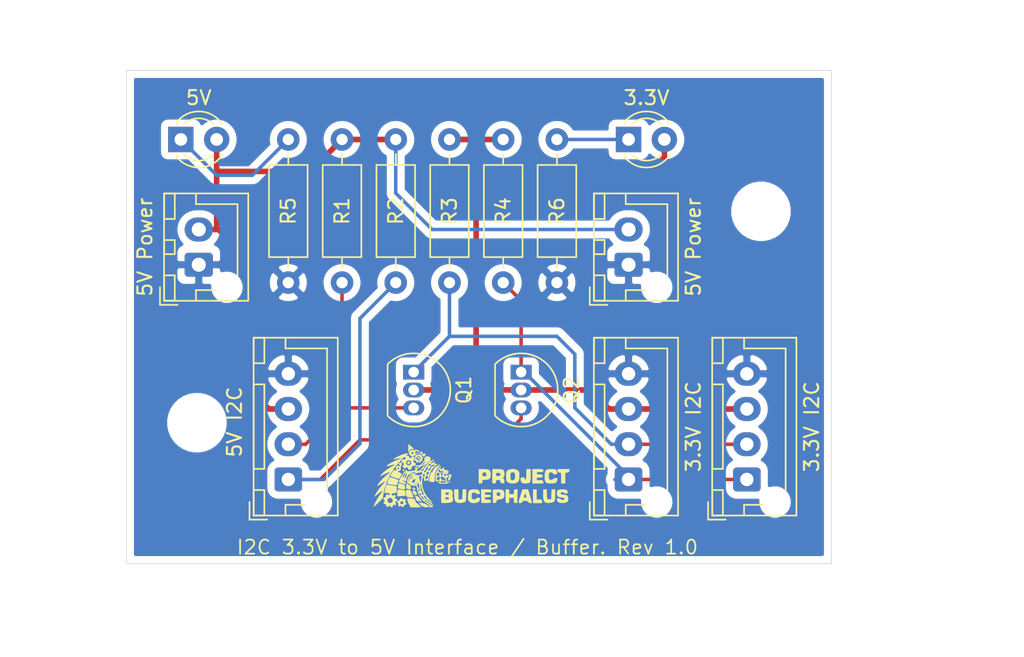
<source format=kicad_pcb>
(kicad_pcb (version 20171130) (host pcbnew "(5.1.5)-3")

  (general
    (thickness 1.6)
    (drawings 11)
    (tracks 67)
    (zones 0)
    (modules 18)
    (nets 10)
  )

  (page A4)
  (layers
    (0 F.Cu signal)
    (31 B.Cu signal)
    (32 B.Adhes user)
    (33 F.Adhes user)
    (34 B.Paste user)
    (35 F.Paste user)
    (36 B.SilkS user)
    (37 F.SilkS user)
    (38 B.Mask user)
    (39 F.Mask user)
    (40 Dwgs.User user)
    (41 Cmts.User user)
    (42 Eco1.User user)
    (43 Eco2.User user)
    (44 Edge.Cuts user)
    (45 Margin user)
    (46 B.CrtYd user)
    (47 F.CrtYd user)
    (48 B.Fab user)
    (49 F.Fab user)
  )

  (setup
    (last_trace_width 0.25)
    (trace_clearance 0.2)
    (zone_clearance 0.508)
    (zone_45_only no)
    (trace_min 0.25)
    (via_size 0.8)
    (via_drill 0.4)
    (via_min_size 0.4)
    (via_min_drill 0.3)
    (uvia_size 0.3)
    (uvia_drill 0.1)
    (uvias_allowed no)
    (uvia_min_size 0.2)
    (uvia_min_drill 0.1)
    (edge_width 0.05)
    (segment_width 0.2)
    (pcb_text_width 0.3)
    (pcb_text_size 1.5 1.5)
    (mod_edge_width 0.12)
    (mod_text_size 1 1)
    (mod_text_width 0.15)
    (pad_size 1.524 1.524)
    (pad_drill 0.762)
    (pad_to_mask_clearance 0.051)
    (solder_mask_min_width 0.25)
    (aux_axis_origin 0 0)
    (visible_elements 7FFFFFFF)
    (pcbplotparams
      (layerselection 0x010f0_ffffffff)
      (usegerberextensions false)
      (usegerberattributes false)
      (usegerberadvancedattributes false)
      (creategerberjobfile false)
      (excludeedgelayer true)
      (linewidth 0.100000)
      (plotframeref false)
      (viasonmask false)
      (mode 1)
      (useauxorigin false)
      (hpglpennumber 1)
      (hpglpenspeed 20)
      (hpglpendiameter 15.000000)
      (psnegative false)
      (psa4output false)
      (plotreference true)
      (plotvalue true)
      (plotinvisibletext false)
      (padsonsilk false)
      (subtractmaskfromsilk false)
      (outputformat 1)
      (mirror false)
      (drillshape 0)
      (scaleselection 1)
      (outputdirectory "Gerber/"))
  )

  (net 0 "")
  (net 1 GND)
  (net 2 +3V3)
  (net 3 "Net-(J1-Pad2)")
  (net 4 "Net-(J1-Pad1)")
  (net 5 +5V)
  (net 6 "Net-(J4-Pad1)")
  (net 7 "Net-(J4-Pad2)")
  (net 8 "Net-(3.3V1-Pad1)")
  (net 9 "Net-(5V1-Pad1)")

  (net_class Default "This is the default net class."
    (clearance 0.2)
    (trace_width 0.25)
    (via_dia 0.8)
    (via_drill 0.4)
    (uvia_dia 0.3)
    (uvia_drill 0.1)
    (diff_pair_width 0.25)
    (diff_pair_gap 0.25)
    (add_net "Net-(3.3V1-Pad1)")
    (add_net "Net-(5V1-Pad1)")
    (add_net "Net-(J1-Pad1)")
    (add_net "Net-(J1-Pad2)")
    (add_net "Net-(J4-Pad1)")
    (add_net "Net-(J4-Pad2)")
  )

  (net_class Power ""
    (clearance 0.2)
    (trace_width 0.4)
    (via_dia 0.8)
    (via_drill 0.4)
    (uvia_dia 0.3)
    (uvia_drill 0.1)
    (diff_pair_width 0.25)
    (diff_pair_gap 0.25)
    (add_net +3V3)
    (add_net +5V)
    (add_net GND)
  )

  (module Resistor_THT:R_Axial_DIN0207_L6.3mm_D2.5mm_P10.16mm_Horizontal (layer F.Cu) (tedit 5AE5139B) (tstamp 60150822)
    (at 157.48 98.06 90)
    (descr "Resistor, Axial_DIN0207 series, Axial, Horizontal, pin pitch=10.16mm, 0.25W = 1/4W, length*diameter=6.3*2.5mm^2, http://cdn-reichelt.de/documents/datenblatt/B400/1_4W%23YAG.pdf")
    (tags "Resistor Axial_DIN0207 series Axial Horizontal pin pitch 10.16mm 0.25W = 1/4W length 6.3mm diameter 2.5mm")
    (path /6015D672)
    (fp_text reference R5 (at 5.08 0 90) (layer F.SilkS)
      (effects (font (size 1 1) (thickness 0.15)))
    )
    (fp_text value 200R (at 5.08 2.37 90) (layer F.Fab)
      (effects (font (size 1 1) (thickness 0.15)))
    )
    (fp_text user %R (at 5.08 0 90) (layer F.Fab)
      (effects (font (size 1 1) (thickness 0.15)))
    )
    (fp_line (start 11.21 -1.5) (end -1.05 -1.5) (layer F.CrtYd) (width 0.05))
    (fp_line (start 11.21 1.5) (end 11.21 -1.5) (layer F.CrtYd) (width 0.05))
    (fp_line (start -1.05 1.5) (end 11.21 1.5) (layer F.CrtYd) (width 0.05))
    (fp_line (start -1.05 -1.5) (end -1.05 1.5) (layer F.CrtYd) (width 0.05))
    (fp_line (start 9.12 0) (end 8.35 0) (layer F.SilkS) (width 0.12))
    (fp_line (start 1.04 0) (end 1.81 0) (layer F.SilkS) (width 0.12))
    (fp_line (start 8.35 -1.37) (end 1.81 -1.37) (layer F.SilkS) (width 0.12))
    (fp_line (start 8.35 1.37) (end 8.35 -1.37) (layer F.SilkS) (width 0.12))
    (fp_line (start 1.81 1.37) (end 8.35 1.37) (layer F.SilkS) (width 0.12))
    (fp_line (start 1.81 -1.37) (end 1.81 1.37) (layer F.SilkS) (width 0.12))
    (fp_line (start 10.16 0) (end 8.23 0) (layer F.Fab) (width 0.1))
    (fp_line (start 0 0) (end 1.93 0) (layer F.Fab) (width 0.1))
    (fp_line (start 8.23 -1.25) (end 1.93 -1.25) (layer F.Fab) (width 0.1))
    (fp_line (start 8.23 1.25) (end 8.23 -1.25) (layer F.Fab) (width 0.1))
    (fp_line (start 1.93 1.25) (end 8.23 1.25) (layer F.Fab) (width 0.1))
    (fp_line (start 1.93 -1.25) (end 1.93 1.25) (layer F.Fab) (width 0.1))
    (pad 2 thru_hole oval (at 10.16 0 90) (size 1.6 1.6) (drill 0.8) (layers *.Cu *.Mask)
      (net 9 "Net-(5V1-Pad1)"))
    (pad 1 thru_hole circle (at 0 0 90) (size 1.6 1.6) (drill 0.8) (layers *.Cu *.Mask)
      (net 1 GND))
    (model ${KISYS3DMOD}/Resistor_THT.3dshapes/R_Axial_DIN0207_L6.3mm_D2.5mm_P10.16mm_Horizontal.wrl
      (at (xyz 0 0 0))
      (scale (xyz 1 1 1))
      (rotate (xyz 0 0 0))
    )
  )

  (module Package_TO_SOT_THT:TO-92_Inline (layer F.Cu) (tedit 5A1DD157) (tstamp 6007C3CE)
    (at 173.99 104.41 270)
    (descr "TO-92 leads in-line, narrow, oval pads, drill 0.75mm (see NXP sot054_po.pdf)")
    (tags "to-92 sc-43 sc-43a sot54 PA33 transistor")
    (path /60091FDD)
    (fp_text reference Q2 (at 1.27 -3.56 90) (layer F.SilkS)
      (effects (font (size 1 1) (thickness 0.15)))
    )
    (fp_text value 2N7000 (at 1.27 2.79 90) (layer F.Fab) hide
      (effects (font (size 1 1) (thickness 0.15)))
    )
    (fp_text user %R (at 1.27 -3.56 90) (layer F.Fab)
      (effects (font (size 1 1) (thickness 0.15)))
    )
    (fp_line (start -0.53 1.85) (end 3.07 1.85) (layer F.SilkS) (width 0.12))
    (fp_line (start -0.5 1.75) (end 3 1.75) (layer F.Fab) (width 0.1))
    (fp_line (start -1.46 -2.73) (end 4 -2.73) (layer F.CrtYd) (width 0.05))
    (fp_line (start -1.46 -2.73) (end -1.46 2.01) (layer F.CrtYd) (width 0.05))
    (fp_line (start 4 2.01) (end 4 -2.73) (layer F.CrtYd) (width 0.05))
    (fp_line (start 4 2.01) (end -1.46 2.01) (layer F.CrtYd) (width 0.05))
    (fp_arc (start 1.27 0) (end 1.27 -2.48) (angle 135) (layer F.Fab) (width 0.1))
    (fp_arc (start 1.27 0) (end 1.27 -2.6) (angle -135) (layer F.SilkS) (width 0.12))
    (fp_arc (start 1.27 0) (end 1.27 -2.48) (angle -135) (layer F.Fab) (width 0.1))
    (fp_arc (start 1.27 0) (end 1.27 -2.6) (angle 135) (layer F.SilkS) (width 0.12))
    (pad 2 thru_hole oval (at 1.27 0 270) (size 1.05 1.5) (drill 0.75) (layers *.Cu *.Mask)
      (net 2 +3V3))
    (pad 3 thru_hole oval (at 2.54 0 270) (size 1.05 1.5) (drill 0.75) (layers *.Cu *.Mask)
      (net 6 "Net-(J4-Pad1)"))
    (pad 1 thru_hole rect (at 0 0 270) (size 1.05 1.5) (drill 0.75) (layers *.Cu *.Mask)
      (net 4 "Net-(J1-Pad1)"))
    (model ${KISYS3DMOD}/Package_TO_SOT_THT.3dshapes/TO-92_Inline.wrl
      (at (xyz 0 0 0))
      (scale (xyz 1 1 1))
      (rotate (xyz 0 0 0))
    )
  )

  (module MountingHole:MountingHole_3.2mm_M3 (layer F.Cu) (tedit 56D1B4CB) (tstamp 60150F4E)
    (at 151 108)
    (descr "Mounting Hole 3.2mm, no annular, M3")
    (tags "mounting hole 3.2mm no annular m3")
    (attr virtual)
    (fp_text reference REF** (at 0 -4.2) (layer F.SilkS) hide
      (effects (font (size 1 1) (thickness 0.15)))
    )
    (fp_text value MountingHole_3.2mm_M3 (at 0 4.2) (layer F.Fab)
      (effects (font (size 1 1) (thickness 0.15)))
    )
    (fp_circle (center 0 0) (end 3.45 0) (layer F.CrtYd) (width 0.05))
    (fp_circle (center 0 0) (end 3.2 0) (layer Cmts.User) (width 0.15))
    (fp_text user %R (at 0.3 0) (layer F.Fab)
      (effects (font (size 1 1) (thickness 0.15)))
    )
    (pad 1 np_thru_hole circle (at 0 0) (size 3.2 3.2) (drill 3.2) (layers *.Cu *.Mask))
  )

  (module MountingHole:MountingHole_3.2mm_M3 (layer F.Cu) (tedit 56D1B4CB) (tstamp 60150F2A)
    (at 191 93)
    (descr "Mounting Hole 3.2mm, no annular, M3")
    (tags "mounting hole 3.2mm no annular m3")
    (attr virtual)
    (fp_text reference REF** (at 0 -4.2) (layer F.SilkS) hide
      (effects (font (size 1 1) (thickness 0.15)))
    )
    (fp_text value MountingHole_3.2mm_M3 (at 0 4.2) (layer F.Fab)
      (effects (font (size 1 1) (thickness 0.15)))
    )
    (fp_circle (center 0 0) (end 3.45 0) (layer F.CrtYd) (width 0.05))
    (fp_circle (center 0 0) (end 3.2 0) (layer Cmts.User) (width 0.15))
    (fp_text user %R (at 0.3 0) (layer F.Fab)
      (effects (font (size 1 1) (thickness 0.15)))
    )
    (pad 1 np_thru_hole circle (at 0 0) (size 3.2 3.2) (drill 3.2) (layers *.Cu *.Mask))
  )

  (module Connector_JST:JST_XH_B2B-XH-AM_1x02_P2.50mm_Vertical (layer F.Cu) (tedit 5C28146E) (tstamp 6007C3AA)
    (at 151.13 96.79 90)
    (descr "JST XH series connector, B2B-XH-AM, with boss (http://www.jst-mfg.com/product/pdf/eng/eXH.pdf), generated with kicad-footprint-generator")
    (tags "connector JST XH vertical boss")
    (path /6009072F)
    (fp_text reference J5 (at 1.25 -3.55 90) (layer F.SilkS) hide
      (effects (font (size 1 1) (thickness 0.15)))
    )
    (fp_text value "5V Power" (at 1.25 -3.81 90) (layer F.SilkS)
      (effects (font (size 1 1) (thickness 0.15)))
    )
    (fp_line (start -2.45 -2.35) (end -2.45 3.4) (layer F.Fab) (width 0.1))
    (fp_line (start -2.45 3.4) (end 4.95 3.4) (layer F.Fab) (width 0.1))
    (fp_line (start 4.95 3.4) (end 4.95 -2.35) (layer F.Fab) (width 0.1))
    (fp_line (start 4.95 -2.35) (end -2.45 -2.35) (layer F.Fab) (width 0.1))
    (fp_line (start -2.56 -2.46) (end -2.56 3.51) (layer F.SilkS) (width 0.12))
    (fp_line (start -2.56 3.51) (end 5.06 3.51) (layer F.SilkS) (width 0.12))
    (fp_line (start 5.06 3.51) (end 5.06 -2.46) (layer F.SilkS) (width 0.12))
    (fp_line (start 5.06 -2.46) (end -2.56 -2.46) (layer F.SilkS) (width 0.12))
    (fp_line (start -2.95 -2.85) (end -2.95 3.9) (layer F.CrtYd) (width 0.05))
    (fp_line (start -2.95 3.9) (end 5.45 3.9) (layer F.CrtYd) (width 0.05))
    (fp_line (start 5.45 3.9) (end 5.45 -2.85) (layer F.CrtYd) (width 0.05))
    (fp_line (start 5.45 -2.85) (end -2.95 -2.85) (layer F.CrtYd) (width 0.05))
    (fp_line (start -0.625 -2.35) (end 0 -1.35) (layer F.Fab) (width 0.1))
    (fp_line (start 0 -1.35) (end 0.625 -2.35) (layer F.Fab) (width 0.1))
    (fp_line (start 0.75 -2.45) (end 0.75 -1.7) (layer F.SilkS) (width 0.12))
    (fp_line (start 0.75 -1.7) (end 1.75 -1.7) (layer F.SilkS) (width 0.12))
    (fp_line (start 1.75 -1.7) (end 1.75 -2.45) (layer F.SilkS) (width 0.12))
    (fp_line (start 1.75 -2.45) (end 0.75 -2.45) (layer F.SilkS) (width 0.12))
    (fp_line (start -2.55 -2.45) (end -2.55 -1.7) (layer F.SilkS) (width 0.12))
    (fp_line (start -2.55 -1.7) (end -0.75 -1.7) (layer F.SilkS) (width 0.12))
    (fp_line (start -0.75 -1.7) (end -0.75 -2.45) (layer F.SilkS) (width 0.12))
    (fp_line (start -0.75 -2.45) (end -2.55 -2.45) (layer F.SilkS) (width 0.12))
    (fp_line (start 3.25 -2.45) (end 3.25 -1.7) (layer F.SilkS) (width 0.12))
    (fp_line (start 3.25 -1.7) (end 5.05 -1.7) (layer F.SilkS) (width 0.12))
    (fp_line (start 5.05 -1.7) (end 5.05 -2.45) (layer F.SilkS) (width 0.12))
    (fp_line (start 5.05 -2.45) (end 3.25 -2.45) (layer F.SilkS) (width 0.12))
    (fp_line (start -2.55 -0.2) (end -1.8 -0.2) (layer F.SilkS) (width 0.12))
    (fp_line (start -1.8 -0.2) (end -1.8 1.14) (layer F.SilkS) (width 0.12))
    (fp_line (start 1.25 2.75) (end -0.74 2.75) (layer F.SilkS) (width 0.12))
    (fp_line (start 5.05 -0.2) (end 4.3 -0.2) (layer F.SilkS) (width 0.12))
    (fp_line (start 4.3 -0.2) (end 4.3 2.75) (layer F.SilkS) (width 0.12))
    (fp_line (start 4.3 2.75) (end 1.25 2.75) (layer F.SilkS) (width 0.12))
    (fp_line (start -1.6 -2.75) (end -2.85 -2.75) (layer F.SilkS) (width 0.12))
    (fp_line (start -2.85 -2.75) (end -2.85 -1.5) (layer F.SilkS) (width 0.12))
    (fp_text user %R (at 1.25 2.7 90) (layer F.Fab)
      (effects (font (size 1 1) (thickness 0.15)))
    )
    (pad 1 thru_hole roundrect (at 0 0 90) (size 1.7 2) (drill 1) (layers *.Cu *.Mask) (roundrect_rratio 0.147059)
      (net 1 GND))
    (pad 2 thru_hole oval (at 2.5 0 90) (size 1.7 2) (drill 1) (layers *.Cu *.Mask)
      (net 5 +5V))
    (pad "" np_thru_hole circle (at -1.6 2 90) (size 1.2 1.2) (drill 1.2) (layers *.Cu *.Mask))
    (model ${KISYS3DMOD}/Connector_JST.3dshapes/JST_XH_B2B-XH-AM_1x02_P2.50mm_Vertical.wrl
      (at (xyz 0 0 0))
      (scale (xyz 1 1 1))
      (rotate (xyz 0 0 0))
    )
    (model ${KISYS3DMOD}/Connector_JST.3dshapes/JST_XH_B2B-XH-A_1x02_P2.50mm_Vertical.wrl
      (at (xyz 0 0 0))
      (scale (xyz 1 1 1))
      (rotate (xyz 0 0 0))
    )
  )

  (module lib:PB_Front_Banner_15mm (layer F.Cu) (tedit 0) (tstamp 6014FC18)
    (at 170.18 111.76)
    (fp_text reference G*** (at 0 0) (layer F.SilkS) hide
      (effects (font (size 1.524 1.524) (thickness 0.3)))
    )
    (fp_text value LOGO (at 0.75 0) (layer F.SilkS) hide
      (effects (font (size 1.524 1.524) (thickness 0.3)))
    )
    (fp_poly (pts (xy -3.400805 -1.307809) (xy -3.389969 -1.295146) (xy -3.358169 -1.222633) (xy -3.364354 -1.187188)
      (xy -3.43034 -1.146) (xy -3.509008 -1.161136) (xy -3.537344 -1.189396) (xy -3.535839 -1.227667)
      (xy -3.513667 -1.227667) (xy -3.483283 -1.186545) (xy -3.473832 -1.185333) (xy -3.416498 -1.216106)
      (xy -3.407833 -1.227667) (xy -3.41743 -1.263908) (xy -3.447668 -1.27) (xy -3.50559 -1.247898)
      (xy -3.513667 -1.227667) (xy -3.535839 -1.227667) (xy -3.534845 -1.25291) (xy -3.504456 -1.297354)
      (xy -3.448383 -1.337167) (xy -3.400805 -1.307809)) (layer F.SilkS) (width 0.01))
    (fp_poly (pts (xy -4.07987 -0.995546) (xy -4.071639 -0.924066) (xy -4.109381 -0.834311) (xy -4.181902 -0.820859)
      (xy -4.228919 -0.843083) (xy -4.267978 -0.903741) (xy -4.265835 -0.910167) (xy -4.191 -0.910167)
      (xy -4.169833 -0.889) (xy -4.148667 -0.910167) (xy -4.169833 -0.931333) (xy -4.191 -0.910167)
      (xy -4.265835 -0.910167) (xy -4.245665 -0.970641) (xy -4.176652 -1.012797) (xy -4.147051 -1.016)
      (xy -4.07987 -0.995546)) (layer F.SilkS) (width 0.01))
    (fp_poly (pts (xy -3.495493 -1.623759) (xy -3.504622 -1.569425) (xy -3.54946 -1.533236) (xy -3.591618 -1.545491)
      (xy -3.591793 -1.584861) (xy -3.558398 -1.644503) (xy -3.534833 -1.653236) (xy -3.495493 -1.623759)) (layer F.SilkS) (width 0.01))
    (fp_poly (pts (xy -3.203311 -1.684151) (xy -3.175 -1.610008) (xy -3.155188 -1.557778) (xy -3.082333 -1.553717)
      (xy -3.065484 -1.556676) (xy -2.98707 -1.561816) (xy -2.966172 -1.520702) (xy -2.970234 -1.476723)
      (xy -3.007294 -1.398284) (xy -3.072442 -1.358636) (xy -3.137342 -1.363361) (xy -3.173658 -1.418038)
      (xy -3.175 -1.436389) (xy -3.184517 -1.4605) (xy -3.090333 -1.4605) (xy -3.069167 -1.439333)
      (xy -3.048 -1.4605) (xy -3.069167 -1.481667) (xy -3.090333 -1.4605) (xy -3.184517 -1.4605)
      (xy -3.203867 -1.509522) (xy -3.257168 -1.524) (xy -3.346757 -1.549719) (xy -3.371146 -1.608667)
      (xy -3.302 -1.608667) (xy -3.269786 -1.567564) (xy -3.259667 -1.566333) (xy -3.218564 -1.598548)
      (xy -3.217333 -1.608667) (xy -3.249548 -1.64977) (xy -3.259667 -1.651) (xy -3.30077 -1.618786)
      (xy -3.302 -1.608667) (xy -3.371146 -1.608667) (xy -3.372983 -1.613106) (xy -3.344883 -1.671505)
      (xy -3.271835 -1.710692) (xy -3.203311 -1.684151)) (layer F.SilkS) (width 0.01))
    (fp_poly (pts (xy -4.469924 -0.403088) (xy -4.466167 -0.381) (xy -4.49955 -0.317436) (xy -4.519083 -0.306917)
      (xy -4.561571 -0.326565) (xy -4.572 -0.381) (xy -4.552494 -0.448144) (xy -4.519083 -0.455083)
      (xy -4.469924 -0.403088)) (layer F.SilkS) (width 0.01))
    (fp_poly (pts (xy -4.652127 -0.898293) (xy -4.639674 -0.824397) (xy -4.666957 -0.747481) (xy -4.67798 -0.73464)
      (xy -4.7234 -0.632715) (xy -4.723384 -0.526118) (xy -4.721212 -0.421783) (xy -4.752641 -0.382395)
      (xy -4.765692 -0.381) (xy -4.819959 -0.35783) (xy -4.826 -0.339995) (xy -4.85752 -0.317961)
      (xy -4.896445 -0.326023) (xy -4.949237 -0.337631) (xy -4.945607 -0.316159) (xy -4.899418 -0.27573)
      (xy -4.824532 -0.230468) (xy -4.784575 -0.212043) (xy -4.699294 -0.171595) (xy -4.665629 -0.12807)
      (xy -4.68102 -0.059091) (xy -4.742909 0.057718) (xy -4.751917 0.073523) (xy -4.847167 0.240354)
      (xy -5.1231 0.148167) (xy -4.910667 0.148167) (xy -4.8895 0.169333) (xy -4.868333 0.148167)
      (xy -4.8895 0.127) (xy -4.910667 0.148167) (xy -5.1231 0.148167) (xy -5.154083 0.137816)
      (xy -5.299986 0.085378) (xy -5.408295 0.039416) (xy -5.459378 0.008439) (xy -5.461 0.00476)
      (xy -5.450082 -0.021167) (xy -5.376333 -0.021167) (xy -5.355167 0) (xy -5.334 -0.021167)
      (xy -5.355167 -0.042333) (xy -5.376333 -0.021167) (xy -5.450082 -0.021167) (xy -5.439987 -0.045136)
      (xy -5.405915 -0.105833) (xy -4.741333 -0.105833) (xy -4.720167 -0.084667) (xy -4.699 -0.105833)
      (xy -4.720167 -0.127) (xy -4.741333 -0.105833) (xy -5.405915 -0.105833) (xy -5.385813 -0.141643)
      (xy -5.333991 -0.22603) (xy -5.272329 -0.3175) (xy -5.207 -0.3175) (xy -5.185833 -0.296333)
      (xy -5.164667 -0.3175) (xy -5.185833 -0.338667) (xy -5.207 -0.3175) (xy -5.272329 -0.3175)
      (xy -5.257827 -0.339011) (xy -5.204539 -0.391089) (xy -5.155771 -0.395312) (xy -5.118699 -0.379055)
      (xy -5.044759 -0.355624) (xy -4.996735 -0.364029) (xy -4.998297 -0.395468) (xy -5.021894 -0.415052)
      (xy -5.051072 -0.473489) (xy -5.053674 -0.504472) (xy -4.953 -0.504472) (xy -4.930696 -0.442406)
      (xy -4.88349 -0.440809) (xy -4.840941 -0.495323) (xy -4.833479 -0.522092) (xy -4.851715 -0.58251)
      (xy -4.886396 -0.592667) (xy -4.941355 -0.557057) (xy -4.953 -0.504472) (xy -5.053674 -0.504472)
      (xy -5.058762 -0.565049) (xy -5.042396 -0.640325) (xy -5.03416 -0.650887) (xy -4.967395 -0.685606)
      (xy -4.887656 -0.700464) (xy -4.832654 -0.690605) (xy -4.826 -0.677688) (xy -4.800188 -0.649854)
      (xy -4.783342 -0.656368) (xy -4.772453 -0.702673) (xy -4.804509 -0.746556) (xy -4.856409 -0.813056)
      (xy -4.863651 -0.832556) (xy -4.769556 -0.832556) (xy -4.763745 -0.807389) (xy -4.741333 -0.804333)
      (xy -4.706488 -0.819823) (xy -4.713111 -0.832556) (xy -4.763351 -0.837622) (xy -4.769556 -0.832556)
      (xy -4.863651 -0.832556) (xy -4.868333 -0.845161) (xy -4.833522 -0.886974) (xy -4.756678 -0.922088)
      (xy -4.700067 -0.931333) (xy -4.652127 -0.898293)) (layer F.SilkS) (width 0.01))
    (fp_poly (pts (xy -1.188155 -0.096671) (xy -1.149704 -0.06718) (xy -1.108861 -0.007331) (xy -1.134778 0.053178)
      (xy -1.145999 0.067113) (xy -1.196327 0.145289) (xy -1.209998 0.185654) (xy -1.224829 0.281681)
      (xy -1.252145 0.319165) (xy -1.289345 0.324555) (xy -1.356574 0.290261) (xy -1.376316 0.258644)
      (xy -1.37175 0.211667) (xy -1.312333 0.211667) (xy -1.296844 0.246512) (xy -1.284111 0.239889)
      (xy -1.279045 0.189649) (xy -1.284111 0.183444) (xy -1.309278 0.189255) (xy -1.312333 0.211667)
      (xy -1.37175 0.211667) (xy -1.368732 0.180632) (xy -1.341676 0.14891) (xy -1.303006 0.076321)
      (xy -1.315544 0.013718) (xy -1.316167 -0.016399) (xy -1.255448 -0.016399) (xy -1.248833 0)
      (xy -1.210792 0.040385) (xy -1.204002 0.042333) (xy -1.185819 0.00958) (xy -1.185333 0)
      (xy -1.217877 -0.040707) (xy -1.230165 -0.042333) (xy -1.255448 -0.016399) (xy -1.316167 -0.016399)
      (xy -1.31727 -0.069589) (xy -1.265997 -0.110683) (xy -1.188155 -0.096671)) (layer F.SilkS) (width 0.01))
    (fp_poly (pts (xy -1.24153 0.407607) (xy -1.235781 0.420158) (xy -1.256216 0.458759) (xy -1.291167 0.465667)
      (xy -1.343854 0.444187) (xy -1.346553 0.420158) (xy -1.302849 0.376421) (xy -1.291167 0.37465)
      (xy -1.24153 0.407607)) (layer F.SilkS) (width 0.01))
    (fp_poly (pts (xy -1.96815 -0.750268) (xy -1.99046 -0.678099) (xy -2.046273 -0.59981) (xy -2.202877 -0.377601)
      (xy -2.297683 -0.111283) (xy -2.323352 0.178425) (xy -2.323208 0.182014) (xy -2.319247 0.325761)
      (xy -2.327182 0.404964) (xy -2.353891 0.439598) (xy -2.40625 0.449636) (xy -2.415549 0.45019)
      (xy -2.544581 0.446195) (xy -2.619547 0.435946) (xy -2.679896 0.416429) (xy -2.705027 0.373567)
      (xy -2.70481 0.359833) (xy -2.667 0.359833) (xy -2.645833 0.381) (xy -2.624667 0.359833)
      (xy -2.645833 0.338667) (xy -2.667 0.359833) (xy -2.70481 0.359833) (xy -2.703593 0.282888)
      (xy -2.696421 0.21859) (xy -2.667276 0.054568) (xy -2.625142 -0.090439) (xy -2.577052 -0.200339)
      (xy -2.530042 -0.259042) (xy -2.491294 -0.250673) (xy -2.464438 -0.221623) (xy -2.470993 -0.266696)
      (xy -2.473769 -0.276895) (xy -2.459611 -0.350486) (xy -2.399137 -0.448502) (xy -2.311045 -0.551411)
      (xy -2.21403 -0.639679) (xy -2.126789 -0.693777) (xy -2.071741 -0.696898) (xy -2.038563 -0.688121)
      (xy -2.047317 -0.710201) (xy -2.048745 -0.767996) (xy -2.035616 -0.780932) (xy -1.982767 -0.791941)
      (xy -1.96815 -0.750268)) (layer F.SilkS) (width 0.01))
    (fp_poly (pts (xy 7.231228 -0.34925) (xy 7.206714 -0.265479) (xy 7.140965 -0.228446) (xy 7.08025 -0.219568)
      (xy 6.942667 -0.206302) (xy 6.942667 0.550333) (xy 6.646333 0.550333) (xy 6.646333 -0.206043)
      (xy 6.529917 -0.219438) (xy 6.439246 -0.249758) (xy 6.402766 -0.329838) (xy 6.400105 -0.34925)
      (xy 6.386709 -0.465667) (xy 7.244624 -0.465667) (xy 7.231228 -0.34925)) (layer F.SilkS) (width 0.01))
    (fp_poly (pts (xy 6.152454 -0.457469) (xy 6.268502 -0.426499) (xy 6.332379 -0.363191) (xy 6.359816 -0.25798)
      (xy 6.362689 -0.225959) (xy 6.356123 -0.137625) (xy 6.302374 -0.100554) (xy 6.250415 -0.09202)
      (xy 6.132197 -0.107524) (xy 6.068098 -0.166103) (xy 5.977233 -0.240404) (xy 5.874949 -0.244331)
      (xy 5.802396 -0.193789) (xy 5.774719 -0.116608) (xy 5.763772 0.007857) (xy 5.765463 0.066171)
      (xy 5.781751 0.19588) (xy 5.816609 0.26662) (xy 5.874746 0.301297) (xy 5.97061 0.309902)
      (xy 6.054662 0.253004) (xy 6.163703 0.189081) (xy 6.270625 0.169333) (xy 6.359416 0.175596)
      (xy 6.388129 0.21165) (xy 6.376579 0.303392) (xy 6.375888 0.306917) (xy 6.33621 0.424663)
      (xy 6.262619 0.498792) (xy 6.139364 0.537811) (xy 5.950693 0.550226) (xy 5.925136 0.550333)
      (xy 5.762214 0.545453) (xy 5.658831 0.526751) (xy 5.590216 0.488137) (xy 5.562811 0.461244)
      (xy 5.520046 0.396756) (xy 5.495135 0.306059) (xy 5.483982 0.167465) (xy 5.482167 0.034262)
      (xy 5.491196 -0.179153) (xy 5.52698 -0.322423) (xy 5.602558 -0.408955) (xy 5.73097 -0.452153)
      (xy 5.925258 -0.465422) (xy 5.968506 -0.465667) (xy 6.152454 -0.457469)) (layer F.SilkS) (width 0.01))
    (fp_poly (pts (xy 5.175692 -0.464824) (xy 5.287676 -0.459279) (xy 5.34758 -0.444505) (xy 5.371695 -0.415978)
      (xy 5.376315 -0.36917) (xy 5.376333 -0.359833) (xy 5.370289 -0.299221) (xy 5.338345 -0.26766)
      (xy 5.259781 -0.255734) (xy 5.1435 -0.254) (xy 5.008946 -0.250325) (xy 4.938851 -0.234436)
      (xy 4.91315 -0.199037) (xy 4.910667 -0.169333) (xy 4.921811 -0.11855) (xy 4.969112 -0.093222)
      (xy 5.073375 -0.085029) (xy 5.122333 -0.084667) (xy 5.247955 -0.081236) (xy 5.310625 -0.063724)
      (xy 5.331995 -0.021307) (xy 5.334 0.021167) (xy 5.327137 0.083978) (xy 5.292115 0.115312)
      (xy 5.20728 0.125997) (xy 5.122333 0.127) (xy 4.996481 0.130683) (xy 4.933688 0.148472)
      (xy 4.91244 0.19048) (xy 4.910667 0.226481) (xy 4.91773 0.284367) (xy 4.952966 0.313311)
      (xy 5.037443 0.322341) (xy 5.132917 0.321731) (xy 5.262755 0.322232) (xy 5.330618 0.337321)
      (xy 5.359113 0.377759) (xy 5.368562 0.433917) (xy 5.381957 0.550333) (xy 4.614333 0.550333)
      (xy 4.614333 -0.465667) (xy 4.995333 -0.465667) (xy 5.175692 -0.464824)) (layer F.SilkS) (width 0.01))
    (fp_poly (pts (xy 4.487333 -0.024191) (xy 4.483718 0.206475) (xy 4.467391 0.365699) (xy 4.430129 0.466587)
      (xy 4.36371 0.522247) (xy 4.25991 0.545783) (xy 4.126876 0.550333) (xy 3.983547 0.543658)
      (xy 3.89675 0.517753) (xy 3.838997 0.463801) (xy 3.833567 0.456247) (xy 3.782518 0.339931)
      (xy 3.767667 0.24458) (xy 3.777266 0.164854) (xy 3.823132 0.132591) (xy 3.912889 0.127)
      (xy 4.017763 0.139004) (xy 4.064152 0.18367) (xy 4.071639 0.213343) (xy 4.100527 0.287455)
      (xy 4.1275 0.308593) (xy 4.148746 0.273143) (xy 4.166552 0.166084) (xy 4.17906 0.00046)
      (xy 4.182005 -0.074083) (xy 4.194177 -0.465667) (xy 4.487333 -0.465667) (xy 4.487333 -0.024191)) (layer F.SilkS) (width 0.01))
    (fp_poly (pts (xy 3.369919 -0.45728) (xy 3.528197 -0.405857) (xy 3.571457 -0.377928) (xy 3.629077 -0.325465)
      (xy 3.662534 -0.265492) (xy 3.678303 -0.174562) (xy 3.682854 -0.029228) (xy 3.683 0.026163)
      (xy 3.679753 0.195343) (xy 3.665928 0.304763) (xy 3.635394 0.379211) (xy 3.582023 0.443478)
      (xy 3.579091 0.446424) (xy 3.453998 0.519834) (xy 3.284446 0.554731) (xy 3.101735 0.550409)
      (xy 2.937163 0.506159) (xy 2.863209 0.462594) (xy 2.806829 0.411673) (xy 2.773491 0.353834)
      (xy 2.757208 0.266527) (xy 2.751995 0.1272) (xy 2.751672 0.043395) (xy 3.048 0.043395)
      (xy 3.061751 0.216216) (xy 3.106002 0.312866) (xy 3.18525 0.337749) (xy 3.303992 0.295266)
      (xy 3.304783 0.294844) (xy 3.355006 0.249403) (xy 3.379924 0.167216) (xy 3.386666 0.024715)
      (xy 3.386667 0.024206) (xy 3.374737 -0.133004) (xy 3.332269 -0.218775) (xy 3.249249 -0.243811)
      (xy 3.150469 -0.228206) (xy 3.092542 -0.205868) (xy 3.061801 -0.161234) (xy 3.049795 -0.071906)
      (xy 3.048 0.043395) (xy 2.751672 0.043395) (xy 2.751667 0.042333) (xy 2.753871 -0.127475)
      (xy 2.764476 -0.235203) (xy 2.789466 -0.303402) (xy 2.834828 -0.354623) (xy 2.863209 -0.377928)
      (xy 3.002927 -0.443315) (xy 3.18333 -0.469766) (xy 3.369919 -0.45728)) (layer F.SilkS) (width 0.01))
    (fp_poly (pts (xy 2.315447 -0.462517) (xy 2.433145 -0.45039) (xy 2.507534 -0.425272) (xy 2.559222 -0.383148)
      (xy 2.559619 -0.38271) (xy 2.61095 -0.281524) (xy 2.632261 -0.146807) (xy 2.623304 -0.012177)
      (xy 2.583835 0.088753) (xy 2.563222 0.109565) (xy 2.51882 0.155265) (xy 2.547173 0.199751)
      (xy 2.560697 0.211277) (xy 2.604652 0.287831) (xy 2.624563 0.401654) (xy 2.624667 0.410032)
      (xy 2.618515 0.507468) (xy 2.583677 0.543988) (xy 2.495577 0.54324) (xy 2.487083 0.542432)
      (xy 2.388331 0.520323) (xy 2.345595 0.464175) (xy 2.336105 0.41275) (xy 2.31553 0.333144)
      (xy 2.260541 0.301265) (xy 2.177355 0.296333) (xy 2.079046 0.303769) (xy 2.039222 0.341144)
      (xy 2.032 0.423333) (xy 2.021272 0.513481) (xy 1.972285 0.546663) (xy 1.912055 0.550333)
      (xy 1.819244 0.54482) (xy 1.774472 0.532859) (xy 1.768596 0.48614) (xy 1.765841 0.372241)
      (xy 1.766362 0.208594) (xy 1.769979 0.024859) (xy 1.772914 -0.084667) (xy 2.032 -0.084667)
      (xy 2.037998 0.001161) (xy 2.072596 0.035386) (xy 2.1607 0.036673) (xy 2.19075 0.034305)
      (xy 2.296107 0.017789) (xy 2.340954 -0.020022) (xy 2.3495 -0.084667) (xy 2.337805 -0.155873)
      (xy 2.286656 -0.190004) (xy 2.19075 -0.203639) (xy 2.087019 -0.207233) (xy 2.042453 -0.182129)
      (xy 2.032144 -0.109662) (xy 2.032 -0.084667) (xy 1.772914 -0.084667) (xy 1.783126 -0.465667)
      (xy 2.133835 -0.465667) (xy 2.315447 -0.462517)) (layer F.SilkS) (width 0.01))
    (fp_poly (pts (xy 1.359628 -0.456988) (xy 1.505742 -0.424132) (xy 1.594339 -0.356872) (xy 1.638415 -0.244982)
      (xy 1.650965 -0.078234) (xy 1.651 -0.065901) (xy 1.633261 0.107806) (xy 1.572166 0.218763)
      (xy 1.455897 0.277936) (xy 1.272635 0.29629) (xy 1.26058 0.296333) (xy 1.138864 0.299471)
      (xy 1.079471 0.318233) (xy 1.060072 0.366638) (xy 1.058333 0.423333) (xy 1.047844 0.513287)
      (xy 0.998363 0.546442) (xy 0.931333 0.550333) (xy 0.804333 0.550333) (xy 0.804333 -0.00426)
      (xy 1.06343 -0.00426) (xy 1.094613 0.033977) (xy 1.183029 0.042263) (xy 1.2065 0.042333)
      (xy 1.307521 0.036984) (xy 1.347177 0.005736) (xy 1.348715 -0.074211) (xy 1.346765 -0.09525)
      (xy 1.327675 -0.190595) (xy 1.278266 -0.227591) (xy 1.2065 -0.232833) (xy 1.117455 -0.222111)
      (xy 1.078517 -0.172449) (xy 1.066234 -0.09525) (xy 1.06343 -0.00426) (xy 0.804333 -0.00426)
      (xy 0.804333 -0.465667) (xy 1.143 -0.465667) (xy 1.359628 -0.456988)) (layer F.SilkS) (width 0.01))
    (fp_poly (pts (xy -1.871297 -0.682057) (xy -1.885924 -0.62407) (xy -1.940189 -0.530185) (xy -1.971117 -0.487165)
      (xy -2.039775 -0.392061) (xy -2.060505 -0.334452) (xy -2.037968 -0.285481) (xy -2.009094 -0.252078)
      (xy -1.934819 -0.196923) (xy -1.889067 -0.210667) (xy -1.825504 -0.253646) (xy -1.799664 -0.239397)
      (xy -1.831482 -0.180472) (xy -1.834939 -0.176583) (xy -1.894676 -0.099101) (xy -1.88843 -0.056552)
      (xy -1.82119 -0.030291) (xy -1.771385 -0.025851) (xy -1.74738 -0.059307) (xy -1.741149 -0.149535)
      (xy -1.742065 -0.216366) (xy -1.743836 -0.254) (xy -1.651 -0.254) (xy -1.635511 -0.219155)
      (xy -1.622778 -0.225778) (xy -1.619932 -0.254) (xy -1.524 -0.254) (xy -1.491786 -0.212897)
      (xy -1.481667 -0.211667) (xy -1.440564 -0.243881) (xy -1.439333 -0.254) (xy -1.471548 -0.295103)
      (xy -1.481667 -0.296333) (xy -1.52277 -0.264119) (xy -1.524 -0.254) (xy -1.619932 -0.254)
      (xy -1.617711 -0.276018) (xy -1.622778 -0.282222) (xy -1.647945 -0.276411) (xy -1.651 -0.254)
      (xy -1.743836 -0.254) (xy -1.747668 -0.335394) (xy -1.760807 -0.382019) (xy -1.786743 -0.368475)
      (xy -1.800128 -0.35136) (xy -1.853395 -0.30294) (xy -1.911722 -0.326814) (xy -1.91907 -0.332777)
      (xy -1.966937 -0.40794) (xy -1.966505 -0.409222) (xy -1.890889 -0.409222) (xy -1.885078 -0.384055)
      (xy -1.862667 -0.381) (xy -1.827822 -0.396489) (xy -1.834445 -0.409222) (xy -1.884684 -0.414289)
      (xy -1.890889 -0.409222) (xy -1.966505 -0.409222) (xy -1.945735 -0.47079) (xy -1.869797 -0.49442)
      (xy -1.835763 -0.489176) (xy -1.757169 -0.485121) (xy -1.735667 -0.52836) (xy -1.713058 -0.585212)
      (xy -1.693333 -0.592667) (xy -1.662001 -0.556303) (xy -1.651 -0.482244) (xy -1.640277 -0.404031)
      (xy -1.590861 -0.389009) (xy -1.545167 -0.398384) (xy -1.464899 -0.404344) (xy -1.439333 -0.381807)
      (xy -1.404864 -0.344009) (xy -1.372981 -0.338667) (xy -1.32781 -0.31754) (xy -1.336353 -0.243417)
      (xy -1.378751 -0.155239) (xy -1.413289 -0.117065) (xy -1.493511 -0.087267) (xy -1.553959 -0.099889)
      (xy -1.566333 -0.127) (xy -1.598548 -0.168103) (xy -1.608667 -0.169333) (xy -1.640766 -0.133183)
      (xy -1.651 -0.065999) (xy -1.635391 0.023638) (xy -1.608667 0.0635) (xy -1.582021 0.056444)
      (xy -1.509889 0.056444) (xy -1.504078 0.081611) (xy -1.481667 0.084667) (xy -1.446822 0.069177)
      (xy -1.453445 0.056444) (xy -1.503684 0.051378) (xy -1.509889 0.056444) (xy -1.582021 0.056444)
      (xy -1.572425 0.053903) (xy -1.566333 0.023665) (xy -1.533114 -0.025772) (xy -1.461329 -0.042488)
      (xy -1.392788 -0.020375) (xy -1.378195 -0.00382) (xy -1.367882 0.075585) (xy -1.413678 0.139935)
      (xy -1.490865 0.15466) (xy -1.491401 0.154521) (xy -1.547456 0.144568) (xy -1.537593 0.172042)
      (xy -1.50673 0.207361) (xy -1.454506 0.306875) (xy -1.439333 0.394917) (xy -1.418718 0.485439)
      (xy -1.368778 0.508) (xy -1.321951 0.520472) (xy -1.325348 0.535126) (xy -1.378364 0.549314)
      (xy -1.491956 0.560876) (xy -1.64203 0.5674) (xy -1.649268 0.567537) (xy -1.82808 0.564644)
      (xy -1.946779 0.545341) (xy -2.029051 0.50528) (xy -2.041948 0.495425) (xy -2.137833 0.418026)
      (xy -2.042583 0.444699) (xy -1.968341 0.450131) (xy -1.959287 0.429017) (xy -1.905 0.429017)
      (xy -1.891946 0.476698) (xy -1.839293 0.50045) (xy -1.72681 0.507825) (xy -1.693333 0.508)
      (xy -1.57259 0.500385) (xy -1.495951 0.480916) (xy -1.481667 0.465667) (xy -1.506243 0.423003)
      (xy -1.513417 0.42149) (xy -1.571474 0.412908) (xy -1.679211 0.393578) (xy -1.725083 0.38484)
      (xy -1.837699 0.367251) (xy -1.890265 0.376099) (xy -1.904743 0.416776) (xy -1.905 0.429017)
      (xy -1.959287 0.429017) (xy -1.947335 0.401146) (xy -1.947333 0.40049) (xy -1.968306 0.351286)
      (xy -2.021417 0.360107) (xy -2.140853 0.404662) (xy -2.206282 0.403957) (xy -2.236795 0.345159)
      (xy -2.251481 0.215432) (xy -2.252294 0.204885) (xy -2.252924 0.167079) (xy -2.183454 0.167079)
      (xy -2.173217 0.246541) (xy -2.131424 0.317406) (xy -2.086474 0.319894) (xy -2.007392 0.298388)
      (xy -1.986204 0.296333) (xy -1.95914 0.259469) (xy -1.947351 0.170378) (xy -1.947333 0.16648)
      (xy -1.951194 0.121457) (xy -1.900266 0.121457) (xy -1.897229 0.157628) (xy -1.871467 0.2395)
      (xy -1.802295 0.292241) (xy -1.7145 0.323708) (xy -1.581076 0.361967) (xy -1.513871 0.373135)
      (xy -1.498477 0.355957) (xy -1.520485 0.309176) (xy -1.521797 0.306917) (xy -1.629547 0.157569)
      (xy -1.740721 0.065576) (xy -1.819348 0.042333) (xy -1.884644 0.05808) (xy -1.900266 0.121457)
      (xy -1.951194 0.121457) (xy -1.954906 0.07819) (xy -1.990123 0.0542) (xy -2.042583 0.065405)
      (xy -2.146933 0.108732) (xy -2.183454 0.167079) (xy -2.252924 0.167079) (xy -2.254904 0.048438)
      (xy -2.251592 0.011707) (xy -2.189624 0.011707) (xy -2.163093 0.032724) (xy -2.107738 0.019786)
      (xy -2.015153 -0.017988) (xy -1.971617 -0.046091) (xy -1.966699 -0.102205) (xy -2.010833 -0.169333)
      (xy -2.07837 -0.224172) (xy -2.126744 -0.207428) (xy -2.165507 -0.113409) (xy -2.176356 -0.070706)
      (xy -2.189624 0.011707) (xy -2.251592 0.011707) (xy -2.242022 -0.094394) (xy -2.2301 -0.148167)
      (xy -2.189841 -0.243261) (xy -2.125707 -0.36056) (xy -2.049954 -0.481827) (xy -1.974837 -0.588826)
      (xy -1.912612 -0.663322) (xy -1.875535 -0.687077) (xy -1.871297 -0.682057)) (layer F.SilkS) (width 0.01))
    (fp_poly (pts (xy -5.186366 0.197055) (xy -5.037484 0.251914) (xy -4.925907 0.302173) (xy -4.87096 0.338844)
      (xy -4.868333 0.34499) (xy -4.895272 0.364958) (xy -4.917208 0.355791) (xy -4.946107 0.350717)
      (xy -4.935238 0.375492) (xy -4.921548 0.44991) (xy -4.93206 0.551366) (xy -4.950752 0.614469)
      (xy -4.983521 0.653308) (xy -5.045461 0.670053) (xy -5.151668 0.666875) (xy -5.317233 0.645944)
      (xy -5.450417 0.62591) (xy -5.511675 0.613833) (xy -5.037667 0.613833) (xy -5.0165 0.635)
      (xy -4.995333 0.613833) (xy -5.0165 0.592667) (xy -5.037667 0.613833) (xy -5.511675 0.613833)
      (xy -5.587102 0.598963) (xy -5.682672 0.568747) (xy -5.715 0.544139) (xy -5.688911 0.522172)
      (xy -5.673152 0.528867) (xy -5.648634 0.52222) (xy -5.654939 0.493136) (xy -5.651247 0.420285)
      (xy -5.614152 0.309296) (xy -5.591487 0.260834) (xy -5.544807 0.169333) (xy -5.503333 0.169333)
      (xy -5.487844 0.204178) (xy -5.475111 0.197555) (xy -5.470045 0.147316) (xy -5.475111 0.141111)
      (xy -5.500278 0.146922) (xy -5.503333 0.169333) (xy -5.544807 0.169333) (xy -5.504398 0.090126)
      (xy -5.186366 0.197055)) (layer F.SilkS) (width 0.01))
    (fp_poly (pts (xy -4.220899 0.574007) (xy -4.173635 0.629521) (xy -4.1765 0.670253) (xy -4.187391 0.71622)
      (xy -4.161574 0.687735) (xy -4.154423 0.677687) (xy -4.101003 0.641953) (xy -4.052517 0.686748)
      (xy -4.012804 0.807939) (xy -4.007157 0.836083) (xy -3.996423 0.929904) (xy -4.021195 0.966552)
      (xy -4.075642 0.970983) (xy -4.194287 0.952337) (xy -4.262782 0.930866) (xy -4.322582 0.893699)
      (xy -4.331959 0.860778) (xy -4.219222 0.860778) (xy -4.213411 0.885945) (xy -4.191 0.889)
      (xy -4.156155 0.873511) (xy -4.162778 0.860778) (xy -4.213018 0.855711) (xy -4.219222 0.860778)
      (xy -4.331959 0.860778) (xy -4.340704 0.83008) (xy -4.330873 0.732466) (xy -4.311759 0.616619)
      (xy -4.293302 0.565255) (xy -4.262289 0.559334) (xy -4.220899 0.574007)) (layer F.SilkS) (width 0.01))
    (fp_poly (pts (xy -4.728651 0.564776) (xy -4.713378 0.570235) (xy -4.586951 0.614841) (xy -4.482177 0.650458)
      (xy -4.467353 0.655264) (xy -4.412163 0.681871) (xy -4.434214 0.713423) (xy -4.446187 0.721296)
      (xy -4.480094 0.7542) (xy -4.455583 0.761352) (xy -4.415817 0.798038) (xy -4.402667 0.867833)
      (xy -4.414553 0.930534) (xy -4.459831 0.963261) (xy -4.552925 0.968608) (xy -4.708263 0.949169)
      (xy -4.783667 0.936344) (xy -4.866727 0.910167) (xy -4.487333 0.910167) (xy -4.466167 0.931333)
      (xy -4.445 0.910167) (xy -4.466167 0.889) (xy -4.487333 0.910167) (xy -4.866727 0.910167)
      (xy -4.880194 0.905923) (xy -4.926772 0.864791) (xy -4.9276 0.85725) (xy -4.921939 0.775686)
      (xy -4.917017 0.696001) (xy -4.898954 0.624984) (xy -4.868818 0.613533) (xy -4.844553 0.606803)
      (xy -4.851446 0.575614) (xy -4.857501 0.538577) (xy -4.82243 0.535193) (xy -4.728651 0.564776)) (layer F.SilkS) (width 0.01))
    (fp_poly (pts (xy -3.756329 0.87009) (xy -3.691692 0.925907) (xy -3.683 0.957029) (xy -3.714517 1.00665)
      (xy -3.802409 1.001745) (xy -3.84175 0.987963) (xy -3.884495 0.942556) (xy -3.885964 0.931333)
      (xy -3.81 0.931333) (xy -3.794511 0.966178) (xy -3.781778 0.959555) (xy -3.776711 0.909316)
      (xy -3.781778 0.903111) (xy -3.806945 0.908922) (xy -3.81 0.931333) (xy -3.885964 0.931333)
      (xy -3.892473 0.881641) (xy -3.861524 0.847065) (xy -3.855796 0.846667) (xy -3.756329 0.87009)) (layer F.SilkS) (width 0.01))
    (fp_poly (pts (xy -3.706617 1.087967) (xy -3.627302 1.1817) (xy -3.60203 1.239111) (xy -3.578039 1.320056)
      (xy -3.605089 1.350291) (xy -3.685096 1.354667) (xy -3.789412 1.334329) (xy -3.847941 1.259624)
      (xy -3.853381 1.246077) (xy -3.85914 1.227667) (xy -3.767667 1.227667) (xy -3.752178 1.262512)
      (xy -3.739445 1.255889) (xy -3.734378 1.205649) (xy -3.739445 1.199444) (xy -3.764612 1.205255)
      (xy -3.767667 1.227667) (xy -3.85914 1.227667) (xy -3.889141 1.131765) (xy -3.881406 1.074998)
      (xy -3.827234 1.059001) (xy -3.820583 1.058981) (xy -3.706617 1.087967)) (layer F.SilkS) (width 0.01))
    (fp_poly (pts (xy -3.68423 1.429214) (xy -3.683 1.439333) (xy -3.715215 1.480436) (xy -3.725333 1.481667)
      (xy -3.766437 1.449452) (xy -3.767667 1.439333) (xy -3.735452 1.39823) (xy -3.725333 1.397)
      (xy -3.68423 1.429214)) (layer F.SilkS) (width 0.01))
    (fp_poly (pts (xy -4.724775 0.997582) (xy -4.565426 1.01816) (xy -4.471372 1.043075) (xy -4.423819 1.086527)
      (xy -4.403969 1.162717) (xy -4.396284 1.245775) (xy -4.38089 1.439333) (xy -4.599983 1.439333)
      (xy -4.738286 1.443792) (xy -4.847021 1.455156) (xy -4.881756 1.463386) (xy -4.94966 1.46395)
      (xy -4.968613 1.44832) (xy -4.97775 1.386754) (xy -4.977452 1.375833) (xy -4.910667 1.375833)
      (xy -4.8895 1.397) (xy -4.868333 1.375833) (xy -4.487333 1.375833) (xy -4.466167 1.397)
      (xy -4.445 1.375833) (xy -4.466167 1.354667) (xy -4.487333 1.375833) (xy -4.868333 1.375833)
      (xy -4.8895 1.354667) (xy -4.910667 1.375833) (xy -4.977452 1.375833) (xy -4.974614 1.272201)
      (xy -4.966919 1.190768) (xy -4.958756 1.121833) (xy -4.487333 1.121833) (xy -4.466167 1.143)
      (xy -4.445 1.121833) (xy -4.466167 1.100667) (xy -4.487333 1.121833) (xy -4.958756 1.121833)
      (xy -4.948728 1.037167) (xy -4.910667 1.037167) (xy -4.8895 1.058333) (xy -4.868333 1.037167)
      (xy -4.8895 1.016) (xy -4.910667 1.037167) (xy -4.948728 1.037167) (xy -4.941049 0.972336)
      (xy -4.724775 0.997582)) (layer F.SilkS) (width 0.01))
    (fp_poly (pts (xy -4.289523 1.005257) (xy -4.291224 1.026583) (xy -4.292918 1.056318) (xy -4.286368 1.04775)
      (xy -4.231712 1.021784) (xy -4.138732 1.019566) (xy -4.050316 1.040902) (xy -4.035524 1.048873)
      (xy -3.996182 1.102929) (xy -3.943927 1.209563) (xy -3.890929 1.340491) (xy -3.84936 1.467425)
      (xy -3.840631 1.501828) (xy -3.869723 1.537883) (xy -3.97937 1.548855) (xy -4.154412 1.536496)
      (xy -4.261003 1.514289) (xy -4.272652 1.502833) (xy -3.937 1.502833) (xy -3.915833 1.524)
      (xy -3.894667 1.502833) (xy -3.915833 1.481667) (xy -3.937 1.502833) (xy -4.272652 1.502833)
      (xy -4.312921 1.463232) (xy -4.313713 1.4605) (xy -4.275667 1.4605) (xy -4.2545 1.481667)
      (xy -4.233333 1.4605) (xy -4.2545 1.439333) (xy -4.275667 1.4605) (xy -4.313713 1.4605)
      (xy -4.334329 1.389441) (xy -4.355086 1.241) (xy -4.358392 1.121833) (xy -4.064 1.121833)
      (xy -4.042833 1.143) (xy -4.021667 1.121833) (xy -4.042833 1.100667) (xy -4.064 1.121833)
      (xy -4.358392 1.121833) (xy -4.358812 1.106721) (xy -4.346345 1.009863) (xy -4.319329 0.973667)
      (xy -4.289523 1.005257)) (layer F.SilkS) (width 0.01))
    (fp_poly (pts (xy -3.519956 1.469392) (xy -3.447975 1.542353) (xy -3.380602 1.632393) (xy -3.337377 1.713691)
      (xy -3.335581 1.758395) (xy -3.335844 1.772591) (xy -3.315509 1.76293) (xy -3.254361 1.762136)
      (xy -3.238927 1.777309) (xy -3.257418 1.805872) (xy -3.348287 1.819607) (xy -3.384791 1.820333)
      (xy -3.505674 1.810024) (xy -3.581512 1.765466) (xy -3.592826 1.749778) (xy -3.541889 1.749778)
      (xy -3.536078 1.774945) (xy -3.513667 1.778) (xy -3.478822 1.762511) (xy -3.485445 1.749778)
      (xy -3.535684 1.744711) (xy -3.541889 1.749778) (xy -3.592826 1.749778) (xy -3.63955 1.684992)
      (xy -3.686705 1.565389) (xy -3.675067 1.502833) (xy -3.556 1.502833) (xy -3.534833 1.524)
      (xy -3.513667 1.502833) (xy -3.534833 1.481667) (xy -3.556 1.502833) (xy -3.675067 1.502833)
      (xy -3.670642 1.479052) (xy -3.594979 1.440195) (xy -3.577008 1.439333) (xy -3.519956 1.469392)) (layer F.SilkS) (width 0.01))
    (fp_poly (pts (xy 6.941153 0.985122) (xy 7.050561 1.024216) (xy 7.102785 1.098043) (xy 7.112 1.172633)
      (xy 7.096385 1.242687) (xy 7.033155 1.268102) (xy 6.985 1.27) (xy 6.895808 1.259162)
      (xy 6.858009 1.233051) (xy 6.858 1.232604) (xy 6.82244 1.192079) (xy 6.742484 1.168742)
      (xy 6.658215 1.174156) (xy 6.656917 1.174584) (xy 6.608343 1.222982) (xy 6.619925 1.288952)
      (xy 6.670962 1.328971) (xy 6.759203 1.347036) (xy 6.878221 1.354665) (xy 6.879605 1.354667)
      (xy 6.998173 1.373879) (xy 7.086792 1.420189) (xy 7.087809 1.42119) (xy 7.136287 1.515784)
      (xy 7.152973 1.645863) (xy 7.137828 1.773958) (xy 7.090814 1.862599) (xy 7.088267 1.864796)
      (xy 6.991174 1.907054) (xy 6.844974 1.931068) (xy 6.683594 1.935148) (xy 6.540959 1.917605)
      (xy 6.477 1.895225) (xy 6.383185 1.802995) (xy 6.357771 1.724102) (xy 6.358583 1.642339)
      (xy 6.403778 1.61221) (xy 6.469659 1.608667) (xy 6.574359 1.630293) (xy 6.620397 1.675002)
      (xy 6.676036 1.72106) (xy 6.765689 1.727877) (xy 6.850653 1.699576) (xy 6.89139 1.646136)
      (xy 6.879853 1.602183) (xy 6.81471 1.571911) (xy 6.681144 1.548164) (xy 6.513072 1.51755)
      (xy 6.412994 1.470625) (xy 6.364244 1.392139) (xy 6.350155 1.26684) (xy 6.35 1.245139)
      (xy 6.362513 1.118419) (xy 6.409512 1.037428) (xy 6.505185 0.992819) (xy 6.663722 0.975246)
      (xy 6.762083 0.973667) (xy 6.941153 0.985122)) (layer F.SilkS) (width 0.01))
    (fp_poly (pts (xy 5.630981 1.280583) (xy 5.636549 1.475664) (xy 5.656529 1.599816) (xy 5.697327 1.666399)
      (xy 5.765348 1.688772) (xy 5.825427 1.68614) (xy 5.947833 1.672167) (xy 5.960129 1.322917)
      (xy 5.972424 0.973667) (xy 6.223 0.973667) (xy 6.223 1.369272) (xy 6.220655 1.561395)
      (xy 6.211339 1.688093) (xy 6.191629 1.768534) (xy 6.158104 1.821883) (xy 6.138762 1.841112)
      (xy 6.034765 1.894244) (xy 5.883508 1.927087) (xy 5.72083 1.935565) (xy 5.582572 1.915606)
      (xy 5.559017 1.907006) (xy 5.476234 1.853684) (xy 5.421582 1.767912) (xy 5.390239 1.634623)
      (xy 5.377381 1.438753) (xy 5.376333 1.336283) (xy 5.376333 0.973667) (xy 5.630333 0.973667)
      (xy 5.630981 1.280583)) (layer F.SilkS) (width 0.01))
    (fp_poly (pts (xy 4.910667 1.693333) (xy 5.101167 1.693333) (xy 5.218308 1.697015) (xy 5.27379 1.718271)
      (xy 5.29059 1.772421) (xy 5.291667 1.820333) (xy 5.291667 1.947333) (xy 4.656667 1.947333)
      (xy 4.656667 0.973667) (xy 4.910667 0.973667) (xy 4.910667 1.693333)) (layer F.SilkS) (width 0.01))
    (fp_poly (pts (xy 4.438182 1.428988) (xy 4.491841 1.614226) (xy 4.535243 1.769117) (xy 4.563511 1.875921)
      (xy 4.572 1.915822) (xy 4.539876 1.94763) (xy 4.464821 1.946413) (xy 4.378807 1.918611)
      (xy 4.313808 1.870667) (xy 4.308175 1.862667) (xy 4.230611 1.79775) (xy 4.097639 1.778)
      (xy 3.970882 1.795207) (xy 3.900146 1.853132) (xy 3.894667 1.862667) (xy 3.832062 1.922877)
      (xy 3.747912 1.94754) (xy 3.673645 1.934527) (xy 3.640689 1.881711) (xy 3.640667 1.879867)
      (xy 3.652734 1.812747) (xy 3.685281 1.68554) (xy 3.732818 1.518749) (xy 3.737258 1.504111)
      (xy 4.010945 1.504111) (xy 4.017074 1.55265) (xy 4.062527 1.56582) (xy 4.094412 1.566333)
      (xy 4.162961 1.557841) (xy 4.182205 1.51562) (xy 4.168737 1.42875) (xy 4.134459 1.304454)
      (xy 4.100579 1.264356) (xy 4.065255 1.308017) (xy 4.036235 1.39722) (xy 4.010945 1.504111)
      (xy 3.737258 1.504111) (xy 3.770954 1.393033) (xy 3.901241 0.973667) (xy 4.304364 0.973667)
      (xy 4.438182 1.428988)) (layer F.SilkS) (width 0.01))
    (fp_poly (pts (xy 2.917767 0.980353) (xy 2.953967 1.01659) (xy 2.963133 1.106639) (xy 2.963333 1.143)
      (xy 2.963333 1.312333) (xy 3.302 1.312333) (xy 3.302 1.143) (xy 3.306975 1.03444)
      (xy 3.334173 0.986181) (xy 3.402001 0.973944) (xy 3.430386 0.973667) (xy 3.558773 0.973667)
      (xy 3.534833 1.926167) (xy 3.418417 1.939562) (xy 3.347265 1.942214) (xy 3.313265 1.914383)
      (xy 3.302738 1.834934) (xy 3.302 1.759645) (xy 3.302 1.566333) (xy 2.963333 1.566333)
      (xy 2.963333 1.756833) (xy 2.958636 1.874691) (xy 2.936777 1.930526) (xy 2.88611 1.946804)
      (xy 2.864555 1.947333) (xy 2.775651 1.93639) (xy 2.737555 1.919111) (xy 2.726062 1.867631)
      (xy 2.716825 1.750151) (xy 2.710924 1.585328) (xy 2.709333 1.432278) (xy 2.709333 0.973667)
      (xy 2.836333 0.973667) (xy 2.917767 0.980353)) (layer F.SilkS) (width 0.01))
    (fp_poly (pts (xy 2.345948 0.985558) (xy 2.490898 1.019639) (xy 2.577667 1.092847) (xy 2.617917 1.213284)
      (xy 2.624667 1.325409) (xy 2.607237 1.495419) (xy 2.54574 1.602451) (xy 2.426361 1.661501)
      (xy 2.29542 1.682862) (xy 2.166692 1.699583) (xy 2.099894 1.726311) (xy 2.072345 1.776104)
      (xy 2.066063 1.814914) (xy 2.034545 1.902377) (xy 1.9509 1.937706) (xy 1.93675 1.939562)
      (xy 1.851607 1.938486) (xy 1.817455 1.918395) (xy 1.816079 1.864008) (xy 1.814629 1.744304)
      (xy 1.813303 1.578633) (xy 1.812526 1.439333) (xy 1.81194 1.312333) (xy 2.074333 1.312333)
      (xy 2.084823 1.402287) (xy 2.134303 1.435442) (xy 2.201333 1.439333) (xy 2.291287 1.428844)
      (xy 2.324442 1.379363) (xy 2.328333 1.312333) (xy 2.317844 1.222379) (xy 2.268363 1.189224)
      (xy 2.201333 1.185333) (xy 2.111379 1.195823) (xy 2.078224 1.245303) (xy 2.074333 1.312333)
      (xy 1.81194 1.312333) (xy 1.810475 0.994833) (xy 2.131155 0.982501) (xy 2.345948 0.985558)) (layer F.SilkS) (width 0.01))
    (fp_poly (pts (xy 1.507748 0.974638) (xy 1.614093 0.98084) (xy 1.669296 0.997203) (xy 1.690122 1.028656)
      (xy 1.693333 1.0795) (xy 1.687289 1.140113) (xy 1.655345 1.171673) (xy 1.576781 1.183599)
      (xy 1.4605 1.185333) (xy 1.325946 1.189008) (xy 1.255851 1.204897) (xy 1.23015 1.240296)
      (xy 1.227667 1.27) (xy 1.238811 1.320783) (xy 1.286112 1.346111) (xy 1.390375 1.354304)
      (xy 1.439333 1.354667) (xy 1.566292 1.359124) (xy 1.629611 1.378045) (xy 1.650094 1.41975)
      (xy 1.651 1.439333) (xy 1.639856 1.490117) (xy 1.592554 1.515444) (xy 1.488291 1.523638)
      (xy 1.439333 1.524) (xy 1.312094 1.528608) (xy 1.248655 1.547785) (xy 1.228405 1.58956)
      (xy 1.227667 1.606454) (xy 1.240544 1.65613) (xy 1.292434 1.68403) (xy 1.403225 1.698678)
      (xy 1.449917 1.701704) (xy 1.579664 1.712645) (xy 1.645845 1.733564) (xy 1.669548 1.775717)
      (xy 1.672167 1.820333) (xy 1.667766 1.874219) (xy 1.642727 1.906734) (xy 1.579293 1.924439)
      (xy 1.459709 1.933896) (xy 1.352763 1.938374) (xy 1.195469 1.940543) (xy 1.072509 1.935087)
      (xy 1.007102 1.923178) (xy 1.003513 1.920735) (xy 0.991354 1.868559) (xy 0.981583 1.750468)
      (xy 0.975344 1.585204) (xy 0.973667 1.432278) (xy 0.973667 0.973667) (xy 1.3335 0.973667)
      (xy 1.507748 0.974638)) (layer F.SilkS) (width 0.01))
    (fp_poly (pts (xy 0.646897 0.978749) (xy 0.739387 0.996615) (xy 0.797466 1.035673) (xy 0.823099 1.067753)
      (xy 0.884979 1.189237) (xy 0.876944 1.272045) (xy 0.800323 1.310366) (xy 0.767183 1.312333)
      (xy 0.65975 1.291454) (xy 0.592667 1.248833) (xy 0.497993 1.191105) (xy 0.391654 1.204189)
      (xy 0.347133 1.236133) (xy 0.311235 1.316758) (xy 0.296905 1.441055) (xy 0.306638 1.570207)
      (xy 0.322029 1.626371) (xy 0.379483 1.676172) (xy 0.474772 1.692816) (xy 0.568522 1.675845)
      (xy 0.619691 1.629833) (xy 0.677103 1.58245) (xy 0.766529 1.566333) (xy 0.855847 1.579402)
      (xy 0.886843 1.631106) (xy 0.888352 1.661583) (xy 0.851635 1.800647) (xy 0.743942 1.893894)
      (xy 0.565649 1.94108) (xy 0.445359 1.947333) (xy 0.298384 1.934021) (xy 0.19374 1.884695)
      (xy 0.141745 1.838927) (xy 0.085923 1.775945) (xy 0.055074 1.710661) (xy 0.04374 1.618186)
      (xy 0.046461 1.473631) (xy 0.049178 1.416861) (xy 0.067577 1.218679) (xy 0.108638 1.0901)
      (xy 0.187196 1.01642) (xy 0.318085 0.982939) (xy 0.495016 0.975013) (xy 0.646897 0.978749)) (layer F.SilkS) (width 0.01))
    (fp_poly (pts (xy -0.635 1.698698) (xy -0.497417 1.685432) (xy -0.359833 1.672167) (xy -0.335243 0.973667)
      (xy -0.084667 0.973667) (xy -0.084667 1.367742) (xy -0.090948 1.588584) (xy -0.108946 1.747697)
      (xy -0.137391 1.833894) (xy -0.137583 1.834159) (xy -0.21392 1.882198) (xy -0.34445 1.916258)
      (xy -0.499289 1.932346) (xy -0.648556 1.926471) (xy -0.719328 1.911873) (xy -0.814972 1.858025)
      (xy -0.879369 1.756731) (xy -0.916509 1.596876) (xy -0.930382 1.367344) (xy -0.930709 1.322917)
      (xy -0.931333 0.973667) (xy -0.635 0.973667) (xy -0.635 1.698698)) (layer F.SilkS) (width 0.01))
    (fp_poly (pts (xy -1.32764 0.975318) (xy -1.215701 0.98375) (xy -1.147572 1.00418) (xy -1.102829 1.041824)
      (xy -1.072808 1.083772) (xy -1.026361 1.179363) (xy -1.032639 1.273099) (xy -1.050316 1.325422)
      (xy -1.076961 1.446161) (xy -1.057984 1.498949) (xy -1.022378 1.583274) (xy -1.019584 1.702301)
      (xy -1.046851 1.813897) (xy -1.081854 1.86462) (xy -1.151813 1.891816) (xy -1.27639 1.915324)
      (xy -1.430199 1.933149) (xy -1.587852 1.943296) (xy -1.723965 1.943769) (xy -1.81315 1.932572)
      (xy -1.830917 1.923504) (xy -1.843859 1.87014) (xy -1.854257 1.751006) (xy -1.859944 1.608667)
      (xy -1.566333 1.608667) (xy -1.55305 1.669849) (xy -1.497042 1.688942) (xy -1.42875 1.685432)
      (xy -1.323416 1.657105) (xy -1.291167 1.608667) (xy -1.330538 1.556255) (xy -1.42875 1.531901)
      (xy -1.524205 1.53139) (xy -1.561635 1.564431) (xy -1.566333 1.608667) (xy -1.859944 1.608667)
      (xy -1.860891 1.584989) (xy -1.862667 1.432278) (xy -1.862667 1.27) (xy -1.566333 1.27)
      (xy -1.546376 1.331973) (xy -1.472117 1.353793) (xy -1.439333 1.354667) (xy -1.346373 1.341361)
      (xy -1.313644 1.291856) (xy -1.312333 1.27) (xy -1.332291 1.208026) (xy -1.40655 1.186207)
      (xy -1.439333 1.185333) (xy -1.532294 1.198638) (xy -1.565023 1.248144) (xy -1.566333 1.27)
      (xy -1.862667 1.27) (xy -1.862667 0.973667) (xy -1.503809 0.973667) (xy -1.32764 0.975318)) (layer F.SilkS) (width 0.01))
    (fp_poly (pts (xy -3.911826 1.612529) (xy -3.821015 1.625066) (xy -3.7654 1.657975) (xy -3.720273 1.719973)
      (xy -3.71085 1.735753) (xy -3.66718 1.831927) (xy -3.659334 1.899647) (xy -3.661588 1.904602)
      (xy -3.65536 1.93236) (xy -3.632282 1.929304) (xy -3.575544 1.949168) (xy -3.490533 2.018628)
      (xy -3.434673 2.077956) (xy -3.29218 2.243667) (xy -4.018098 2.243667) (xy -4.058577 2.173111)
      (xy -3.965222 2.173111) (xy -3.959411 2.198278) (xy -3.937 2.201333) (xy -3.902155 2.185844)
      (xy -3.908778 2.173111) (xy -3.457222 2.173111) (xy -3.451411 2.198278) (xy -3.429 2.201333)
      (xy -3.394155 2.185844) (xy -3.400778 2.173111) (xy -3.451018 2.168044) (xy -3.457222 2.173111)
      (xy -3.908778 2.173111) (xy -3.959018 2.168044) (xy -3.965222 2.173111) (xy -4.058577 2.173111)
      (xy -4.12132 2.06375) (xy -4.193042 1.926167) (xy -4.148667 1.926167) (xy -4.1275 1.947333)
      (xy -4.106333 1.926167) (xy -4.1275 1.905) (xy -4.148667 1.926167) (xy -4.193042 1.926167)
      (xy -4.217601 1.879057) (xy -4.259141 1.756336) (xy -4.245691 1.696471) (xy -4.225603 1.690358)
      (xy -4.212974 1.675333) (xy -4.218377 1.672167) (xy -3.852333 1.672167) (xy -3.831167 1.693333)
      (xy -3.81 1.672167) (xy -3.831167 1.651) (xy -3.852333 1.672167) (xy -4.218377 1.672167)
      (xy -4.2545 1.651) (xy -4.274847 1.63054) (xy -4.21894 1.617774) (xy -4.082895 1.611904)
      (xy -4.062544 1.611642) (xy -3.911826 1.612529)) (layer F.SilkS) (width 0.01))
    (fp_poly (pts (xy -4.65469 1.614616) (xy -4.648852 1.624134) (xy -4.580068 1.674181) (xy -4.510878 1.668981)
      (xy -4.417616 1.670183) (xy -4.373353 1.71703) (xy -4.395262 1.790027) (xy -4.399544 1.795404)
      (xy -4.420063 1.857235) (xy -4.382022 1.904567) (xy -4.323862 1.976539) (xy -4.347118 2.034221)
      (xy -4.424143 2.074451) (xy -4.49876 2.120859) (xy -4.519393 2.166139) (xy -4.537234 2.217271)
      (xy -4.594808 2.23134) (xy -4.654434 2.205564) (xy -4.673008 2.177477) (xy -4.707726 2.131305)
      (xy -4.761147 2.157877) (xy -4.838542 2.188195) (xy -4.889448 2.149888) (xy -4.894532 2.058693)
      (xy -4.892686 2.050788) (xy -4.896822 1.952874) (xy -4.932084 1.918175) (xy -4.756738 1.918175)
      (xy -4.756172 1.969725) (xy -4.699408 2.022327) (xy -4.616952 2.025554) (xy -4.551234 1.980307)
      (xy -4.543716 1.965217) (xy -4.549572 1.883995) (xy -4.58133 1.835193) (xy -4.63813 1.79438)
      (xy -4.690744 1.819058) (xy -4.71232 1.839701) (xy -4.756738 1.918175) (xy -4.932084 1.918175)
      (xy -4.937533 1.912814) (xy -4.98166 1.85884) (xy -4.95766 1.8058) (xy -4.878667 1.778393)
      (xy -4.865835 1.778) (xy -4.796522 1.746537) (xy -4.783667 1.695832) (xy -4.761103 1.610999)
      (xy -4.709878 1.579549) (xy -4.65469 1.614616)) (layer F.SilkS) (width 0.01))
    (fp_poly (pts (xy -5.605119 0.659719) (xy -5.477386 0.680808) (xy -5.315584 0.70388) (xy -5.240078 0.713545)
      (xy -5.0165 0.740833) (xy -5.0165 1.2065) (xy -5.185833 1.227667) (xy -5.314837 1.260265)
      (xy -5.366412 1.317227) (xy -5.366873 1.319724) (xy -5.351561 1.399862) (xy -5.289645 1.424303)
      (xy -5.224518 1.393972) (xy -5.152877 1.367988) (xy -5.099174 1.394675) (xy -5.089156 1.451658)
      (xy -5.113867 1.490133) (xy -5.160649 1.561706) (xy -5.129904 1.61615) (xy -5.058833 1.651)
      (xy -4.985398 1.695014) (xy -4.95038 1.744494) (xy -4.967314 1.776122) (xy -4.98475 1.778648)
      (xy -5.044721 1.799482) (xy -5.077278 1.817755) (xy -5.115979 1.860235) (xy -5.086539 1.918239)
      (xy -5.082678 1.92294) (xy -5.056797 1.996448) (xy -5.079643 2.062655) (xy -5.132727 2.093984)
      (xy -5.184762 2.075222) (xy -5.248375 2.054436) (xy -5.285808 2.108352) (xy -5.291667 2.166055)
      (xy -5.324765 2.231492) (xy -5.376333 2.243667) (xy -5.445286 2.217197) (xy -5.461 2.180167)
      (xy -5.486792 2.124496) (xy -5.54636 2.128214) (xy -5.6045 2.179377) (xy -5.670924 2.218108)
      (xy -5.707668 2.206619) (xy -5.748501 2.140009) (xy -5.750001 2.090992) (xy -5.75956 2.029971)
      (xy -5.827355 2.020198) (xy -5.914193 1.999532) (xy -5.948375 1.935582) (xy -5.918329 1.859096)
      (xy -5.895652 1.838739) (xy -5.845053 1.7924) (xy -5.861102 1.756833) (xy -5.672667 1.756833)
      (xy -5.637135 1.874521) (xy -5.54148 1.939589) (xy -5.482167 1.947333) (xy -5.385019 1.924408)
      (xy -5.342467 1.896533) (xy -5.290517 1.795359) (xy -5.304017 1.687859) (xy -5.371073 1.60215)
      (xy -5.47979 1.566347) (xy -5.482167 1.566333) (xy -5.599854 1.601865) (xy -5.664923 1.69752)
      (xy -5.672667 1.756833) (xy -5.861102 1.756833) (xy -5.862314 1.754149) (xy -5.900742 1.724009)
      (xy -5.957073 1.649388) (xy -5.94588 1.580765) (xy -5.873548 1.545942) (xy -5.859699 1.545346)
      (xy -5.792398 1.51453) (xy -5.7785 1.453742) (xy -5.760093 1.352277) (xy -5.709147 1.32362)
      (xy -5.654378 1.352278) (xy -5.573899 1.381922) (xy -5.515665 1.342775) (xy -5.503333 1.288668)
      (xy -5.531319 1.247868) (xy -5.623697 1.229611) (xy -5.693833 1.227667) (xy -5.807484 1.223085)
      (xy -5.875624 1.211493) (xy -5.884333 1.204617) (xy -5.876557 1.164167) (xy -5.799667 1.164167)
      (xy -5.7785 1.185333) (xy -5.757333 1.164167) (xy -5.122333 1.164167) (xy -5.101167 1.185333)
      (xy -5.08 1.164167) (xy -5.101167 1.143) (xy -5.122333 1.164167) (xy -5.757333 1.164167)
      (xy -5.7785 1.143) (xy -5.799667 1.164167) (xy -5.876557 1.164167) (xy -5.87475 1.154773)
      (xy -5.849658 1.046587) (xy -5.815458 0.907373) (xy -5.794893 0.8255) (xy -5.08 0.8255)
      (xy -5.058833 0.846667) (xy -5.037667 0.8255) (xy -5.058833 0.804333) (xy -5.08 0.8255)
      (xy -5.794893 0.8255) (xy -5.768308 0.719667) (xy -5.715 0.719667) (xy -5.699511 0.754512)
      (xy -5.686778 0.747889) (xy -5.681711 0.697649) (xy -5.686778 0.691444) (xy -5.711945 0.697255)
      (xy -5.715 0.719667) (xy -5.768308 0.719667) (xy -5.746583 0.63318) (xy -5.605119 0.659719)) (layer F.SilkS) (width 0.01))
    (fp_poly (pts (xy -3.958167 -2.05437) (xy -3.850326 -1.954351) (xy -3.800824 -1.899708) (xy -3.803992 -1.880396)
      (xy -3.854159 -1.886372) (xy -3.864623 -1.888657) (xy -3.993564 -1.884985) (xy -4.065706 -1.839956)
      (xy -4.13452 -1.760186) (xy -4.142852 -1.707151) (xy -4.106333 -1.693333) (xy -4.069504 -1.727921)
      (xy -4.064 -1.761363) (xy -4.03768 -1.809567) (xy -4.003235 -1.806074) (xy -3.938837 -1.812189)
      (xy -3.921791 -1.833295) (xy -3.891786 -1.857125) (xy -3.858783 -1.823056) (xy -3.811779 -1.784541)
      (xy -3.751777 -1.815954) (xy -3.689684 -1.84692) (xy -3.604546 -1.837436) (xy -3.536884 -1.815311)
      (xy -3.439606 -1.767738) (xy -3.388797 -1.718694) (xy -3.386667 -1.709241) (xy -3.40852 -1.683564)
      (xy -3.482452 -1.706024) (xy -3.517247 -1.722631) (xy -3.620557 -1.76187) (xy -3.684077 -1.749673)
      (xy -3.69681 -1.738791) (xy -3.720362 -1.686786) (xy -3.682646 -1.649237) (xy -3.640858 -1.610208)
      (xy -3.674944 -1.572348) (xy -3.683 -1.566982) (xy -3.722351 -1.533234) (xy -3.691803 -1.515732)
      (xy -3.644195 -1.508125) (xy -3.579016 -1.476057) (xy -3.573639 -1.471084) (xy -3.510091 -1.440527)
      (xy -3.473384 -1.480853) (xy -3.471333 -1.502833) (xy -3.448475 -1.559169) (xy -3.429 -1.566333)
      (xy -3.391905 -1.531853) (xy -3.386667 -1.499981) (xy -3.363947 -1.454242) (xy -3.297821 -1.461827)
      (xy -3.234127 -1.471609) (xy -3.229627 -1.427112) (xy -3.237174 -1.401179) (xy -3.242709 -1.33028)
      (xy -3.19902 -1.312333) (xy -3.140055 -1.290052) (xy -3.146888 -1.239339) (xy -3.201603 -1.193295)
      (xy -3.243021 -1.151033) (xy -3.22277 -1.125193) (xy -3.175815 -1.071053) (xy -3.197654 -1.033888)
      (xy -3.259667 -1.037167) (xy -3.324988 -1.041245) (xy -3.344159 -0.982151) (xy -3.344334 -0.969958)
      (xy -3.34947 -0.905634) (xy -3.379266 -0.909663) (xy -3.424797 -0.948697) (xy -3.499198 -0.992887)
      (xy -3.533129 -0.976425) (xy -3.585928 -0.932658) (xy -3.622208 -0.963282) (xy -3.62538 -1.005417)
      (xy -3.647763 -1.063065) (xy -3.693583 -1.067061) (xy -3.757037 -1.079407) (xy -3.760292 -1.122836)
      (xy -3.71475 -1.155347) (xy -3.683063 -1.183615) (xy -3.712619 -1.227667) (xy -3.640667 -1.227667)
      (xy -3.606717 -1.158237) (xy -3.530541 -1.094022) (xy -3.450647 -1.065736) (xy -3.438983 -1.066802)
      (xy -3.364075 -1.11091) (xy -3.327921 -1.153583) (xy -3.309526 -1.250184) (xy -3.354155 -1.340555)
      (xy -3.438983 -1.388531) (xy -3.515507 -1.369847) (xy -3.595158 -1.309773) (xy -3.639427 -1.239025)
      (xy -3.640667 -1.227667) (xy -3.712619 -1.227667) (xy -3.71475 -1.230842) (xy -3.763964 -1.307013)
      (xy -3.741574 -1.349085) (xy -3.704167 -1.354667) (xy -3.647831 -1.377526) (xy -3.640667 -1.397)
      (xy -3.67181 -1.433737) (xy -3.739245 -1.435572) (xy -3.803983 -1.406345) (xy -3.824121 -1.378929)
      (xy -3.815546 -1.304046) (xy -3.787885 -1.269213) (xy -3.752623 -1.222749) (xy -3.768861 -1.161607)
      (xy -3.798633 -1.112819) (xy -3.843449 -1.034085) (xy -3.836652 -0.987884) (xy -3.791062 -0.948895)
      (xy -3.710884 -0.897207) (xy -3.670926 -0.87792) (xy -3.645546 -0.83904) (xy -3.670012 -0.777443)
      (xy -3.724735 -0.718858) (xy -3.790127 -0.689018) (xy -3.813583 -0.690536) (xy -3.901711 -0.680957)
      (xy -3.949381 -0.599721) (xy -3.956591 -0.534255) (xy -3.993434 -0.459331) (xy -4.05479 -0.418643)
      (xy -4.131958 -0.405795) (xy -4.177714 -0.455188) (xy -4.191326 -0.48769) (xy -4.252764 -0.57566)
      (xy -4.333288 -0.584075) (xy -4.3932 -0.542867) (xy -4.44727 -0.51959) (xy -4.518433 -0.561539)
      (xy -4.529009 -0.570905) (xy -4.586048 -0.633822) (xy -4.580132 -0.683456) (xy -4.551176 -0.719288)
      (xy -4.493675 -0.808991) (xy -4.514878 -0.875744) (xy -4.576242 -0.913704) (xy -4.356459 -0.913704)
      (xy -4.334909 -0.834059) (xy -4.29381 -0.786191) (xy -4.212434 -0.728045) (xy -4.126285 -0.733413)
      (xy -4.061217 -0.76349) (xy -3.996149 -0.83984) (xy -3.982564 -0.94669) (xy -4.024784 -1.044224)
      (xy -4.030133 -1.049867) (xy -4.125443 -1.096303) (xy -4.232957 -1.08662) (xy -4.312859 -1.025142)
      (xy -4.316511 -1.018783) (xy -4.356459 -0.913704) (xy -4.576242 -0.913704) (xy -4.589838 -0.922114)
      (xy -4.666508 -0.987517) (xy -4.673519 -1.062971) (xy -4.618081 -1.123039) (xy -4.527228 -1.143)
      (xy -4.413538 -1.163405) (xy -4.373412 -1.222985) (xy -4.397966 -1.301415) (xy -4.424609 -1.330025)
      (xy -4.464085 -1.324585) (xy -4.528825 -1.277072) (xy -4.631262 -1.179463) (xy -4.709005 -1.100667)
      (xy -5.12274 -0.622639) (xy -5.456933 -0.116457) (xy -5.71246 0.419548) (xy -5.890197 0.987041)
      (xy -5.945129 1.253686) (xy -6.006481 1.60518) (xy -6.326407 1.925106) (xy -6.455774 2.050698)
      (xy -6.560057 2.144752) (xy -6.627275 2.196934) (xy -6.646333 2.201086) (xy -6.624535 2.114606)
      (xy -6.566264 1.978079) (xy -6.482209 1.811774) (xy -6.383056 1.635959) (xy -6.279494 1.470906)
      (xy -6.208134 1.370023) (xy -6.113972 1.2394) (xy -6.04436 1.130799) (xy -6.012163 1.064569)
      (xy -6.011333 1.058747) (xy -6.040173 1.062297) (xy -6.117734 1.113745) (xy -6.230585 1.203502)
      (xy -6.309477 1.271604) (xy -6.44568 1.390284) (xy -6.528524 1.4558) (xy -6.566344 1.472976)
      (xy -6.567473 1.446638) (xy -6.554697 1.413547) (xy -6.425557 1.169778) (xy -6.248276 0.911324)
      (xy -6.045242 0.670341) (xy -6.016035 0.639827) (xy -5.912976 0.528778) (xy -5.841773 0.441814)
      (xy -5.815518 0.395174) (xy -5.816518 0.392371) (xy -5.858359 0.404996) (xy -5.950884 0.457172)
      (xy -6.076334 0.538609) (xy -6.114941 0.565253) (xy -6.243055 0.650878) (xy -6.33984 0.708077)
      (xy -6.389187 0.727594) (xy -6.392333 0.7246) (xy -6.362778 0.649869) (xy -6.283453 0.534742)
      (xy -6.168366 0.394506) (xy -6.031528 0.244449) (xy -5.886949 0.099856) (xy -5.748638 -0.023985)
      (xy -5.630604 -0.111788) (xy -5.61975 -0.118417) (xy -5.539022 -0.176521) (xy -5.503419 -0.222213)
      (xy -5.503333 -0.223647) (xy -5.536227 -0.242006) (xy -5.63594 -0.215394) (xy -5.804018 -0.143293)
      (xy -5.942428 -0.075923) (xy -6.191022 0.048779) (xy -6.102916 -0.074955) (xy -5.988836 -0.201317)
      (xy -5.820519 -0.345839) (xy -5.620613 -0.491235) (xy -5.411771 -0.620219) (xy -5.334 -0.66173)
      (xy -5.21109 -0.731946) (xy -5.164898 -0.776218) (xy -5.190934 -0.792548) (xy -5.284707 -0.778941)
      (xy -5.441728 -0.733403) (xy -5.472134 -0.723119) (xy -5.59905 -0.684786) (xy -5.686943 -0.668434)
      (xy -5.715 -0.675497) (xy -5.677704 -0.733198) (xy -5.575326 -0.812579) (xy -5.422131 -0.905786)
      (xy -5.232386 -1.004961) (xy -5.020356 -1.10225) (xy -4.800306 -1.189797) (xy -4.745858 -1.20919)
      (xy -4.703563 -1.237079) (xy -4.705285 -1.248062) (xy -4.752897 -1.248927) (xy -4.858202 -1.232663)
      (xy -4.975578 -1.207911) (xy -5.110203 -1.179372) (xy -5.20725 -1.163979) (xy -5.242347 -1.164236)
      (xy -5.22184 -1.19452) (xy -5.141103 -1.248055) (xy -5.018121 -1.315669) (xy -4.870877 -1.388195)
      (xy -4.717355 -1.456461) (xy -4.575539 -1.511298) (xy -4.536069 -1.524355) (xy -4.359198 -1.572285)
      (xy -4.252961 -1.583877) (xy -4.219312 -1.559504) (xy -4.260204 -1.49954) (xy -4.28534 -1.476368)
      (xy -4.3815 -1.392525) (xy -4.286042 -1.418848) (xy -4.201131 -1.419423) (xy -4.162129 -1.368169)
      (xy -4.102692 -1.274009) (xy -4.021805 -1.260964) (xy -3.972538 -1.284068) (xy -3.910159 -1.338893)
      (xy -3.898243 -1.380691) (xy -3.940012 -1.387581) (xy -3.958167 -1.381691) (xy -4.012781 -1.388196)
      (xy -4.021667 -1.419495) (xy -4.055924 -1.47341) (xy -4.089696 -1.481667) (xy -4.137831 -1.507859)
      (xy -4.133828 -1.543942) (xy -4.138028 -1.611771) (xy -3.979333 -1.611771) (xy -3.951442 -1.539396)
      (xy -3.891563 -1.524) (xy -3.824094 -1.54681) (xy -3.817966 -1.597597) (xy -3.857318 -1.666115)
      (xy -3.918336 -1.686885) (xy -3.968283 -1.657032) (xy -3.979333 -1.611771) (xy -4.138028 -1.611771)
      (xy -4.138864 -1.625254) (xy -4.161049 -1.660358) (xy -4.191609 -1.746763) (xy -4.195408 -1.911923)
      (xy -4.191 -1.980481) (xy -4.188024 -2.017889) (xy -4.092222 -2.017889) (xy -4.086411 -1.992722)
      (xy -4.064 -1.989667) (xy -4.029155 -2.005156) (xy -4.035778 -2.017889) (xy -4.086018 -2.022956)
      (xy -4.092222 -2.017889) (xy -4.188024 -2.017889) (xy -4.169833 -2.246461) (xy -3.958167 -2.05437)) (layer F.SilkS) (width 0.01))
    (fp_poly (pts (xy -2.774065 -1.355689) (xy -2.714388 -1.332833) (xy -2.694855 -1.340923) (xy -2.671115 -1.332587)
      (xy -2.667 -1.30175) (xy -2.638092 -1.230335) (xy -2.614083 -1.213251) (xy -2.585043 -1.184994)
      (xy -2.619507 -1.150956) (xy -2.654683 -1.091721) (xy -2.647337 -1.060766) (xy -2.602592 -1.037025)
      (xy -2.521453 -1.073921) (xy -2.516403 -1.0772) (xy -2.421842 -1.132292) (xy -2.378286 -1.136215)
      (xy -2.370667 -1.109794) (xy -2.403564 -1.068466) (xy -2.484516 -1.009643) (xy -2.502375 -0.998786)
      (xy -2.584684 -0.939483) (xy -2.593138 -0.898884) (xy -2.579099 -0.887001) (xy -2.504674 -0.88656)
      (xy -2.419761 -0.935102) (xy -2.335171 -0.988077) (xy -2.29132 -0.990807) (xy -2.301481 -0.946239)
      (xy -2.325086 -0.91408) (xy -2.347096 -0.870313) (xy -2.306811 -0.847855) (xy -2.24246 -0.838973)
      (xy -2.108684 -0.8255) (xy -2.278032 -0.698655) (xy -2.477087 -0.501891) (xy -2.62408 -0.246308)
      (xy -2.722698 0.074569) (xy -2.725269 0.086822) (xy -2.764773 0.260789) (xy -2.798123 0.375513)
      (xy -2.822525 0.423918) (xy -2.835183 0.398932) (xy -2.836333 0.367937) (xy -2.850316 0.32256)
      (xy -2.907235 0.32647) (xy -2.944923 0.339714) (xy -3.04058 0.37298) (xy -3.076148 0.362906)
      (xy -3.070987 0.295415) (xy -3.062817 0.254) (xy -3.057705 0.193757) (xy -2.97721 0.193757)
      (xy -2.945347 0.24729) (xy -2.918198 0.254) (xy -2.841816 0.219976) (xy -2.819696 0.187037)
      (xy -2.791801 0.067868) (xy -2.812487 -0.002896) (xy -2.874424 -0.013376) (xy -2.936724 0.032736)
      (xy -2.97266 0.11201) (xy -2.97721 0.193757) (xy -3.057705 0.193757) (xy -3.05497 0.161536)
      (xy -3.086487 0.128245) (xy -3.101679 0.127) (xy -3.164434 0.153593) (xy -3.201331 0.240013)
      (xy -3.215813 0.396215) (xy -3.216299 0.458546) (xy -3.175865 0.829835) (xy -3.057514 1.170943)
      (xy -2.859583 1.485753) (xy -2.698787 1.666804) (xy -2.570237 1.800886) (xy -2.495105 1.889163)
      (xy -2.47456 1.928142) (xy -2.509771 1.91433) (xy -2.601906 1.844232) (xy -2.654105 1.800383)
      (xy -2.753821 1.723476) (xy -2.827632 1.682014) (xy -2.851921 1.680699) (xy -2.875946 1.672681)
      (xy -2.879608 1.647472) (xy -2.901579 1.573351) (xy -2.951855 1.494983) (xy -3.009988 1.436611)
      (xy -3.055531 1.422477) (xy -3.063247 1.429754) (xy -3.07818 1.485763) (xy -3.049658 1.550644)
      (xy -2.969323 1.63412) (xy -2.828821 1.745914) (xy -2.729069 1.818564) (xy -2.58403 1.927023)
      (xy -2.480553 2.013295) (xy -2.423263 2.071187) (xy -2.416784 2.094504) (xy -2.46574 2.077053)
      (xy -2.574757 2.012639) (xy -2.592917 2.000925) (xy -2.709407 1.921996) (xy -2.801523 1.853965)
      (xy -2.829051 1.830714) (xy -2.916975 1.761752) (xy -2.996401 1.721582) (xy -3.043519 1.720822)
      (xy -3.048 1.733065) (xy -3.01454 1.773409) (xy -2.925064 1.845071) (xy -2.79593 1.935428)
      (xy -2.730583 1.977971) (xy -2.58931 2.071557) (xy -2.480359 2.150577) (xy -2.420027 2.202891)
      (xy -2.413083 2.214415) (xy -2.440113 2.228659) (xy -2.460067 2.219575) (xy -2.519925 2.216676)
      (xy -2.53415 2.229567) (xy -2.592656 2.254148) (xy -2.645833 2.25126) (xy -2.730731 2.214954)
      (xy -2.761602 2.185853) (xy -2.788583 2.162951) (xy -2.793352 2.19075) (xy -2.832383 2.228609)
      (xy -2.935951 2.243633) (xy -2.942167 2.243667) (xy -3.048341 2.229892) (xy -3.090861 2.19297)
      (xy -3.090982 2.19075) (xy -3.099968 2.159467) (xy -3.125034 2.190432) (xy -3.165618 2.202399)
      (xy -3.24063 2.15313) (xy -3.323477 2.074016) (xy -3.404654 1.983235) (xy -3.445221 1.921885)
      (xy -3.441119 1.905) (xy -3.383695 1.938282) (xy -3.37237 1.957917) (xy -3.353243 1.989112)
      (xy -3.347676 1.957917) (xy -3.30872 1.918407) (xy -3.236002 1.905) (xy -3.159951 1.919258)
      (xy -3.15828 1.954527) (xy -3.160336 1.986281) (xy -3.118055 1.976873) (xy -3.036543 1.983291)
      (xy -2.911431 2.038418) (xy -2.848823 2.075512) (xy -2.726774 2.145628) (xy -2.625768 2.190967)
      (xy -2.584629 2.200582) (xy -2.587903 2.179726) (xy -2.651275 2.124405) (xy -2.762677 2.044433)
      (xy -2.836333 1.995881) (xy -3.110468 1.794573) (xy -3.311027 1.585417) (xy -3.353867 1.513626)
      (xy -3.263819 1.513626) (xy -3.224363 1.593501) (xy -3.152765 1.672803) (xy -3.104532 1.688459)
      (xy -3.090333 1.64951) (xy -3.111805 1.585236) (xy -3.160357 1.498818) (xy -3.218798 1.430734)
      (xy -3.258801 1.438516) (xy -3.262637 1.444139) (xy -3.263819 1.513626) (xy -3.353867 1.513626)
      (xy -3.448877 1.354413) (xy -3.456294 1.331717) (xy -3.410932 1.331717) (xy -3.372319 1.390232)
      (xy -3.319614 1.416558) (xy -3.29394 1.405873) (xy -3.275375 1.339505) (xy -3.283975 1.298245)
      (xy -3.333061 1.23383) (xy -3.390297 1.247903) (xy -3.40898 1.271854) (xy -3.410932 1.331717)
      (xy -3.456294 1.331717) (xy -3.532273 1.099232) (xy -3.56538 0.945916) (xy -3.589083 0.821349)
      (xy -3.598331 0.752112) (xy -3.598333 0.75156) (xy -3.627179 0.71378) (xy -3.721415 0.709151)
      (xy -3.75039 0.712086) (xy -3.917181 0.69893) (xy -3.984263 0.663863) (xy -3.795374 0.663863)
      (xy -3.78767 0.676046) (xy -3.723161 0.654649) (xy -3.706489 0.644789) (xy -3.567076 0.644789)
      (xy -3.554238 0.730565) (xy -3.54342 0.760998) (xy -3.502663 0.840315) (xy -3.467102 0.865048)
      (xy -3.465551 0.864259) (xy -3.451251 0.887601) (xy -3.45485 0.969812) (xy -3.459135 0.999566)
      (xy -3.469257 1.100756) (xy -3.451715 1.136558) (xy -3.424878 1.132806) (xy -3.379229 1.082944)
      (xy -3.37881 1.055446) (xy -3.389519 0.988247) (xy -3.405516 0.862308) (xy -3.423592 0.703128)
      (xy -3.426095 0.679738) (xy -3.432985 0.621747) (xy -3.335219 0.621747) (xy -3.33442 0.716135)
      (xy -3.329172 0.751417) (xy -3.311269 0.884997) (xy -3.302599 0.999084) (xy -3.302466 1.007915)
      (xy -3.28655 1.076244) (xy -3.252473 1.075054) (xy -3.22073 1.072996) (xy -3.23017 1.11539)
      (xy -3.235514 1.194089) (xy -3.211563 1.283371) (xy -3.171168 1.352798) (xy -3.127181 1.37193)
      (xy -3.122789 1.369728) (xy -3.098979 1.314107) (xy -3.104241 1.275805) (xy -3.130738 1.198695)
      (xy -3.175884 1.075226) (xy -3.20993 0.98475) (xy -3.253321 0.845984) (xy -3.274095 0.727811)
      (xy -3.272064 0.677833) (xy -3.274168 0.607644) (xy -3.302602 0.592667) (xy -3.335219 0.621747)
      (xy -3.432985 0.621747) (xy -3.44246 0.542002) (xy -3.456034 0.457653) (xy -3.464503 0.440122)
      (xy -3.465703 0.4499) (xy -3.496777 0.546671) (xy -3.530544 0.589106) (xy -3.567076 0.644789)
      (xy -3.706489 0.644789) (xy -3.650086 0.611433) (xy -3.580045 0.546329) (xy -3.556 0.497508)
      (xy -3.576376 0.485245) (xy -3.608917 0.515812) (xy -3.690678 0.591614) (xy -3.7465 0.628449)
      (xy -3.795374 0.663863) (xy -3.984263 0.663863) (xy -4.014973 0.64781) (xy -4.119625 0.580114)
      (xy -4.207054 0.53612) (xy -4.257295 0.501465) (xy -4.272179 0.432447) (xy -4.264679 0.347326)
      (xy -4.186667 0.347326) (xy -4.182334 0.486833) (xy -4.064 0.486833) (xy -4.042833 0.508)
      (xy -4.021667 0.486833) (xy -4.03221 0.47629) (xy -3.97281 0.47629) (xy -3.964505 0.497744)
      (xy -3.903379 0.522541) (xy -3.820381 0.510756) (xy -3.735168 0.469797) (xy -3.713935 0.402167)
      (xy -3.556 0.402167) (xy -3.534833 0.423333) (xy -3.513667 0.402167) (xy -3.534833 0.381)
      (xy -3.556 0.402167) (xy -3.713935 0.402167) (xy -3.711422 0.394166) (xy -3.712602 0.362903)
      (xy -3.712583 0.28502) (xy -3.685994 0.277702) (xy -3.649102 0.303516) (xy -3.600627 0.338549)
      (xy -3.612596 0.314994) (xy -3.633179 0.288266) (xy -3.712149 0.242404) (xy -3.804991 0.254565)
      (xy -3.883126 0.309763) (xy -3.917977 0.393013) (xy -3.912254 0.434611) (xy -3.904169 0.492454)
      (xy -3.939006 0.485594) (xy -3.97281 0.47629) (xy -4.03221 0.47629) (xy -4.042833 0.465667)
      (xy -4.064 0.486833) (xy -4.182334 0.486833) (xy -4.157033 0.381) (xy -4.106333 0.381)
      (xy -4.090844 0.415845) (xy -4.078111 0.409222) (xy -4.073045 0.358982) (xy -4.078111 0.352778)
      (xy -4.103278 0.358589) (xy -4.106333 0.381) (xy -4.157033 0.381) (xy -4.151089 0.356138)
      (xy -4.123602 0.262958) (xy -4.064 0.262958) (xy -4.040292 0.271389) (xy -3.982717 0.224967)
      (xy -3.977684 0.219649) (xy -3.900964 0.153023) (xy -3.843629 0.127) (xy -3.816232 0.110091)
      (xy -3.819026 0.105833) (xy -3.598333 0.105833) (xy -3.577167 0.127) (xy -3.556 0.105833)
      (xy -3.577167 0.084667) (xy -3.598333 0.105833) (xy -3.819026 0.105833) (xy -3.82279 0.100099)
      (xy -3.873437 0.100542) (xy -3.951332 0.140853) (xy -4.025077 0.199835) (xy -4.063276 0.256289)
      (xy -4.064 0.262958) (xy -4.123602 0.262958) (xy -4.118724 0.246424) (xy -4.08684 0.172041)
      (xy -4.027281 0.119192) (xy -3.927873 0.063869) (xy -3.92704 0.0635) (xy -3.683 0.0635)
      (xy -3.661833 0.084667) (xy -3.652903 0.075736) (xy -3.438838 0.075736) (xy -3.41758 0.166807)
      (xy -3.40362 0.210128) (xy -3.373013 0.334004) (xy -3.36829 0.434901) (xy -3.372469 0.453545)
      (xy -3.382191 0.502608) (xy -3.349124 0.483276) (xy -3.313837 0.416954) (xy -3.279811 0.299287)
      (xy -3.265518 0.224823) (xy -3.249249 0.094972) (xy -3.261997 0.039215) (xy -3.173313 0.039215)
      (xy -3.142829 0.078481) (xy -3.100917 0.076755) (xy -3.03693 0.028442) (xy -3.013306 -0.032183)
      (xy -3.028379 -0.107235) (xy -3.080323 -0.127472) (xy -3.136329 -0.086174) (xy -3.149304 -0.060038)
      (xy -3.173313 0.039215) (xy -3.261997 0.039215) (xy -3.263707 0.03174) (xy -3.323794 0.018571)
      (xy -3.434632 0.03693) (xy -3.438838 0.075736) (xy -3.652903 0.075736) (xy -3.640667 0.0635)
      (xy -3.661833 0.042333) (xy -3.683 0.0635) (xy -3.92704 0.0635) (xy -3.921335 0.060976)
      (xy -3.84045 0.022711) (xy -3.833191 0.005903) (xy -3.886008 0.001657) (xy -4.007219 0.037612)
      (xy -4.111197 0.132771) (xy -4.175911 0.261806) (xy -4.186667 0.347326) (xy -4.264679 0.347326)
      (xy -4.263558 0.33461) (xy -4.203489 0.142077) (xy -4.078018 0.000378) (xy -3.958167 -0.068723)
      (xy -3.862476 -0.111788) (xy -3.788076 -0.111788) (xy -3.661455 -0.056855) (xy -3.538095 -0.024544)
      (xy -3.429789 -0.025392) (xy -3.332557 -0.046263) (xy -3.281623 -0.056182) (xy -3.20894 -0.105889)
      (xy -3.201103 -0.128465) (xy -2.921 -0.128465) (xy -2.899512 -0.071362) (xy -2.836333 -0.072401)
      (xy -2.76774 -0.10444) (xy -2.751667 -0.128475) (xy -2.737906 -0.194836) (xy -2.727224 -0.226106)
      (xy -2.730854 -0.276863) (xy -2.758974 -0.281295) (xy -2.871811 -0.234396) (xy -2.920134 -0.144631)
      (xy -2.921 -0.128465) (xy -3.201103 -0.128465) (xy -3.175789 -0.201383) (xy -3.175648 -0.206622)
      (xy -3.196301 -0.242605) (xy -3.27097 -0.245819) (xy -3.33375 -0.236188) (xy -3.448255 -0.213642)
      (xy -3.526947 -0.195113) (xy -3.534833 -0.192666) (xy -3.605254 -0.169524) (xy -3.682621 -0.144912)
      (xy -3.788076 -0.111788) (xy -3.862476 -0.111788) (xy -3.831167 -0.125878) (xy -3.996052 -0.117373)
      (xy -4.12037 -0.096451) (xy -4.201329 -0.035316) (xy -4.239311 0.019649) (xy -4.293885 0.140062)
      (xy -4.317798 0.254023) (xy -4.317842 0.257528) (xy -4.330662 0.363787) (xy -4.377839 0.397656)
      (xy -4.473073 0.366936) (xy -4.492701 0.357058) (xy -4.57473 0.324979) (xy -4.613802 0.330038)
      (xy -4.614333 0.333438) (xy -4.57872 0.37306) (xy -4.492496 0.415158) (xy -4.487333 0.41699)
      (xy -4.391229 0.47419) (xy -4.357994 0.546486) (xy -4.383666 0.601888) (xy -4.428926 0.598491)
      (xy -4.525088 0.573408) (xy -4.644196 0.535771) (xy -4.662547 0.529167) (xy -4.445 0.529167)
      (xy -4.423833 0.550333) (xy -4.402667 0.529167) (xy -4.423833 0.508) (xy -4.445 0.529167)
      (xy -4.662547 0.529167) (xy -4.758294 0.494711) (xy -4.839424 0.459362) (xy -4.858935 0.446639)
      (xy -4.856009 0.402167) (xy -4.783667 0.402167) (xy -4.7625 0.423333) (xy -4.741333 0.402167)
      (xy -4.7625 0.381) (xy -4.783667 0.402167) (xy -4.856009 0.402167) (xy -4.855625 0.396333)
      (xy -4.814593 0.296076) (xy -4.762137 0.194372) (xy -4.445264 0.194372) (xy -4.424921 0.211667)
      (xy -4.393989 0.178226) (xy -4.345464 0.09672) (xy -4.340254 0.086769) (xy -4.290701 -0.027019)
      (xy -4.279862 -0.092993) (xy -4.306116 -0.100976) (xy -4.361742 -0.048227) (xy -4.413304 0.036448)
      (xy -4.443536 0.12715) (xy -4.445264 0.194372) (xy -4.762137 0.194372) (xy -4.747008 0.16504)
      (xy -4.714929 0.109887) (xy -4.608063 0.109887) (xy -4.577001 0.126996) (xy -4.576182 0.127)
      (xy -4.532402 0.093856) (xy -4.470595 0.01138) (xy -4.452612 -0.017773) (xy -4.373001 -0.11707)
      (xy -4.285101 -0.17804) (xy -4.27651 -0.180646) (xy -4.169833 -0.180646) (xy -3.926417 -0.17499)
      (xy -3.784556 -0.176289) (xy -3.709456 -0.191468) (xy -3.683751 -0.224833) (xy -3.683 -0.235332)
      (xy -3.704228 -0.278248) (xy -3.735917 -0.26818) (xy -3.808248 -0.242211) (xy -3.927511 -0.216134)
      (xy -3.979333 -0.207838) (xy -4.169833 -0.180646) (xy -4.27651 -0.180646) (xy -4.268514 -0.183071)
      (xy -4.234199 -0.194941) (xy -4.280141 -0.198193) (xy -4.314869 -0.197048) (xy -4.434789 -0.171254)
      (xy -4.516757 -0.091365) (xy -4.534025 -0.0635) (xy -4.594702 0.050745) (xy -4.608063 0.109887)
      (xy -4.714929 0.109887) (xy -4.664041 0.022398) (xy -4.57686 -0.112676) (xy -4.496634 -0.221012)
      (xy -4.435742 -0.282222) (xy -3.626556 -0.282222) (xy -3.620745 -0.257055) (xy -3.598333 -0.254)
      (xy -3.563488 -0.269489) (xy -3.570111 -0.282222) (xy -3.499556 -0.282222) (xy -3.493745 -0.257055)
      (xy -3.471333 -0.254) (xy -3.436488 -0.269489) (xy -3.441242 -0.278629) (xy -3.073696 -0.278629)
      (xy -3.069847 -0.2218) (xy -3.03359 -0.211667) (xy -2.979228 -0.247019) (xy -2.909442 -0.338603)
      (xy -2.887922 -0.376617) (xy -2.814155 -0.376617) (xy -2.788705 -0.358023) (xy -2.744553 -0.359578)
      (xy -2.65194 -0.398315) (xy -2.5881 -0.462339) (xy -2.548282 -0.530459) (xy -2.566195 -0.549591)
      (xy -2.622602 -0.543716) (xy -2.722826 -0.497932) (xy -2.779056 -0.440955) (xy -2.814155 -0.376617)
      (xy -2.887922 -0.376617) (xy -2.861475 -0.423333) (xy -2.803803 -0.549052) (xy -2.789077 -0.61557)
      (xy -2.792758 -0.618382) (xy -2.656339 -0.618382) (xy -2.655028 -0.595834) (xy -2.602324 -0.592877)
      (xy -2.515098 -0.618523) (xy -2.409301 -0.681253) (xy -2.392774 -0.693948) (xy -2.266715 -0.794808)
      (xy -2.388571 -0.781431) (xy -2.511404 -0.740735) (xy -2.598121 -0.680361) (xy -2.656339 -0.618382)
      (xy -2.792758 -0.618382) (xy -2.814513 -0.635) (xy -2.884149 -0.606272) (xy -2.942627 -0.540047)
      (xy -2.971183 -0.466261) (xy -2.952098 -0.415494) (xy -2.931088 -0.388422) (xy -2.973917 -0.381648)
      (xy -3.036877 -0.372695) (xy -3.048 -0.363296) (xy -3.06117 -0.313534) (xy -3.073696 -0.278629)
      (xy -3.441242 -0.278629) (xy -3.443111 -0.282222) (xy -3.493351 -0.287289) (xy -3.499556 -0.282222)
      (xy -3.570111 -0.282222) (xy -3.620351 -0.287289) (xy -3.626556 -0.282222) (xy -4.435742 -0.282222)
      (xy -4.434534 -0.283436) (xy -4.433038 -0.284418) (xy -4.385573 -0.347242) (xy -4.3815 -0.370417)
      (xy -4.354994 -0.417923) (xy -4.339167 -0.420855) (xy -4.304904 -0.384744) (xy -4.30298 -0.355754)
      (xy -4.292351 -0.322126) (xy -4.240464 -0.308286) (xy -4.130374 -0.311797) (xy -4.112142 -0.31346)
      (xy -3.280339 -0.31346) (xy -3.250414 -0.298275) (xy -3.181223 -0.337725) (xy -3.129139 -0.384528)
      (xy -3.073499 -0.453653) (xy -3.063813 -0.495591) (xy -3.122817 -0.503761) (xy -3.198722 -0.458461)
      (xy -3.258387 -0.383391) (xy -3.280339 -0.31346) (xy -4.112142 -0.31346) (xy -4.04898 -0.319221)
      (xy -3.873281 -0.338395) (xy -3.765339 -0.35969) (xy -3.743513 -0.372696) (xy -3.598333 -0.372696)
      (xy -3.563553 -0.346792) (xy -3.484942 -0.340511) (xy -3.401093 -0.35412) (xy -3.3655 -0.371065)
      (xy -3.320222 -0.417868) (xy -3.240871 -0.511064) (xy -3.201486 -0.559487) (xy -3.108595 -0.559487)
      (xy -3.078174 -0.550333) (xy -3.011703 -0.584792) (xy -2.946925 -0.66826) (xy -2.944093 -0.673609)
      (xy -2.915633 -0.713911) (xy -2.809424 -0.713911) (xy -2.791087 -0.693344) (xy -2.75409 -0.689156)
      (xy -2.666589 -0.71405) (xy -2.600852 -0.764926) (xy -2.552046 -0.824646) (xy -2.564519 -0.84469)
      (xy -2.611545 -0.846667) (xy -2.706035 -0.816677) (xy -2.764782 -0.770897) (xy -2.809424 -0.713911)
      (xy -2.915633 -0.713911) (xy -2.867271 -0.782395) (xy -2.760814 -0.890442) (xy -2.741923 -0.905972)
      (xy -2.669621 -0.97183) (xy -2.648445 -1.01092) (xy -2.658264 -1.015531) (xy -2.705214 -1.001087)
      (xy -2.772434 -0.950646) (xy -2.870685 -0.854587) (xy -3.010726 -0.703285) (xy -3.024588 -0.687917)
      (xy -3.095711 -0.601285) (xy -3.108595 -0.559487) (xy -3.201486 -0.559487) (xy -3.144495 -0.629554)
      (xy -3.04814 -0.752239) (xy -2.968856 -0.858019) (xy -2.94702 -0.889) (xy -2.948412 -0.90073)
      (xy -2.998955 -0.862252) (xy -3.051858 -0.814917) (xy -3.151607 -0.733243) (xy -3.234377 -0.683939)
      (xy -3.259667 -0.677333) (xy -3.321313 -0.649815) (xy -3.411236 -0.582426) (xy -3.504143 -0.497919)
      (xy -3.574742 -0.419044) (xy -3.598333 -0.372696) (xy -3.743513 -0.372696) (xy -3.70865 -0.39347)
      (xy -3.686707 -0.450098) (xy -3.683618 -0.525037) (xy -3.615557 -0.525037) (xy -3.600931 -0.508)
      (xy -3.551792 -0.536174) (xy -3.4925 -0.592667) (xy -3.441713 -0.65397) (xy -3.451328 -0.675027)
      (xy -3.502168 -0.677333) (xy -3.58454 -0.64066) (xy -3.6106 -0.592667) (xy -3.615557 -0.525037)
      (xy -3.683618 -0.525037) (xy -3.683003 -0.539937) (xy -3.683 -0.549005) (xy -3.678871 -0.657953)
      (xy -3.651197 -0.70658) (xy -3.577052 -0.719228) (xy -3.522258 -0.719667) (xy -3.407226 -0.733123)
      (xy -3.383565 -0.745776) (xy -3.259667 -0.745776) (xy -3.233165 -0.747109) (xy -3.165394 -0.797327)
      (xy -3.112134 -0.846052) (xy -3.030784 -0.932541) (xy -2.987388 -0.994082) (xy -2.985576 -1.01002)
      (xy -3.02555 -0.998001) (xy -3.096137 -0.942989) (xy -3.174132 -0.867353) (xy -3.236333 -0.793464)
      (xy -3.259667 -0.745776) (xy -3.383565 -0.745776) (xy -3.310276 -0.784967) (xy -3.210815 -0.878417)
      (xy -3.098376 -1.009927) (xy -3.036455 -1.111226) (xy -3.029791 -1.172632) (xy -3.059912 -1.18668)
      (xy -3.071166 -1.207904) (xy -3.029326 -1.25018) (xy -2.981537 -1.297217) (xy -2.986992 -1.315017)
      (xy -2.984267 -1.329638) (xy -2.926126 -1.358005) (xy -2.816282 -1.374885) (xy -2.774065 -1.355689)) (layer F.SilkS) (width 0.01))
  )

  (module Package_TO_SOT_THT:TO-92_Inline (layer F.Cu) (tedit 5A1DD157) (tstamp 6007C3BC)
    (at 166.37 104.41 270)
    (descr "TO-92 leads in-line, narrow, oval pads, drill 0.75mm (see NXP sot054_po.pdf)")
    (tags "to-92 sc-43 sc-43a sot54 PA33 transistor")
    (path /600926BF)
    (fp_text reference Q1 (at 1.27 -3.56 90) (layer F.SilkS)
      (effects (font (size 1 1) (thickness 0.15)))
    )
    (fp_text value 2N7000 (at 1.27 2.79 90) (layer F.Fab) hide
      (effects (font (size 1 1) (thickness 0.15)))
    )
    (fp_arc (start 1.27 0) (end 1.27 -2.6) (angle 135) (layer F.SilkS) (width 0.12))
    (fp_arc (start 1.27 0) (end 1.27 -2.48) (angle -135) (layer F.Fab) (width 0.1))
    (fp_arc (start 1.27 0) (end 1.27 -2.6) (angle -135) (layer F.SilkS) (width 0.12))
    (fp_arc (start 1.27 0) (end 1.27 -2.48) (angle 135) (layer F.Fab) (width 0.1))
    (fp_line (start 4 2.01) (end -1.46 2.01) (layer F.CrtYd) (width 0.05))
    (fp_line (start 4 2.01) (end 4 -2.73) (layer F.CrtYd) (width 0.05))
    (fp_line (start -1.46 -2.73) (end -1.46 2.01) (layer F.CrtYd) (width 0.05))
    (fp_line (start -1.46 -2.73) (end 4 -2.73) (layer F.CrtYd) (width 0.05))
    (fp_line (start -0.5 1.75) (end 3 1.75) (layer F.Fab) (width 0.1))
    (fp_line (start -0.53 1.85) (end 3.07 1.85) (layer F.SilkS) (width 0.12))
    (fp_text user %R (at 1.27 -3.56 90) (layer F.Fab)
      (effects (font (size 1 1) (thickness 0.15)))
    )
    (pad 1 thru_hole rect (at 0 0 270) (size 1.05 1.5) (drill 0.75) (layers *.Cu *.Mask)
      (net 3 "Net-(J1-Pad2)"))
    (pad 3 thru_hole oval (at 2.54 0 270) (size 1.05 1.5) (drill 0.75) (layers *.Cu *.Mask)
      (net 7 "Net-(J4-Pad2)"))
    (pad 2 thru_hole oval (at 1.27 0 270) (size 1.05 1.5) (drill 0.75) (layers *.Cu *.Mask)
      (net 2 +3V3))
    (model ${KISYS3DMOD}/Package_TO_SOT_THT.3dshapes/TO-92_Inline.wrl
      (at (xyz 0 0 0))
      (scale (xyz 1 1 1))
      (rotate (xyz 0 0 0))
    )
  )

  (module Connector_JST:JST_XH_B4B-XH-AM_1x04_P2.50mm_Vertical (layer F.Cu) (tedit 5C28146E) (tstamp 6007C2FE)
    (at 181.61 112.03 90)
    (descr "JST XH series connector, B4B-XH-AM, with boss (http://www.jst-mfg.com/product/pdf/eng/eXH.pdf), generated with kicad-footprint-generator")
    (tags "connector JST XH vertical boss")
    (path /6008FA9B)
    (fp_text reference J1 (at 3.75 -3.55 90) (layer F.SilkS) hide
      (effects (font (size 1 1) (thickness 0.15)))
    )
    (fp_text value "3.3V I2C" (at 3.75 4.6 90) (layer F.SilkS)
      (effects (font (size 1 1) (thickness 0.15)))
    )
    (fp_text user %R (at 3.75 2.7 90) (layer F.Fab)
      (effects (font (size 1 1) (thickness 0.15)))
    )
    (fp_line (start -2.85 -2.75) (end -2.85 -1.5) (layer F.SilkS) (width 0.12))
    (fp_line (start -1.6 -2.75) (end -2.85 -2.75) (layer F.SilkS) (width 0.12))
    (fp_line (start 9.3 2.75) (end 3.75 2.75) (layer F.SilkS) (width 0.12))
    (fp_line (start 9.3 -0.2) (end 9.3 2.75) (layer F.SilkS) (width 0.12))
    (fp_line (start 10.05 -0.2) (end 9.3 -0.2) (layer F.SilkS) (width 0.12))
    (fp_line (start 3.75 2.75) (end -0.74 2.75) (layer F.SilkS) (width 0.12))
    (fp_line (start -1.8 -0.2) (end -1.8 1.14) (layer F.SilkS) (width 0.12))
    (fp_line (start -2.55 -0.2) (end -1.8 -0.2) (layer F.SilkS) (width 0.12))
    (fp_line (start 10.05 -2.45) (end 8.25 -2.45) (layer F.SilkS) (width 0.12))
    (fp_line (start 10.05 -1.7) (end 10.05 -2.45) (layer F.SilkS) (width 0.12))
    (fp_line (start 8.25 -1.7) (end 10.05 -1.7) (layer F.SilkS) (width 0.12))
    (fp_line (start 8.25 -2.45) (end 8.25 -1.7) (layer F.SilkS) (width 0.12))
    (fp_line (start -0.75 -2.45) (end -2.55 -2.45) (layer F.SilkS) (width 0.12))
    (fp_line (start -0.75 -1.7) (end -0.75 -2.45) (layer F.SilkS) (width 0.12))
    (fp_line (start -2.55 -1.7) (end -0.75 -1.7) (layer F.SilkS) (width 0.12))
    (fp_line (start -2.55 -2.45) (end -2.55 -1.7) (layer F.SilkS) (width 0.12))
    (fp_line (start 6.75 -2.45) (end 0.75 -2.45) (layer F.SilkS) (width 0.12))
    (fp_line (start 6.75 -1.7) (end 6.75 -2.45) (layer F.SilkS) (width 0.12))
    (fp_line (start 0.75 -1.7) (end 6.75 -1.7) (layer F.SilkS) (width 0.12))
    (fp_line (start 0.75 -2.45) (end 0.75 -1.7) (layer F.SilkS) (width 0.12))
    (fp_line (start 0 -1.35) (end 0.625 -2.35) (layer F.Fab) (width 0.1))
    (fp_line (start -0.625 -2.35) (end 0 -1.35) (layer F.Fab) (width 0.1))
    (fp_line (start 10.45 -2.85) (end -2.95 -2.85) (layer F.CrtYd) (width 0.05))
    (fp_line (start 10.45 3.9) (end 10.45 -2.85) (layer F.CrtYd) (width 0.05))
    (fp_line (start -2.95 3.9) (end 10.45 3.9) (layer F.CrtYd) (width 0.05))
    (fp_line (start -2.95 -2.85) (end -2.95 3.9) (layer F.CrtYd) (width 0.05))
    (fp_line (start 10.06 -2.46) (end -2.56 -2.46) (layer F.SilkS) (width 0.12))
    (fp_line (start 10.06 3.51) (end 10.06 -2.46) (layer F.SilkS) (width 0.12))
    (fp_line (start -2.56 3.51) (end 10.06 3.51) (layer F.SilkS) (width 0.12))
    (fp_line (start -2.56 -2.46) (end -2.56 3.51) (layer F.SilkS) (width 0.12))
    (fp_line (start 9.95 -2.35) (end -2.45 -2.35) (layer F.Fab) (width 0.1))
    (fp_line (start 9.95 3.4) (end 9.95 -2.35) (layer F.Fab) (width 0.1))
    (fp_line (start -2.45 3.4) (end 9.95 3.4) (layer F.Fab) (width 0.1))
    (fp_line (start -2.45 -2.35) (end -2.45 3.4) (layer F.Fab) (width 0.1))
    (pad "" np_thru_hole circle (at -1.6 2 90) (size 1.2 1.2) (drill 1.2) (layers *.Cu *.Mask))
    (pad 4 thru_hole oval (at 7.5 0 90) (size 1.7 1.95) (drill 0.95) (layers *.Cu *.Mask)
      (net 1 GND))
    (pad 3 thru_hole oval (at 5 0 90) (size 1.7 1.95) (drill 0.95) (layers *.Cu *.Mask)
      (net 2 +3V3))
    (pad 2 thru_hole oval (at 2.5 0 90) (size 1.7 1.95) (drill 0.95) (layers *.Cu *.Mask)
      (net 3 "Net-(J1-Pad2)"))
    (pad 1 thru_hole roundrect (at 0 0 90) (size 1.7 1.95) (drill 0.95) (layers *.Cu *.Mask) (roundrect_rratio 0.147059)
      (net 4 "Net-(J1-Pad1)"))
    (model ${KISYS3DMOD}/Connector_JST.3dshapes/JST_XH_B4B-XH-AM_1x04_P2.50mm_Vertical.wrl
      (at (xyz 0 0 0))
      (scale (xyz 1 1 1))
      (rotate (xyz 0 0 0))
    )
    (model ${KISYS3DMOD}/Connector_JST.3dshapes/JST_XH_B4B-XH-A_1x04_P2.50mm_Vertical.wrl
      (at (xyz 0 0 0))
      (scale (xyz 1 1 1))
      (rotate (xyz 0 0 0))
    )
  )

  (module Connector_JST:JST_XH_B2B-XH-AM_1x02_P2.50mm_Vertical (layer F.Cu) (tedit 5C28146E) (tstamp 6007C328)
    (at 181.61 96.79 90)
    (descr "JST XH series connector, B2B-XH-AM, with boss (http://www.jst-mfg.com/product/pdf/eng/eXH.pdf), generated with kicad-footprint-generator")
    (tags "connector JST XH vertical boss")
    (path /60090B02)
    (fp_text reference J2 (at 1.25 -3.55 90) (layer F.SilkS) hide
      (effects (font (size 1 1) (thickness 0.15)))
    )
    (fp_text value "5V Power" (at 1.25 4.6 90) (layer F.SilkS)
      (effects (font (size 1 1) (thickness 0.15)))
    )
    (fp_text user %R (at 1.25 2.7 90) (layer F.Fab)
      (effects (font (size 1 1) (thickness 0.15)))
    )
    (fp_line (start -2.85 -2.75) (end -2.85 -1.5) (layer F.SilkS) (width 0.12))
    (fp_line (start -1.6 -2.75) (end -2.85 -2.75) (layer F.SilkS) (width 0.12))
    (fp_line (start 4.3 2.75) (end 1.25 2.75) (layer F.SilkS) (width 0.12))
    (fp_line (start 4.3 -0.2) (end 4.3 2.75) (layer F.SilkS) (width 0.12))
    (fp_line (start 5.05 -0.2) (end 4.3 -0.2) (layer F.SilkS) (width 0.12))
    (fp_line (start 1.25 2.75) (end -0.74 2.75) (layer F.SilkS) (width 0.12))
    (fp_line (start -1.8 -0.2) (end -1.8 1.14) (layer F.SilkS) (width 0.12))
    (fp_line (start -2.55 -0.2) (end -1.8 -0.2) (layer F.SilkS) (width 0.12))
    (fp_line (start 5.05 -2.45) (end 3.25 -2.45) (layer F.SilkS) (width 0.12))
    (fp_line (start 5.05 -1.7) (end 5.05 -2.45) (layer F.SilkS) (width 0.12))
    (fp_line (start 3.25 -1.7) (end 5.05 -1.7) (layer F.SilkS) (width 0.12))
    (fp_line (start 3.25 -2.45) (end 3.25 -1.7) (layer F.SilkS) (width 0.12))
    (fp_line (start -0.75 -2.45) (end -2.55 -2.45) (layer F.SilkS) (width 0.12))
    (fp_line (start -0.75 -1.7) (end -0.75 -2.45) (layer F.SilkS) (width 0.12))
    (fp_line (start -2.55 -1.7) (end -0.75 -1.7) (layer F.SilkS) (width 0.12))
    (fp_line (start -2.55 -2.45) (end -2.55 -1.7) (layer F.SilkS) (width 0.12))
    (fp_line (start 1.75 -2.45) (end 0.75 -2.45) (layer F.SilkS) (width 0.12))
    (fp_line (start 1.75 -1.7) (end 1.75 -2.45) (layer F.SilkS) (width 0.12))
    (fp_line (start 0.75 -1.7) (end 1.75 -1.7) (layer F.SilkS) (width 0.12))
    (fp_line (start 0.75 -2.45) (end 0.75 -1.7) (layer F.SilkS) (width 0.12))
    (fp_line (start 0 -1.35) (end 0.625 -2.35) (layer F.Fab) (width 0.1))
    (fp_line (start -0.625 -2.35) (end 0 -1.35) (layer F.Fab) (width 0.1))
    (fp_line (start 5.45 -2.85) (end -2.95 -2.85) (layer F.CrtYd) (width 0.05))
    (fp_line (start 5.45 3.9) (end 5.45 -2.85) (layer F.CrtYd) (width 0.05))
    (fp_line (start -2.95 3.9) (end 5.45 3.9) (layer F.CrtYd) (width 0.05))
    (fp_line (start -2.95 -2.85) (end -2.95 3.9) (layer F.CrtYd) (width 0.05))
    (fp_line (start 5.06 -2.46) (end -2.56 -2.46) (layer F.SilkS) (width 0.12))
    (fp_line (start 5.06 3.51) (end 5.06 -2.46) (layer F.SilkS) (width 0.12))
    (fp_line (start -2.56 3.51) (end 5.06 3.51) (layer F.SilkS) (width 0.12))
    (fp_line (start -2.56 -2.46) (end -2.56 3.51) (layer F.SilkS) (width 0.12))
    (fp_line (start 4.95 -2.35) (end -2.45 -2.35) (layer F.Fab) (width 0.1))
    (fp_line (start 4.95 3.4) (end 4.95 -2.35) (layer F.Fab) (width 0.1))
    (fp_line (start -2.45 3.4) (end 4.95 3.4) (layer F.Fab) (width 0.1))
    (fp_line (start -2.45 -2.35) (end -2.45 3.4) (layer F.Fab) (width 0.1))
    (pad "" np_thru_hole circle (at -1.6 2 90) (size 1.2 1.2) (drill 1.2) (layers *.Cu *.Mask))
    (pad 2 thru_hole oval (at 2.5 0 90) (size 1.7 2) (drill 1) (layers *.Cu *.Mask)
      (net 5 +5V))
    (pad 1 thru_hole roundrect (at 0 0 90) (size 1.7 2) (drill 1) (layers *.Cu *.Mask) (roundrect_rratio 0.147059)
      (net 1 GND))
    (model ${KISYS3DMOD}/Connector_JST.3dshapes/JST_XH_B2B-XH-AM_1x02_P2.50mm_Vertical.wrl
      (at (xyz 0 0 0))
      (scale (xyz 1 1 1))
      (rotate (xyz 0 0 0))
    )
    (model ${KISYS3DMOD}/Connector_JST.3dshapes/JST_XH_B2B-XH-A_1x02_P2.50mm_Vertical.wrl
      (at (xyz 0 0 0))
      (scale (xyz 1 1 1))
      (rotate (xyz 0 0 0))
    )
  )

  (module Connector_JST:JST_XH_B4B-XH-AM_1x04_P2.50mm_Vertical (layer F.Cu) (tedit 5C28146E) (tstamp 6007C354)
    (at 190 112.03 90)
    (descr "JST XH series connector, B4B-XH-AM, with boss (http://www.jst-mfg.com/product/pdf/eng/eXH.pdf), generated with kicad-footprint-generator")
    (tags "connector JST XH vertical boss")
    (path /6008EFAF)
    (fp_text reference J3 (at 3.75 -3.55 90) (layer F.SilkS) hide
      (effects (font (size 1 1) (thickness 0.15)))
    )
    (fp_text value "3.3V I2C" (at 3.75 4.6 90) (layer F.SilkS)
      (effects (font (size 1 1) (thickness 0.15)))
    )
    (fp_line (start -2.45 -2.35) (end -2.45 3.4) (layer F.Fab) (width 0.1))
    (fp_line (start -2.45 3.4) (end 9.95 3.4) (layer F.Fab) (width 0.1))
    (fp_line (start 9.95 3.4) (end 9.95 -2.35) (layer F.Fab) (width 0.1))
    (fp_line (start 9.95 -2.35) (end -2.45 -2.35) (layer F.Fab) (width 0.1))
    (fp_line (start -2.56 -2.46) (end -2.56 3.51) (layer F.SilkS) (width 0.12))
    (fp_line (start -2.56 3.51) (end 10.06 3.51) (layer F.SilkS) (width 0.12))
    (fp_line (start 10.06 3.51) (end 10.06 -2.46) (layer F.SilkS) (width 0.12))
    (fp_line (start 10.06 -2.46) (end -2.56 -2.46) (layer F.SilkS) (width 0.12))
    (fp_line (start -2.95 -2.85) (end -2.95 3.9) (layer F.CrtYd) (width 0.05))
    (fp_line (start -2.95 3.9) (end 10.45 3.9) (layer F.CrtYd) (width 0.05))
    (fp_line (start 10.45 3.9) (end 10.45 -2.85) (layer F.CrtYd) (width 0.05))
    (fp_line (start 10.45 -2.85) (end -2.95 -2.85) (layer F.CrtYd) (width 0.05))
    (fp_line (start -0.625 -2.35) (end 0 -1.35) (layer F.Fab) (width 0.1))
    (fp_line (start 0 -1.35) (end 0.625 -2.35) (layer F.Fab) (width 0.1))
    (fp_line (start 0.75 -2.45) (end 0.75 -1.7) (layer F.SilkS) (width 0.12))
    (fp_line (start 0.75 -1.7) (end 6.75 -1.7) (layer F.SilkS) (width 0.12))
    (fp_line (start 6.75 -1.7) (end 6.75 -2.45) (layer F.SilkS) (width 0.12))
    (fp_line (start 6.75 -2.45) (end 0.75 -2.45) (layer F.SilkS) (width 0.12))
    (fp_line (start -2.55 -2.45) (end -2.55 -1.7) (layer F.SilkS) (width 0.12))
    (fp_line (start -2.55 -1.7) (end -0.75 -1.7) (layer F.SilkS) (width 0.12))
    (fp_line (start -0.75 -1.7) (end -0.75 -2.45) (layer F.SilkS) (width 0.12))
    (fp_line (start -0.75 -2.45) (end -2.55 -2.45) (layer F.SilkS) (width 0.12))
    (fp_line (start 8.25 -2.45) (end 8.25 -1.7) (layer F.SilkS) (width 0.12))
    (fp_line (start 8.25 -1.7) (end 10.05 -1.7) (layer F.SilkS) (width 0.12))
    (fp_line (start 10.05 -1.7) (end 10.05 -2.45) (layer F.SilkS) (width 0.12))
    (fp_line (start 10.05 -2.45) (end 8.25 -2.45) (layer F.SilkS) (width 0.12))
    (fp_line (start -2.55 -0.2) (end -1.8 -0.2) (layer F.SilkS) (width 0.12))
    (fp_line (start -1.8 -0.2) (end -1.8 1.14) (layer F.SilkS) (width 0.12))
    (fp_line (start 3.75 2.75) (end -0.74 2.75) (layer F.SilkS) (width 0.12))
    (fp_line (start 10.05 -0.2) (end 9.3 -0.2) (layer F.SilkS) (width 0.12))
    (fp_line (start 9.3 -0.2) (end 9.3 2.75) (layer F.SilkS) (width 0.12))
    (fp_line (start 9.3 2.75) (end 3.75 2.75) (layer F.SilkS) (width 0.12))
    (fp_line (start -1.6 -2.75) (end -2.85 -2.75) (layer F.SilkS) (width 0.12))
    (fp_line (start -2.85 -2.75) (end -2.85 -1.5) (layer F.SilkS) (width 0.12))
    (fp_text user %R (at 3.75 2.7 90) (layer F.Fab)
      (effects (font (size 1 1) (thickness 0.15)))
    )
    (pad 1 thru_hole roundrect (at 0 0 90) (size 1.7 1.95) (drill 0.95) (layers *.Cu *.Mask) (roundrect_rratio 0.147059)
      (net 4 "Net-(J1-Pad1)"))
    (pad 2 thru_hole oval (at 2.5 0 90) (size 1.7 1.95) (drill 0.95) (layers *.Cu *.Mask)
      (net 3 "Net-(J1-Pad2)"))
    (pad 3 thru_hole oval (at 5 0 90) (size 1.7 1.95) (drill 0.95) (layers *.Cu *.Mask)
      (net 2 +3V3))
    (pad 4 thru_hole oval (at 7.5 0 90) (size 1.7 1.95) (drill 0.95) (layers *.Cu *.Mask)
      (net 1 GND))
    (pad "" np_thru_hole circle (at -1.6 2 90) (size 1.2 1.2) (drill 1.2) (layers *.Cu *.Mask))
    (model ${KISYS3DMOD}/Connector_JST.3dshapes/JST_XH_B4B-XH-AM_1x04_P2.50mm_Vertical.wrl
      (at (xyz 0 0 0))
      (scale (xyz 1 1 1))
      (rotate (xyz 0 0 0))
    )
    (model ${KISYS3DMOD}/Connector_JST.3dshapes/JST_XH_B4B-XH-A_1x04_P2.50mm_Vertical.wrl
      (at (xyz 0 0 0))
      (scale (xyz 1 1 1))
      (rotate (xyz 0 0 0))
    )
  )

  (module Connector_JST:JST_XH_B4B-XH-AM_1x04_P2.50mm_Vertical (layer F.Cu) (tedit 5C28146E) (tstamp 6007C380)
    (at 157.48 112.03 90)
    (descr "JST XH series connector, B4B-XH-AM, with boss (http://www.jst-mfg.com/product/pdf/eng/eXH.pdf), generated with kicad-footprint-generator")
    (tags "connector JST XH vertical boss")
    (path /600900A0)
    (fp_text reference J4 (at 3.75 -3.55 90) (layer F.SilkS) hide
      (effects (font (size 1 1) (thickness 0.15)))
    )
    (fp_text value "5V I2C" (at 4.08 -3.81 90) (layer F.SilkS)
      (effects (font (size 1 1) (thickness 0.15)))
    )
    (fp_line (start -2.45 -2.35) (end -2.45 3.4) (layer F.Fab) (width 0.1))
    (fp_line (start -2.45 3.4) (end 9.95 3.4) (layer F.Fab) (width 0.1))
    (fp_line (start 9.95 3.4) (end 9.95 -2.35) (layer F.Fab) (width 0.1))
    (fp_line (start 9.95 -2.35) (end -2.45 -2.35) (layer F.Fab) (width 0.1))
    (fp_line (start -2.56 -2.46) (end -2.56 3.51) (layer F.SilkS) (width 0.12))
    (fp_line (start -2.56 3.51) (end 10.06 3.51) (layer F.SilkS) (width 0.12))
    (fp_line (start 10.06 3.51) (end 10.06 -2.46) (layer F.SilkS) (width 0.12))
    (fp_line (start 10.06 -2.46) (end -2.56 -2.46) (layer F.SilkS) (width 0.12))
    (fp_line (start -2.95 -2.85) (end -2.95 3.9) (layer F.CrtYd) (width 0.05))
    (fp_line (start -2.95 3.9) (end 10.45 3.9) (layer F.CrtYd) (width 0.05))
    (fp_line (start 10.45 3.9) (end 10.45 -2.85) (layer F.CrtYd) (width 0.05))
    (fp_line (start 10.45 -2.85) (end -2.95 -2.85) (layer F.CrtYd) (width 0.05))
    (fp_line (start -0.625 -2.35) (end 0 -1.35) (layer F.Fab) (width 0.1))
    (fp_line (start 0 -1.35) (end 0.625 -2.35) (layer F.Fab) (width 0.1))
    (fp_line (start 0.75 -2.45) (end 0.75 -1.7) (layer F.SilkS) (width 0.12))
    (fp_line (start 0.75 -1.7) (end 6.75 -1.7) (layer F.SilkS) (width 0.12))
    (fp_line (start 6.75 -1.7) (end 6.75 -2.45) (layer F.SilkS) (width 0.12))
    (fp_line (start 6.75 -2.45) (end 0.75 -2.45) (layer F.SilkS) (width 0.12))
    (fp_line (start -2.55 -2.45) (end -2.55 -1.7) (layer F.SilkS) (width 0.12))
    (fp_line (start -2.55 -1.7) (end -0.75 -1.7) (layer F.SilkS) (width 0.12))
    (fp_line (start -0.75 -1.7) (end -0.75 -2.45) (layer F.SilkS) (width 0.12))
    (fp_line (start -0.75 -2.45) (end -2.55 -2.45) (layer F.SilkS) (width 0.12))
    (fp_line (start 8.25 -2.45) (end 8.25 -1.7) (layer F.SilkS) (width 0.12))
    (fp_line (start 8.25 -1.7) (end 10.05 -1.7) (layer F.SilkS) (width 0.12))
    (fp_line (start 10.05 -1.7) (end 10.05 -2.45) (layer F.SilkS) (width 0.12))
    (fp_line (start 10.05 -2.45) (end 8.25 -2.45) (layer F.SilkS) (width 0.12))
    (fp_line (start -2.55 -0.2) (end -1.8 -0.2) (layer F.SilkS) (width 0.12))
    (fp_line (start -1.8 -0.2) (end -1.8 1.14) (layer F.SilkS) (width 0.12))
    (fp_line (start 3.75 2.75) (end -0.74 2.75) (layer F.SilkS) (width 0.12))
    (fp_line (start 10.05 -0.2) (end 9.3 -0.2) (layer F.SilkS) (width 0.12))
    (fp_line (start 9.3 -0.2) (end 9.3 2.75) (layer F.SilkS) (width 0.12))
    (fp_line (start 9.3 2.75) (end 3.75 2.75) (layer F.SilkS) (width 0.12))
    (fp_line (start -1.6 -2.75) (end -2.85 -2.75) (layer F.SilkS) (width 0.12))
    (fp_line (start -2.85 -2.75) (end -2.85 -1.5) (layer F.SilkS) (width 0.12))
    (fp_text user %R (at 3.75 2.7 90) (layer F.Fab)
      (effects (font (size 1 1) (thickness 0.15)))
    )
    (pad 1 thru_hole roundrect (at 0 0 90) (size 1.7 1.95) (drill 0.95) (layers *.Cu *.Mask) (roundrect_rratio 0.147059)
      (net 6 "Net-(J4-Pad1)"))
    (pad 2 thru_hole oval (at 2.5 0 90) (size 1.7 1.95) (drill 0.95) (layers *.Cu *.Mask)
      (net 7 "Net-(J4-Pad2)"))
    (pad 3 thru_hole oval (at 5 0 90) (size 1.7 1.95) (drill 0.95) (layers *.Cu *.Mask)
      (net 5 +5V))
    (pad 4 thru_hole oval (at 7.5 0 90) (size 1.7 1.95) (drill 0.95) (layers *.Cu *.Mask)
      (net 1 GND))
    (pad "" np_thru_hole circle (at -1.6 2 90) (size 1.2 1.2) (drill 1.2) (layers *.Cu *.Mask))
    (model ${KISYS3DMOD}/Connector_JST.3dshapes/JST_XH_B4B-XH-AM_1x04_P2.50mm_Vertical.wrl
      (at (xyz 0 0 0))
      (scale (xyz 1 1 1))
      (rotate (xyz 0 0 0))
    )
    (model ${KISYS3DMOD}/Connector_JST.3dshapes/JST_XH_B4B-XH-A_1x04_P2.50mm_Vertical.wrl
      (at (xyz 0 0 0))
      (scale (xyz 1 1 1))
      (rotate (xyz 0 0 0))
    )
  )

  (module Resistor_THT:R_Axial_DIN0207_L6.3mm_D2.5mm_P10.16mm_Horizontal (layer F.Cu) (tedit 5AE5139B) (tstamp 6015007B)
    (at 161.29 98.06 90)
    (descr "Resistor, Axial_DIN0207 series, Axial, Horizontal, pin pitch=10.16mm, 0.25W = 1/4W, length*diameter=6.3*2.5mm^2, http://cdn-reichelt.de/documents/datenblatt/B400/1_4W%23YAG.pdf")
    (tags "Resistor Axial_DIN0207 series Axial Horizontal pin pitch 10.16mm 0.25W = 1/4W length 6.3mm diameter 2.5mm")
    (path /60091B40)
    (fp_text reference R1 (at 5.08 0 90) (layer F.SilkS)
      (effects (font (size 1 1) (thickness 0.15)))
    )
    (fp_text value 33k (at 5.08 2.37 90) (layer F.Fab)
      (effects (font (size 1 1) (thickness 0.15)))
    )
    (fp_text user %R (at 5.08 0 90) (layer F.Fab)
      (effects (font (size 1 1) (thickness 0.15)))
    )
    (fp_line (start 11.21 -1.5) (end -1.05 -1.5) (layer F.CrtYd) (width 0.05))
    (fp_line (start 11.21 1.5) (end 11.21 -1.5) (layer F.CrtYd) (width 0.05))
    (fp_line (start -1.05 1.5) (end 11.21 1.5) (layer F.CrtYd) (width 0.05))
    (fp_line (start -1.05 -1.5) (end -1.05 1.5) (layer F.CrtYd) (width 0.05))
    (fp_line (start 9.12 0) (end 8.35 0) (layer F.SilkS) (width 0.12))
    (fp_line (start 1.04 0) (end 1.81 0) (layer F.SilkS) (width 0.12))
    (fp_line (start 8.35 -1.37) (end 1.81 -1.37) (layer F.SilkS) (width 0.12))
    (fp_line (start 8.35 1.37) (end 8.35 -1.37) (layer F.SilkS) (width 0.12))
    (fp_line (start 1.81 1.37) (end 8.35 1.37) (layer F.SilkS) (width 0.12))
    (fp_line (start 1.81 -1.37) (end 1.81 1.37) (layer F.SilkS) (width 0.12))
    (fp_line (start 10.16 0) (end 8.23 0) (layer F.Fab) (width 0.1))
    (fp_line (start 0 0) (end 1.93 0) (layer F.Fab) (width 0.1))
    (fp_line (start 8.23 -1.25) (end 1.93 -1.25) (layer F.Fab) (width 0.1))
    (fp_line (start 8.23 1.25) (end 8.23 -1.25) (layer F.Fab) (width 0.1))
    (fp_line (start 1.93 1.25) (end 8.23 1.25) (layer F.Fab) (width 0.1))
    (fp_line (start 1.93 -1.25) (end 1.93 1.25) (layer F.Fab) (width 0.1))
    (pad 2 thru_hole oval (at 10.16 0 90) (size 1.6 1.6) (drill 0.8) (layers *.Cu *.Mask)
      (net 5 +5V))
    (pad 1 thru_hole circle (at 0 0 90) (size 1.6 1.6) (drill 0.8) (layers *.Cu *.Mask)
      (net 7 "Net-(J4-Pad2)"))
    (model ${KISYS3DMOD}/Resistor_THT.3dshapes/R_Axial_DIN0207_L6.3mm_D2.5mm_P10.16mm_Horizontal.wrl
      (at (xyz 0 0 0))
      (scale (xyz 1 1 1))
      (rotate (xyz 0 0 0))
    )
  )

  (module Resistor_THT:R_Axial_DIN0207_L6.3mm_D2.5mm_P10.16mm_Horizontal (layer F.Cu) (tedit 5AE5139B) (tstamp 60150091)
    (at 165.1 98.06 90)
    (descr "Resistor, Axial_DIN0207 series, Axial, Horizontal, pin pitch=10.16mm, 0.25W = 1/4W, length*diameter=6.3*2.5mm^2, http://cdn-reichelt.de/documents/datenblatt/B400/1_4W%23YAG.pdf")
    (tags "Resistor Axial_DIN0207 series Axial Horizontal pin pitch 10.16mm 0.25W = 1/4W length 6.3mm diameter 2.5mm")
    (path /600919FF)
    (fp_text reference R2 (at 5.08 0 90) (layer F.SilkS)
      (effects (font (size 1 1) (thickness 0.15)))
    )
    (fp_text value 33k (at 5.08 2.37 90) (layer F.Fab)
      (effects (font (size 1 1) (thickness 0.15)))
    )
    (fp_line (start 1.93 -1.25) (end 1.93 1.25) (layer F.Fab) (width 0.1))
    (fp_line (start 1.93 1.25) (end 8.23 1.25) (layer F.Fab) (width 0.1))
    (fp_line (start 8.23 1.25) (end 8.23 -1.25) (layer F.Fab) (width 0.1))
    (fp_line (start 8.23 -1.25) (end 1.93 -1.25) (layer F.Fab) (width 0.1))
    (fp_line (start 0 0) (end 1.93 0) (layer F.Fab) (width 0.1))
    (fp_line (start 10.16 0) (end 8.23 0) (layer F.Fab) (width 0.1))
    (fp_line (start 1.81 -1.37) (end 1.81 1.37) (layer F.SilkS) (width 0.12))
    (fp_line (start 1.81 1.37) (end 8.35 1.37) (layer F.SilkS) (width 0.12))
    (fp_line (start 8.35 1.37) (end 8.35 -1.37) (layer F.SilkS) (width 0.12))
    (fp_line (start 8.35 -1.37) (end 1.81 -1.37) (layer F.SilkS) (width 0.12))
    (fp_line (start 1.04 0) (end 1.81 0) (layer F.SilkS) (width 0.12))
    (fp_line (start 9.12 0) (end 8.35 0) (layer F.SilkS) (width 0.12))
    (fp_line (start -1.05 -1.5) (end -1.05 1.5) (layer F.CrtYd) (width 0.05))
    (fp_line (start -1.05 1.5) (end 11.21 1.5) (layer F.CrtYd) (width 0.05))
    (fp_line (start 11.21 1.5) (end 11.21 -1.5) (layer F.CrtYd) (width 0.05))
    (fp_line (start 11.21 -1.5) (end -1.05 -1.5) (layer F.CrtYd) (width 0.05))
    (fp_text user %R (at 5.08 0 90) (layer F.Fab)
      (effects (font (size 1 1) (thickness 0.15)))
    )
    (pad 1 thru_hole circle (at 0 0 90) (size 1.6 1.6) (drill 0.8) (layers *.Cu *.Mask)
      (net 6 "Net-(J4-Pad1)"))
    (pad 2 thru_hole oval (at 10.16 0 90) (size 1.6 1.6) (drill 0.8) (layers *.Cu *.Mask)
      (net 5 +5V))
    (model ${KISYS3DMOD}/Resistor_THT.3dshapes/R_Axial_DIN0207_L6.3mm_D2.5mm_P10.16mm_Horizontal.wrl
      (at (xyz 0 0 0))
      (scale (xyz 1 1 1))
      (rotate (xyz 0 0 0))
    )
  )

  (module Resistor_THT:R_Axial_DIN0207_L6.3mm_D2.5mm_P10.16mm_Horizontal (layer F.Cu) (tedit 5AE5139B) (tstamp 601500A7)
    (at 168.91 98.06 90)
    (descr "Resistor, Axial_DIN0207 series, Axial, Horizontal, pin pitch=10.16mm, 0.25W = 1/4W, length*diameter=6.3*2.5mm^2, http://cdn-reichelt.de/documents/datenblatt/B400/1_4W%23YAG.pdf")
    (tags "Resistor Axial_DIN0207 series Axial Horizontal pin pitch 10.16mm 0.25W = 1/4W length 6.3mm diameter 2.5mm")
    (path /6009186B)
    (fp_text reference R3 (at 5.08 0 90) (layer F.SilkS)
      (effects (font (size 1 1) (thickness 0.15)))
    )
    (fp_text value 33k (at 5.08 2.37 90) (layer F.Fab)
      (effects (font (size 1 1) (thickness 0.15)))
    )
    (fp_text user %R (at 5.08 0 90) (layer F.Fab)
      (effects (font (size 1 1) (thickness 0.15)))
    )
    (fp_line (start 11.21 -1.5) (end -1.05 -1.5) (layer F.CrtYd) (width 0.05))
    (fp_line (start 11.21 1.5) (end 11.21 -1.5) (layer F.CrtYd) (width 0.05))
    (fp_line (start -1.05 1.5) (end 11.21 1.5) (layer F.CrtYd) (width 0.05))
    (fp_line (start -1.05 -1.5) (end -1.05 1.5) (layer F.CrtYd) (width 0.05))
    (fp_line (start 9.12 0) (end 8.35 0) (layer F.SilkS) (width 0.12))
    (fp_line (start 1.04 0) (end 1.81 0) (layer F.SilkS) (width 0.12))
    (fp_line (start 8.35 -1.37) (end 1.81 -1.37) (layer F.SilkS) (width 0.12))
    (fp_line (start 8.35 1.37) (end 8.35 -1.37) (layer F.SilkS) (width 0.12))
    (fp_line (start 1.81 1.37) (end 8.35 1.37) (layer F.SilkS) (width 0.12))
    (fp_line (start 1.81 -1.37) (end 1.81 1.37) (layer F.SilkS) (width 0.12))
    (fp_line (start 10.16 0) (end 8.23 0) (layer F.Fab) (width 0.1))
    (fp_line (start 0 0) (end 1.93 0) (layer F.Fab) (width 0.1))
    (fp_line (start 8.23 -1.25) (end 1.93 -1.25) (layer F.Fab) (width 0.1))
    (fp_line (start 8.23 1.25) (end 8.23 -1.25) (layer F.Fab) (width 0.1))
    (fp_line (start 1.93 1.25) (end 8.23 1.25) (layer F.Fab) (width 0.1))
    (fp_line (start 1.93 -1.25) (end 1.93 1.25) (layer F.Fab) (width 0.1))
    (pad 2 thru_hole oval (at 10.16 0 90) (size 1.6 1.6) (drill 0.8) (layers *.Cu *.Mask)
      (net 2 +3V3))
    (pad 1 thru_hole circle (at 0 0 90) (size 1.6 1.6) (drill 0.8) (layers *.Cu *.Mask)
      (net 3 "Net-(J1-Pad2)"))
    (model ${KISYS3DMOD}/Resistor_THT.3dshapes/R_Axial_DIN0207_L6.3mm_D2.5mm_P10.16mm_Horizontal.wrl
      (at (xyz 0 0 0))
      (scale (xyz 1 1 1))
      (rotate (xyz 0 0 0))
    )
  )

  (module Resistor_THT:R_Axial_DIN0207_L6.3mm_D2.5mm_P10.16mm_Horizontal (layer F.Cu) (tedit 5AE5139B) (tstamp 601500BD)
    (at 172.72 98.06 90)
    (descr "Resistor, Axial_DIN0207 series, Axial, Horizontal, pin pitch=10.16mm, 0.25W = 1/4W, length*diameter=6.3*2.5mm^2, http://cdn-reichelt.de/documents/datenblatt/B400/1_4W%23YAG.pdf")
    (tags "Resistor Axial_DIN0207 series Axial Horizontal pin pitch 10.16mm 0.25W = 1/4W length 6.3mm diameter 2.5mm")
    (path /600913A7)
    (fp_text reference R4 (at 5.08 0 90) (layer F.SilkS)
      (effects (font (size 1 1) (thickness 0.15)))
    )
    (fp_text value 33k (at 5.08 2.37 90) (layer F.Fab)
      (effects (font (size 1 1) (thickness 0.15)))
    )
    (fp_line (start 1.93 -1.25) (end 1.93 1.25) (layer F.Fab) (width 0.1))
    (fp_line (start 1.93 1.25) (end 8.23 1.25) (layer F.Fab) (width 0.1))
    (fp_line (start 8.23 1.25) (end 8.23 -1.25) (layer F.Fab) (width 0.1))
    (fp_line (start 8.23 -1.25) (end 1.93 -1.25) (layer F.Fab) (width 0.1))
    (fp_line (start 0 0) (end 1.93 0) (layer F.Fab) (width 0.1))
    (fp_line (start 10.16 0) (end 8.23 0) (layer F.Fab) (width 0.1))
    (fp_line (start 1.81 -1.37) (end 1.81 1.37) (layer F.SilkS) (width 0.12))
    (fp_line (start 1.81 1.37) (end 8.35 1.37) (layer F.SilkS) (width 0.12))
    (fp_line (start 8.35 1.37) (end 8.35 -1.37) (layer F.SilkS) (width 0.12))
    (fp_line (start 8.35 -1.37) (end 1.81 -1.37) (layer F.SilkS) (width 0.12))
    (fp_line (start 1.04 0) (end 1.81 0) (layer F.SilkS) (width 0.12))
    (fp_line (start 9.12 0) (end 8.35 0) (layer F.SilkS) (width 0.12))
    (fp_line (start -1.05 -1.5) (end -1.05 1.5) (layer F.CrtYd) (width 0.05))
    (fp_line (start -1.05 1.5) (end 11.21 1.5) (layer F.CrtYd) (width 0.05))
    (fp_line (start 11.21 1.5) (end 11.21 -1.5) (layer F.CrtYd) (width 0.05))
    (fp_line (start 11.21 -1.5) (end -1.05 -1.5) (layer F.CrtYd) (width 0.05))
    (fp_text user %R (at 5.08 0 90) (layer F.Fab)
      (effects (font (size 1 1) (thickness 0.15)))
    )
    (pad 1 thru_hole circle (at 0 0 90) (size 1.6 1.6) (drill 0.8) (layers *.Cu *.Mask)
      (net 4 "Net-(J1-Pad1)"))
    (pad 2 thru_hole oval (at 10.16 0 90) (size 1.6 1.6) (drill 0.8) (layers *.Cu *.Mask)
      (net 2 +3V3))
    (model ${KISYS3DMOD}/Resistor_THT.3dshapes/R_Axial_DIN0207_L6.3mm_D2.5mm_P10.16mm_Horizontal.wrl
      (at (xyz 0 0 0))
      (scale (xyz 1 1 1))
      (rotate (xyz 0 0 0))
    )
  )

  (module LED_THT:LED_D3.0mm (layer F.Cu) (tedit 587A3A7B) (tstamp 601507F8)
    (at 181.61 87.9)
    (descr "LED, diameter 3.0mm, 2 pins")
    (tags "LED diameter 3.0mm 2 pins")
    (path /6015F962)
    (fp_text reference 3.3V (at 1.27 -2.96) (layer F.SilkS)
      (effects (font (size 1 1) (thickness 0.15)))
    )
    (fp_text value LED (at 1.27 2.96) (layer F.Fab) hide
      (effects (font (size 1 1) (thickness 0.15)))
    )
    (fp_line (start 3.7 -2.25) (end -1.15 -2.25) (layer F.CrtYd) (width 0.05))
    (fp_line (start 3.7 2.25) (end 3.7 -2.25) (layer F.CrtYd) (width 0.05))
    (fp_line (start -1.15 2.25) (end 3.7 2.25) (layer F.CrtYd) (width 0.05))
    (fp_line (start -1.15 -2.25) (end -1.15 2.25) (layer F.CrtYd) (width 0.05))
    (fp_line (start -0.29 1.08) (end -0.29 1.236) (layer F.SilkS) (width 0.12))
    (fp_line (start -0.29 -1.236) (end -0.29 -1.08) (layer F.SilkS) (width 0.12))
    (fp_line (start -0.23 -1.16619) (end -0.23 1.16619) (layer F.Fab) (width 0.1))
    (fp_circle (center 1.27 0) (end 2.77 0) (layer F.Fab) (width 0.1))
    (fp_arc (start 1.27 0) (end 0.229039 1.08) (angle -87.9) (layer F.SilkS) (width 0.12))
    (fp_arc (start 1.27 0) (end 0.229039 -1.08) (angle 87.9) (layer F.SilkS) (width 0.12))
    (fp_arc (start 1.27 0) (end -0.29 1.235516) (angle -108.8) (layer F.SilkS) (width 0.12))
    (fp_arc (start 1.27 0) (end -0.29 -1.235516) (angle 108.8) (layer F.SilkS) (width 0.12))
    (fp_arc (start 1.27 0) (end -0.23 -1.16619) (angle 284.3) (layer F.Fab) (width 0.1))
    (pad 2 thru_hole circle (at 2.54 0) (size 1.8 1.8) (drill 0.9) (layers *.Cu *.Mask)
      (net 2 +3V3))
    (pad 1 thru_hole rect (at 0 0) (size 1.8 1.8) (drill 0.9) (layers *.Cu *.Mask)
      (net 8 "Net-(3.3V1-Pad1)"))
    (model ${KISYS3DMOD}/LED_THT.3dshapes/LED_D3.0mm.wrl
      (at (xyz 0 0 0))
      (scale (xyz 1 1 1))
      (rotate (xyz 0 0 0))
    )
  )

  (module LED_THT:LED_D3.0mm (layer F.Cu) (tedit 587A3A7B) (tstamp 6015080B)
    (at 149.86 87.9)
    (descr "LED, diameter 3.0mm, 2 pins")
    (tags "LED diameter 3.0mm 2 pins")
    (path /6015F155)
    (fp_text reference 5V (at 1.27 -2.96) (layer F.SilkS)
      (effects (font (size 1 1) (thickness 0.15)))
    )
    (fp_text value LED (at 1.27 2.96) (layer F.Fab) hide
      (effects (font (size 1 1) (thickness 0.15)))
    )
    (fp_arc (start 1.27 0) (end -0.23 -1.16619) (angle 284.3) (layer F.Fab) (width 0.1))
    (fp_arc (start 1.27 0) (end -0.29 -1.235516) (angle 108.8) (layer F.SilkS) (width 0.12))
    (fp_arc (start 1.27 0) (end -0.29 1.235516) (angle -108.8) (layer F.SilkS) (width 0.12))
    (fp_arc (start 1.27 0) (end 0.229039 -1.08) (angle 87.9) (layer F.SilkS) (width 0.12))
    (fp_arc (start 1.27 0) (end 0.229039 1.08) (angle -87.9) (layer F.SilkS) (width 0.12))
    (fp_circle (center 1.27 0) (end 2.77 0) (layer F.Fab) (width 0.1))
    (fp_line (start -0.23 -1.16619) (end -0.23 1.16619) (layer F.Fab) (width 0.1))
    (fp_line (start -0.29 -1.236) (end -0.29 -1.08) (layer F.SilkS) (width 0.12))
    (fp_line (start -0.29 1.08) (end -0.29 1.236) (layer F.SilkS) (width 0.12))
    (fp_line (start -1.15 -2.25) (end -1.15 2.25) (layer F.CrtYd) (width 0.05))
    (fp_line (start -1.15 2.25) (end 3.7 2.25) (layer F.CrtYd) (width 0.05))
    (fp_line (start 3.7 2.25) (end 3.7 -2.25) (layer F.CrtYd) (width 0.05))
    (fp_line (start 3.7 -2.25) (end -1.15 -2.25) (layer F.CrtYd) (width 0.05))
    (pad 1 thru_hole rect (at 0 0) (size 1.8 1.8) (drill 0.9) (layers *.Cu *.Mask)
      (net 9 "Net-(5V1-Pad1)"))
    (pad 2 thru_hole circle (at 2.54 0) (size 1.8 1.8) (drill 0.9) (layers *.Cu *.Mask)
      (net 5 +5V))
    (model ${KISYS3DMOD}/LED_THT.3dshapes/LED_D3.0mm.wrl
      (at (xyz 0 0 0))
      (scale (xyz 1 1 1))
      (rotate (xyz 0 0 0))
    )
  )

  (module Resistor_THT:R_Axial_DIN0207_L6.3mm_D2.5mm_P10.16mm_Horizontal (layer F.Cu) (tedit 5AE5139B) (tstamp 60150839)
    (at 176.53 98.06 90)
    (descr "Resistor, Axial_DIN0207 series, Axial, Horizontal, pin pitch=10.16mm, 0.25W = 1/4W, length*diameter=6.3*2.5mm^2, http://cdn-reichelt.de/documents/datenblatt/B400/1_4W%23YAG.pdf")
    (tags "Resistor Axial_DIN0207 series Axial Horizontal pin pitch 10.16mm 0.25W = 1/4W length 6.3mm diameter 2.5mm")
    (path /6015AAE4)
    (fp_text reference R6 (at 5.08 0 90) (layer F.SilkS)
      (effects (font (size 1 1) (thickness 0.15)))
    )
    (fp_text value 82R (at 5.08 2.37 90) (layer F.Fab)
      (effects (font (size 1 1) (thickness 0.15)))
    )
    (fp_line (start 1.93 -1.25) (end 1.93 1.25) (layer F.Fab) (width 0.1))
    (fp_line (start 1.93 1.25) (end 8.23 1.25) (layer F.Fab) (width 0.1))
    (fp_line (start 8.23 1.25) (end 8.23 -1.25) (layer F.Fab) (width 0.1))
    (fp_line (start 8.23 -1.25) (end 1.93 -1.25) (layer F.Fab) (width 0.1))
    (fp_line (start 0 0) (end 1.93 0) (layer F.Fab) (width 0.1))
    (fp_line (start 10.16 0) (end 8.23 0) (layer F.Fab) (width 0.1))
    (fp_line (start 1.81 -1.37) (end 1.81 1.37) (layer F.SilkS) (width 0.12))
    (fp_line (start 1.81 1.37) (end 8.35 1.37) (layer F.SilkS) (width 0.12))
    (fp_line (start 8.35 1.37) (end 8.35 -1.37) (layer F.SilkS) (width 0.12))
    (fp_line (start 8.35 -1.37) (end 1.81 -1.37) (layer F.SilkS) (width 0.12))
    (fp_line (start 1.04 0) (end 1.81 0) (layer F.SilkS) (width 0.12))
    (fp_line (start 9.12 0) (end 8.35 0) (layer F.SilkS) (width 0.12))
    (fp_line (start -1.05 -1.5) (end -1.05 1.5) (layer F.CrtYd) (width 0.05))
    (fp_line (start -1.05 1.5) (end 11.21 1.5) (layer F.CrtYd) (width 0.05))
    (fp_line (start 11.21 1.5) (end 11.21 -1.5) (layer F.CrtYd) (width 0.05))
    (fp_line (start 11.21 -1.5) (end -1.05 -1.5) (layer F.CrtYd) (width 0.05))
    (fp_text user %R (at 5.08 0 90) (layer F.Fab)
      (effects (font (size 1 1) (thickness 0.15)))
    )
    (pad 1 thru_hole circle (at 0 0 90) (size 1.6 1.6) (drill 0.8) (layers *.Cu *.Mask)
      (net 1 GND))
    (pad 2 thru_hole oval (at 10.16 0 90) (size 1.6 1.6) (drill 0.8) (layers *.Cu *.Mask)
      (net 8 "Net-(3.3V1-Pad1)"))
    (model ${KISYS3DMOD}/Resistor_THT.3dshapes/R_Axial_DIN0207_L6.3mm_D2.5mm_P10.16mm_Horizontal.wrl
      (at (xyz 0 0 0))
      (scale (xyz 1 1 1))
      (rotate (xyz 0 0 0))
    )
  )

  (dimension 10 (width 0.12) (layer Cmts.User)
    (gr_text "10.000 mm" (at 203.27 88 90) (layer Cmts.User)
      (effects (font (size 1 1) (thickness 0.15)))
    )
    (feature1 (pts (xy 191 83) (xy 202.586421 83)))
    (feature2 (pts (xy 191 93) (xy 202.586421 93)))
    (crossbar (pts (xy 202 93) (xy 202 83)))
    (arrow1a (pts (xy 202 83) (xy 202.586421 84.126504)))
    (arrow1b (pts (xy 202 83) (xy 201.413579 84.126504)))
    (arrow2a (pts (xy 202 93) (xy 202.586421 91.873496)))
    (arrow2b (pts (xy 202 93) (xy 201.413579 91.873496)))
  )
  (dimension 5 (width 0.12) (layer Cmts.User)
    (gr_text "5.000 mm" (at 193.5 78.73) (layer Cmts.User)
      (effects (font (size 1 1) (thickness 0.15)))
    )
    (feature1 (pts (xy 196 93) (xy 196 79.413579)))
    (feature2 (pts (xy 191 93) (xy 191 79.413579)))
    (crossbar (pts (xy 191 80) (xy 196 80)))
    (arrow1a (pts (xy 196 80) (xy 194.873496 80.586421)))
    (arrow1b (pts (xy 196 80) (xy 194.873496 79.413579)))
    (arrow2a (pts (xy 191 80) (xy 192.126504 80.586421)))
    (arrow2b (pts (xy 191 80) (xy 192.126504 79.413579)))
  )
  (dimension 35 (width 0.12) (layer Cmts.User)
    (gr_text "35.000 mm" (at 208.28 100.5 270) (layer Cmts.User)
      (effects (font (size 1 1) (thickness 0.15)))
    )
    (feature1 (pts (xy 196 118) (xy 207.596421 118)))
    (feature2 (pts (xy 196 83) (xy 207.596421 83)))
    (crossbar (pts (xy 207.01 83) (xy 207.01 118)))
    (arrow1a (pts (xy 207.01 118) (xy 206.423579 116.873496)))
    (arrow1b (pts (xy 207.01 118) (xy 207.596421 116.873496)))
    (arrow2a (pts (xy 207.01 83) (xy 206.423579 84.126504)))
    (arrow2b (pts (xy 207.01 83) (xy 207.596421 84.126504)))
  )
  (dimension 50 (width 0.12) (layer Cmts.User)
    (gr_text "50.000 mm" (at 171 125.27) (layer Cmts.User)
      (effects (font (size 1 1) (thickness 0.15)))
    )
    (feature1 (pts (xy 196 118) (xy 196 124.586421)))
    (feature2 (pts (xy 146 118) (xy 146 124.586421)))
    (crossbar (pts (xy 146 124) (xy 196 124)))
    (arrow1a (pts (xy 196 124) (xy 194.873496 124.586421)))
    (arrow1b (pts (xy 196 124) (xy 194.873496 123.413579)))
    (arrow2a (pts (xy 146 124) (xy 147.126504 124.586421)))
    (arrow2b (pts (xy 146 124) (xy 147.126504 123.413579)))
  )
  (dimension 5 (width 0.12) (layer Cmts.User)
    (gr_text "5.000 mm" (at 148.5 122.27) (layer Cmts.User)
      (effects (font (size 1 1) (thickness 0.15)))
    )
    (feature1 (pts (xy 151 108) (xy 151 121.586421)))
    (feature2 (pts (xy 146 108) (xy 146 121.586421)))
    (crossbar (pts (xy 146 121) (xy 151 121)))
    (arrow1a (pts (xy 151 121) (xy 149.873496 121.586421)))
    (arrow1b (pts (xy 151 121) (xy 149.873496 120.413579)))
    (arrow2a (pts (xy 146 121) (xy 147.126504 121.586421)))
    (arrow2b (pts (xy 146 121) (xy 147.126504 120.413579)))
  )
  (dimension 10 (width 0.12) (layer Cmts.User)
    (gr_text "10.000 mm" (at 140.73 113 270) (layer Cmts.User)
      (effects (font (size 1 1) (thickness 0.15)))
    )
    (feature1 (pts (xy 151 118) (xy 141.413579 118)))
    (feature2 (pts (xy 151 108) (xy 141.413579 108)))
    (crossbar (pts (xy 142 108) (xy 142 118)))
    (arrow1a (pts (xy 142 118) (xy 141.413579 116.873496)))
    (arrow1b (pts (xy 142 118) (xy 142.586421 116.873496)))
    (arrow2a (pts (xy 142 108) (xy 141.413579 109.126504)))
    (arrow2b (pts (xy 142 108) (xy 142.586421 109.126504)))
  )
  (gr_line (start 146 118) (end 146 83) (layer Edge.Cuts) (width 0.05) (tstamp 60150F4F))
  (gr_line (start 196 118) (end 146 118) (layer Edge.Cuts) (width 0.05))
  (gr_line (start 196 83) (end 196 118) (layer Edge.Cuts) (width 0.05))
  (gr_line (start 146 83) (end 196 83) (layer Edge.Cuts) (width 0.05))
  (gr_text "I2C 3.3V to 5V Interface / Buffer. Rev 1.0" (at 170.18 116.84) (layer F.SilkS)
    (effects (font (size 1 1) (thickness 0.125)))
  )

  (segment (start 157.48 104.53) (end 157.48 104.41) (width 0.25) (layer B.Cu) (net 1) (status 30))
  (segment (start 188.625 107.03) (end 181.61 107.03) (width 0.4) (layer F.Cu) (net 2))
  (segment (start 190 107.03) (end 188.625 107.03) (width 0.4) (layer F.Cu) (net 2))
  (segment (start 175.14 105.68) (end 173.99 105.68) (width 0.4) (layer F.Cu) (net 2))
  (segment (start 180.235 107.03) (end 178.885 105.68) (width 0.4) (layer F.Cu) (net 2))
  (segment (start 178.885 105.68) (end 175.14 105.68) (width 0.4) (layer F.Cu) (net 2))
  (segment (start 181.61 107.03) (end 180.235 107.03) (width 0.4) (layer F.Cu) (net 2))
  (segment (start 170.799 105.521) (end 170.942 105.664) (width 0.4) (layer F.Cu) (net 2))
  (segment (start 168.91 87.9) (end 170.799 87.9) (width 0.4) (layer F.Cu) (net 2))
  (segment (start 170.799 87.9) (end 172.72 87.9) (width 0.4) (layer F.Cu) (net 2))
  (segment (start 173.99 105.68) (end 170.942 105.664) (width 0.4) (layer F.Cu) (net 2))
  (segment (start 170.942 105.664) (end 166.37 105.68) (width 0.4) (layer F.Cu) (net 2))
  (segment (start 184.15 89.172792) (end 182.152792 91.17) (width 0.4) (layer F.Cu) (net 2))
  (segment (start 184.15 87.9) (end 184.15 89.172792) (width 0.4) (layer F.Cu) (net 2))
  (segment (start 170.799 87.9) (end 170.799 91.17) (width 0.4) (layer F.Cu) (net 2))
  (segment (start 182.152792 91.17) (end 170.799 91.17) (width 0.4) (layer F.Cu) (net 2))
  (segment (start 170.799 91.17) (end 170.799 105.521) (width 0.4) (layer F.Cu) (net 2))
  (segment (start 180.385 109.53) (end 177.8 106.945) (width 0.25) (layer B.Cu) (net 3))
  (segment (start 181.61 109.53) (end 180.385 109.53) (width 0.25) (layer B.Cu) (net 3) (status 10))
  (segment (start 177.8 106.945) (end 177.8 103.14) (width 0.25) (layer B.Cu) (net 3))
  (segment (start 177.8 103.14) (end 176.53 101.87) (width 0.25) (layer B.Cu) (net 3))
  (segment (start 166.37 104.41) (end 168.91 101.87) (width 0.25) (layer B.Cu) (net 3) (status 10))
  (segment (start 168.91 101.87) (end 176.53 101.87) (width 0.25) (layer B.Cu) (net 3))
  (segment (start 168.91 98.06) (end 168.91 101.87) (width 0.25) (layer B.Cu) (net 3) (status 10))
  (segment (start 181.61 109.53) (end 190 109.53) (width 0.25) (layer F.Cu) (net 3) (status 30))
  (segment (start 181.61 112.03) (end 180.635 112.03) (width 0.25) (layer B.Cu) (net 4) (status 30))
  (segment (start 174.215 104.41) (end 173.99 104.41) (width 0.25) (layer B.Cu) (net 4) (status 30))
  (segment (start 181.61 111.805) (end 174.215 104.41) (width 0.25) (layer B.Cu) (net 4) (status 30))
  (segment (start 181.61 112.03) (end 181.61 111.805) (width 0.25) (layer B.Cu) (net 4) (status 30))
  (segment (start 173.99 99.33) (end 172.72 98.06) (width 0.25) (layer F.Cu) (net 4) (status 20))
  (segment (start 173.99 104.41) (end 173.99 99.33) (width 0.25) (layer F.Cu) (net 4) (status 10))
  (segment (start 181.61 112.03) (end 190 112.03) (width 0.25) (layer F.Cu) (net 4) (status 30))
  (segment (start 181.61 94.29) (end 181.61 94.25) (width 0.25) (layer F.Cu) (net 5) (status 30))
  (segment (start 151.15 94.29) (end 151.13 94.27) (width 0.25) (layer F.Cu) (net 5) (status 30))
  (segment (start 151.13 94.27) (end 151.11 94.27) (width 0.25) (layer F.Cu) (net 5) (status 30))
  (segment (start 167.68 94.29) (end 181.61 94.29) (width 0.25) (layer B.Cu) (net 5) (status 20))
  (segment (start 167.68 94.29) (end 165.1 91.71) (width 0.25) (layer B.Cu) (net 5))
  (segment (start 165.1 91.71) (end 165.1 87.9) (width 0.25) (layer B.Cu) (net 5) (status 20))
  (segment (start 157.48 107.03) (end 156.56 107.03) (width 0.25) (layer F.Cu) (net 5) (status 30))
  (segment (start 156.105 107.03) (end 154.686 105.611) (width 0.4) (layer F.Cu) (net 5))
  (segment (start 157.48 107.03) (end 156.105 107.03) (width 0.4) (layer F.Cu) (net 5))
  (segment (start 152.53 94.29) (end 151.13 94.29) (width 0.4) (layer F.Cu) (net 5))
  (segment (start 154.686 96.446) (end 152.53 94.29) (width 0.4) (layer F.Cu) (net 5))
  (segment (start 154.686 105.611) (end 154.686 96.446) (width 0.4) (layer F.Cu) (net 5))
  (segment (start 152.4 94.16) (end 152.53 94.29) (width 0.4) (layer F.Cu) (net 5))
  (segment (start 165.1 87.9) (end 161.29 87.9) (width 0.4) (layer F.Cu) (net 5))
  (segment (start 161.29 87.9) (end 159.02 90.17) (width 0.4) (layer F.Cu) (net 5))
  (segment (start 159.02 90.17) (end 152.4 90.17) (width 0.4) (layer F.Cu) (net 5))
  (segment (start 152.4 87.9) (end 152.4 90.17) (width 0.4) (layer F.Cu) (net 5))
  (segment (start 152.4 90.17) (end 152.4 94.16) (width 0.4) (layer F.Cu) (net 5))
  (segment (start 157.48 112.03) (end 160.02 112.03) (width 0.25) (layer B.Cu) (net 6) (status 10))
  (segment (start 160.02 112.03) (end 162.56 109.49) (width 0.25) (layer B.Cu) (net 6))
  (segment (start 162.56 100.6) (end 165.1 98.06) (width 0.25) (layer B.Cu) (net 6) (status 20))
  (segment (start 162.56 109.49) (end 162.56 100.6) (width 0.25) (layer B.Cu) (net 6))
  (segment (start 157.48 112.03) (end 159.75 112.03) (width 0.25) (layer F.Cu) (net 6) (status 10))
  (segment (start 159.75 112.03) (end 162.56 109.22) (width 0.25) (layer F.Cu) (net 6))
  (segment (start 172.495 109.22) (end 173.99 107.725) (width 0.25) (layer F.Cu) (net 6))
  (segment (start 173.99 107.725) (end 173.99 106.95) (width 0.25) (layer F.Cu) (net 6) (status 20))
  (segment (start 162.56 109.22) (end 172.495 109.22) (width 0.25) (layer F.Cu) (net 6))
  (segment (start 157.48 109.53) (end 158.71 109.53) (width 0.25) (layer F.Cu) (net 7) (status 10))
  (segment (start 161.29 106.95) (end 166.37 106.95) (width 0.25) (layer F.Cu) (net 7) (status 20))
  (segment (start 158.71 109.53) (end 161.29 106.95) (width 0.25) (layer F.Cu) (net 7))
  (segment (start 161.29 98.06) (end 161.29 106.95) (width 0.25) (layer F.Cu) (net 7) (status 10))
  (segment (start 176.53 87.9) (end 181.61 87.9) (width 0.25) (layer B.Cu) (net 8) (status 30))
  (segment (start 154.94 90.44) (end 157.48 87.9) (width 0.25) (layer B.Cu) (net 9) (status 20))
  (segment (start 149.86 87.9) (end 152.4 90.44) (width 0.25) (layer B.Cu) (net 9) (status 10))
  (segment (start 152.4 90.44) (end 154.94 90.44) (width 0.25) (layer B.Cu) (net 9))

  (zone (net 1) (net_name GND) (layer B.Cu) (tstamp 6016615B) (hatch edge 0.508)
    (connect_pads (clearance 0.508))
    (min_thickness 0.254)
    (fill yes (arc_segments 32) (thermal_gap 0.508) (thermal_bridge_width 0.508))
    (polygon
      (pts
        (xy 196.85 119.38) (xy 144.78 119.38) (xy 144.78 82.55) (xy 196.85 82.55)
      )
    )
    (filled_polygon
      (pts
        (xy 195.340001 117.34) (xy 146.66 117.34) (xy 146.66 107.779872) (xy 148.765 107.779872) (xy 148.765 108.220128)
        (xy 148.85089 108.651925) (xy 149.019369 109.058669) (xy 149.263962 109.424729) (xy 149.575271 109.736038) (xy 149.941331 109.980631)
        (xy 150.348075 110.14911) (xy 150.779872 110.235) (xy 151.220128 110.235) (xy 151.651925 110.14911) (xy 152.058669 109.980631)
        (xy 152.424729 109.736038) (xy 152.736038 109.424729) (xy 152.980631 109.058669) (xy 153.14911 108.651925) (xy 153.235 108.220128)
        (xy 153.235 107.779872) (xy 153.14911 107.348075) (xy 153.017359 107.03) (xy 155.862815 107.03) (xy 155.891487 107.321111)
        (xy 155.976401 107.601034) (xy 156.114294 107.859014) (xy 156.299866 108.085134) (xy 156.525986 108.270706) (xy 156.543374 108.28)
        (xy 156.525986 108.289294) (xy 156.299866 108.474866) (xy 156.114294 108.700986) (xy 155.976401 108.958966) (xy 155.891487 109.238889)
        (xy 155.862815 109.53) (xy 155.891487 109.821111) (xy 155.976401 110.101034) (xy 156.114294 110.359014) (xy 156.299866 110.585134)
        (xy 156.363337 110.637223) (xy 156.261614 110.691595) (xy 156.127038 110.802038) (xy 156.016595 110.936614) (xy 155.934528 111.09015)
        (xy 155.883992 111.256746) (xy 155.866928 111.43) (xy 155.866928 112.63) (xy 155.883992 112.803254) (xy 155.934528 112.96985)
        (xy 156.016595 113.123386) (xy 156.127038 113.257962) (xy 156.261614 113.368405) (xy 156.41515 113.450472) (xy 156.581746 113.501008)
        (xy 156.755 113.518072) (xy 158.205 113.518072) (xy 158.245 113.514132) (xy 158.245 113.751637) (xy 158.29246 113.990236)
        (xy 158.385557 114.214992) (xy 158.520713 114.417267) (xy 158.692733 114.589287) (xy 158.895008 114.724443) (xy 159.119764 114.81754)
        (xy 159.358363 114.865) (xy 159.601637 114.865) (xy 159.840236 114.81754) (xy 160.064992 114.724443) (xy 160.267267 114.589287)
        (xy 160.439287 114.417267) (xy 160.574443 114.214992) (xy 160.66754 113.990236) (xy 160.715 113.751637) (xy 160.715 113.508363)
        (xy 160.66754 113.269764) (xy 160.574443 113.045008) (xy 160.439287 112.842733) (xy 160.325185 112.728631) (xy 160.444276 112.664974)
        (xy 160.560001 112.570001) (xy 160.583804 112.540997) (xy 163.071009 110.053794) (xy 163.100001 110.030001) (xy 163.123795 110.001008)
        (xy 163.123799 110.001004) (xy 163.194973 109.914277) (xy 163.194974 109.914276) (xy 163.265546 109.782247) (xy 163.309003 109.638986)
        (xy 163.32 109.527333) (xy 163.32 109.527324) (xy 163.323676 109.490001) (xy 163.32 109.452678) (xy 163.32 105.68)
        (xy 164.979388 105.68) (xy 165.001785 105.9074) (xy 165.068115 106.12606) (xy 165.169105 106.315) (xy 165.068115 106.50394)
        (xy 165.001785 106.7226) (xy 164.979388 106.95) (xy 165.001785 107.1774) (xy 165.068115 107.39606) (xy 165.175829 107.597579)
        (xy 165.320788 107.774212) (xy 165.497421 107.919171) (xy 165.69894 108.026885) (xy 165.9176 108.093215) (xy 166.088021 108.11)
        (xy 166.651979 108.11) (xy 166.8224 108.093215) (xy 167.04106 108.026885) (xy 167.242579 107.919171) (xy 167.419212 107.774212)
        (xy 167.564171 107.597579) (xy 167.671885 107.39606) (xy 167.738215 107.1774) (xy 167.760612 106.95) (xy 167.738215 106.7226)
        (xy 167.671885 106.50394) (xy 167.570895 106.315) (xy 167.671885 106.12606) (xy 167.738215 105.9074) (xy 167.760612 105.68)
        (xy 167.738215 105.4526) (xy 167.674907 105.243902) (xy 167.709502 105.17918) (xy 167.745812 105.059482) (xy 167.758072 104.935)
        (xy 167.758072 104.09673) (xy 169.224803 102.63) (xy 176.215199 102.63) (xy 177.040001 103.454803) (xy 177.04 106.160199)
        (xy 175.378072 104.498271) (xy 175.378072 103.885) (xy 175.365812 103.760518) (xy 175.329502 103.64082) (xy 175.270537 103.530506)
        (xy 175.191185 103.433815) (xy 175.094494 103.354463) (xy 174.98418 103.295498) (xy 174.864482 103.259188) (xy 174.74 103.246928)
        (xy 173.24 103.246928) (xy 173.115518 103.259188) (xy 172.99582 103.295498) (xy 172.885506 103.354463) (xy 172.788815 103.433815)
        (xy 172.709463 103.530506) (xy 172.650498 103.64082) (xy 172.614188 103.760518) (xy 172.601928 103.885) (xy 172.601928 104.935)
        (xy 172.614188 105.059482) (xy 172.650498 105.17918) (xy 172.685093 105.243902) (xy 172.621785 105.4526) (xy 172.599388 105.68)
        (xy 172.621785 105.9074) (xy 172.688115 106.12606) (xy 172.789105 106.315) (xy 172.688115 106.50394) (xy 172.621785 106.7226)
        (xy 172.599388 106.95) (xy 172.621785 107.1774) (xy 172.688115 107.39606) (xy 172.795829 107.597579) (xy 172.940788 107.774212)
        (xy 173.117421 107.919171) (xy 173.31894 108.026885) (xy 173.5376 108.093215) (xy 173.708021 108.11) (xy 174.271979 108.11)
        (xy 174.4424 108.093215) (xy 174.66106 108.026885) (xy 174.862579 107.919171) (xy 175.039212 107.774212) (xy 175.184171 107.597579)
        (xy 175.291885 107.39606) (xy 175.358215 107.1774) (xy 175.380612 106.95) (xy 175.358215 106.7226) (xy 175.31703 106.586831)
        (xy 180.011567 111.281369) (xy 179.996928 111.43) (xy 179.996928 111.61152) (xy 179.929454 111.737753) (xy 179.885997 111.881014)
        (xy 179.871323 112.03) (xy 179.885997 112.178986) (xy 179.929454 112.322247) (xy 179.996928 112.44848) (xy 179.996928 112.63)
        (xy 180.013992 112.803254) (xy 180.064528 112.96985) (xy 180.146595 113.123386) (xy 180.257038 113.257962) (xy 180.391614 113.368405)
        (xy 180.54515 113.450472) (xy 180.711746 113.501008) (xy 180.885 113.518072) (xy 182.335 113.518072) (xy 182.375 113.514132)
        (xy 182.375 113.751637) (xy 182.42246 113.990236) (xy 182.515557 114.214992) (xy 182.650713 114.417267) (xy 182.822733 114.589287)
        (xy 183.025008 114.724443) (xy 183.249764 114.81754) (xy 183.488363 114.865) (xy 183.731637 114.865) (xy 183.970236 114.81754)
        (xy 184.194992 114.724443) (xy 184.397267 114.589287) (xy 184.569287 114.417267) (xy 184.704443 114.214992) (xy 184.79754 113.990236)
        (xy 184.845 113.751637) (xy 184.845 113.508363) (xy 184.79754 113.269764) (xy 184.704443 113.045008) (xy 184.569287 112.842733)
        (xy 184.397267 112.670713) (xy 184.194992 112.535557) (xy 183.970236 112.44246) (xy 183.731637 112.395) (xy 183.488363 112.395)
        (xy 183.249764 112.44246) (xy 183.223072 112.453516) (xy 183.223072 111.43) (xy 183.206008 111.256746) (xy 183.155472 111.09015)
        (xy 183.073405 110.936614) (xy 182.962962 110.802038) (xy 182.828386 110.691595) (xy 182.726663 110.637223) (xy 182.790134 110.585134)
        (xy 182.975706 110.359014) (xy 183.113599 110.101034) (xy 183.198513 109.821111) (xy 183.227185 109.53) (xy 183.198513 109.238889)
        (xy 183.113599 108.958966) (xy 182.975706 108.700986) (xy 182.790134 108.474866) (xy 182.564014 108.289294) (xy 182.546626 108.28)
        (xy 182.564014 108.270706) (xy 182.790134 108.085134) (xy 182.975706 107.859014) (xy 183.113599 107.601034) (xy 183.198513 107.321111)
        (xy 183.227185 107.03) (xy 188.382815 107.03) (xy 188.411487 107.321111) (xy 188.496401 107.601034) (xy 188.634294 107.859014)
        (xy 188.819866 108.085134) (xy 189.045986 108.270706) (xy 189.063374 108.28) (xy 189.045986 108.289294) (xy 188.819866 108.474866)
        (xy 188.634294 108.700986) (xy 188.496401 108.958966) (xy 188.411487 109.238889) (xy 188.382815 109.53) (xy 188.411487 109.821111)
        (xy 188.496401 110.101034) (xy 188.634294 110.359014) (xy 188.819866 110.585134) (xy 188.883337 110.637223) (xy 188.781614 110.691595)
        (xy 188.647038 110.802038) (xy 188.536595 110.936614) (xy 188.454528 111.09015) (xy 188.403992 111.256746) (xy 188.386928 111.43)
        (xy 188.386928 112.63) (xy 188.403992 112.803254) (xy 188.454528 112.96985) (xy 188.536595 113.123386) (xy 188.647038 113.257962)
        (xy 188.781614 113.368405) (xy 188.93515 113.450472) (xy 189.101746 113.501008) (xy 189.275 113.518072) (xy 190.725 113.518072)
        (xy 190.765 113.514132) (xy 190.765 113.751637) (xy 190.81246 113.990236) (xy 190.905557 114.214992) (xy 191.040713 114.417267)
        (xy 191.212733 114.589287) (xy 191.415008 114.724443) (xy 191.639764 114.81754) (xy 191.878363 114.865) (xy 192.121637 114.865)
        (xy 192.360236 114.81754) (xy 192.584992 114.724443) (xy 192.787267 114.589287) (xy 192.959287 114.417267) (xy 193.094443 114.214992)
        (xy 193.18754 113.990236) (xy 193.235 113.751637) (xy 193.235 113.508363) (xy 193.18754 113.269764) (xy 193.094443 113.045008)
        (xy 192.959287 112.842733) (xy 192.787267 112.670713) (xy 192.584992 112.535557) (xy 192.360236 112.44246) (xy 192.121637 112.395)
        (xy 191.878363 112.395) (xy 191.639764 112.44246) (xy 191.613072 112.453516) (xy 191.613072 111.43) (xy 191.596008 111.256746)
        (xy 191.545472 111.09015) (xy 191.463405 110.936614) (xy 191.352962 110.802038) (xy 191.218386 110.691595) (xy 191.116663 110.637223)
        (xy 191.180134 110.585134) (xy 191.365706 110.359014) (xy 191.503599 110.101034) (xy 191.588513 109.821111) (xy 191.617185 109.53)
        (xy 191.588513 109.238889) (xy 191.503599 108.958966) (xy 191.365706 108.700986) (xy 191.180134 108.474866) (xy 190.954014 108.289294)
        (xy 190.936626 108.28) (xy 190.954014 108.270706) (xy 191.180134 108.085134) (xy 191.365706 107.859014) (xy 191.503599 107.601034)
        (xy 191.588513 107.321111) (xy 191.617185 107.03) (xy 191.588513 106.738889) (xy 191.503599 106.458966) (xy 191.365706 106.200986)
        (xy 191.180134 105.974866) (xy 190.954014 105.789294) (xy 190.928278 105.775538) (xy 191.134429 105.619049) (xy 191.327496 105.401193)
        (xy 191.474352 105.149858) (xy 191.566476 104.88689) (xy 191.445155 104.657) (xy 190.127 104.657) (xy 190.127 104.677)
        (xy 189.873 104.677) (xy 189.873 104.657) (xy 188.554845 104.657) (xy 188.433524 104.88689) (xy 188.525648 105.149858)
        (xy 188.672504 105.401193) (xy 188.865571 105.619049) (xy 189.071722 105.775538) (xy 189.045986 105.789294) (xy 188.819866 105.974866)
        (xy 188.634294 106.200986) (xy 188.496401 106.458966) (xy 188.411487 106.738889) (xy 188.382815 107.03) (xy 183.227185 107.03)
        (xy 183.198513 106.738889) (xy 183.113599 106.458966) (xy 182.975706 106.200986) (xy 182.790134 105.974866) (xy 182.564014 105.789294)
        (xy 182.538278 105.775538) (xy 182.744429 105.619049) (xy 182.937496 105.401193) (xy 183.084352 105.149858) (xy 183.176476 104.88689)
        (xy 183.055155 104.657) (xy 181.737 104.657) (xy 181.737 104.677) (xy 181.483 104.677) (xy 181.483 104.657)
        (xy 180.164845 104.657) (xy 180.043524 104.88689) (xy 180.135648 105.149858) (xy 180.282504 105.401193) (xy 180.475571 105.619049)
        (xy 180.681722 105.775538) (xy 180.655986 105.789294) (xy 180.429866 105.974866) (xy 180.244294 106.200986) (xy 180.106401 106.458966)
        (xy 180.021487 106.738889) (xy 179.992815 107.03) (xy 180.021487 107.321111) (xy 180.106401 107.601034) (xy 180.244294 107.859014)
        (xy 180.429866 108.085134) (xy 180.655986 108.270706) (xy 180.673374 108.28) (xy 180.655986 108.289294) (xy 180.429866 108.474866)
        (xy 180.418508 108.488706) (xy 178.56 106.630199) (xy 178.56 104.17311) (xy 180.043524 104.17311) (xy 180.164845 104.403)
        (xy 181.483 104.403) (xy 181.483 103.203835) (xy 181.737 103.203835) (xy 181.737 104.403) (xy 183.055155 104.403)
        (xy 183.176476 104.17311) (xy 188.433524 104.17311) (xy 188.554845 104.403) (xy 189.873 104.403) (xy 189.873 103.203835)
        (xy 190.127 103.203835) (xy 190.127 104.403) (xy 191.445155 104.403) (xy 191.566476 104.17311) (xy 191.474352 103.910142)
        (xy 191.327496 103.658807) (xy 191.134429 103.440951) (xy 190.90257 103.264947) (xy 190.64083 103.137558) (xy 190.359267 103.06368)
        (xy 190.127 103.203835) (xy 189.873 103.203835) (xy 189.640733 103.06368) (xy 189.35917 103.137558) (xy 189.09743 103.264947)
        (xy 188.865571 103.440951) (xy 188.672504 103.658807) (xy 188.525648 103.910142) (xy 188.433524 104.17311) (xy 183.176476 104.17311)
        (xy 183.084352 103.910142) (xy 182.937496 103.658807) (xy 182.744429 103.440951) (xy 182.51257 103.264947) (xy 182.25083 103.137558)
        (xy 181.969267 103.06368) (xy 181.737 103.203835) (xy 181.483 103.203835) (xy 181.250733 103.06368) (xy 180.96917 103.137558)
        (xy 180.70743 103.264947) (xy 180.475571 103.440951) (xy 180.282504 103.658807) (xy 180.135648 103.910142) (xy 180.043524 104.17311)
        (xy 178.56 104.17311) (xy 178.56 103.177322) (xy 178.563676 103.139999) (xy 178.56 103.102676) (xy 178.56 103.102667)
        (xy 178.549003 102.991014) (xy 178.505546 102.847753) (xy 178.434974 102.715724) (xy 178.340001 102.599999) (xy 178.311003 102.576201)
        (xy 177.093804 101.359003) (xy 177.070001 101.329999) (xy 176.954276 101.235026) (xy 176.822247 101.164454) (xy 176.678986 101.120997)
        (xy 176.567333 101.11) (xy 176.567322 101.11) (xy 176.53 101.106324) (xy 176.492678 101.11) (xy 169.67 101.11)
        (xy 169.67 99.278043) (xy 169.824759 99.174637) (xy 170.024637 98.974759) (xy 170.18168 98.739727) (xy 170.289853 98.478574)
        (xy 170.345 98.201335) (xy 170.345 97.918665) (xy 171.285 97.918665) (xy 171.285 98.201335) (xy 171.340147 98.478574)
        (xy 171.44832 98.739727) (xy 171.605363 98.974759) (xy 171.805241 99.174637) (xy 172.040273 99.33168) (xy 172.301426 99.439853)
        (xy 172.578665 99.495) (xy 172.861335 99.495) (xy 173.138574 99.439853) (xy 173.399727 99.33168) (xy 173.634759 99.174637)
        (xy 173.756694 99.052702) (xy 175.716903 99.052702) (xy 175.788486 99.296671) (xy 176.043996 99.417571) (xy 176.318184 99.4863)
        (xy 176.600512 99.500217) (xy 176.88013 99.458787) (xy 177.146292 99.363603) (xy 177.271514 99.296671) (xy 177.343097 99.052702)
        (xy 176.53 98.239605) (xy 175.716903 99.052702) (xy 173.756694 99.052702) (xy 173.834637 98.974759) (xy 173.99168 98.739727)
        (xy 174.099853 98.478574) (xy 174.155 98.201335) (xy 174.155 98.130512) (xy 175.089783 98.130512) (xy 175.131213 98.41013)
        (xy 175.226397 98.676292) (xy 175.293329 98.801514) (xy 175.537298 98.873097) (xy 176.350395 98.06) (xy 176.709605 98.06)
        (xy 177.522702 98.873097) (xy 177.766671 98.801514) (xy 177.887571 98.546004) (xy 177.9563 98.271816) (xy 177.970217 97.989488)
        (xy 177.928787 97.70987) (xy 177.903801 97.64) (xy 179.971928 97.64) (xy 179.984188 97.764482) (xy 180.020498 97.88418)
        (xy 180.079463 97.994494) (xy 180.158815 98.091185) (xy 180.255506 98.170537) (xy 180.36582 98.229502) (xy 180.485518 98.265812)
        (xy 180.61 98.278072) (xy 181.32425 98.275) (xy 181.483 98.11625) (xy 181.483 96.917) (xy 181.737 96.917)
        (xy 181.737 98.11625) (xy 181.89575 98.275) (xy 182.375 98.277061) (xy 182.375 98.511637) (xy 182.42246 98.750236)
        (xy 182.515557 98.974992) (xy 182.650713 99.177267) (xy 182.822733 99.349287) (xy 183.025008 99.484443) (xy 183.249764 99.57754)
        (xy 183.488363 99.625) (xy 183.731637 99.625) (xy 183.970236 99.57754) (xy 184.194992 99.484443) (xy 184.397267 99.349287)
        (xy 184.569287 99.177267) (xy 184.704443 98.974992) (xy 184.79754 98.750236) (xy 184.845 98.511637) (xy 184.845 98.268363)
        (xy 184.79754 98.029764) (xy 184.704443 97.805008) (xy 184.569287 97.602733) (xy 184.397267 97.430713) (xy 184.194992 97.295557)
        (xy 183.970236 97.20246) (xy 183.731637 97.155) (xy 183.488363 97.155) (xy 183.249764 97.20246) (xy 183.245699 97.204144)
        (xy 183.245 97.07575) (xy 183.08625 96.917) (xy 181.737 96.917) (xy 181.483 96.917) (xy 180.13375 96.917)
        (xy 179.975 97.07575) (xy 179.971928 97.64) (xy 177.903801 97.64) (xy 177.833603 97.443708) (xy 177.766671 97.318486)
        (xy 177.522702 97.246903) (xy 176.709605 98.06) (xy 176.350395 98.06) (xy 175.537298 97.246903) (xy 175.293329 97.318486)
        (xy 175.172429 97.573996) (xy 175.1037 97.848184) (xy 175.089783 98.130512) (xy 174.155 98.130512) (xy 174.155 97.918665)
        (xy 174.099853 97.641426) (xy 173.99168 97.380273) (xy 173.834637 97.145241) (xy 173.756694 97.067298) (xy 175.716903 97.067298)
        (xy 176.53 97.880395) (xy 177.343097 97.067298) (xy 177.271514 96.823329) (xy 177.016004 96.702429) (xy 176.741816 96.6337)
        (xy 176.459488 96.619783) (xy 176.17987 96.661213) (xy 175.913708 96.756397) (xy 175.788486 96.823329) (xy 175.716903 97.067298)
        (xy 173.756694 97.067298) (xy 173.634759 96.945363) (xy 173.399727 96.78832) (xy 173.138574 96.680147) (xy 172.861335 96.625)
        (xy 172.578665 96.625) (xy 172.301426 96.680147) (xy 172.040273 96.78832) (xy 171.805241 96.945363) (xy 171.605363 97.145241)
        (xy 171.44832 97.380273) (xy 171.340147 97.641426) (xy 171.285 97.918665) (xy 170.345 97.918665) (xy 170.289853 97.641426)
        (xy 170.18168 97.380273) (xy 170.024637 97.145241) (xy 169.824759 96.945363) (xy 169.589727 96.78832) (xy 169.328574 96.680147)
        (xy 169.051335 96.625) (xy 168.768665 96.625) (xy 168.491426 96.680147) (xy 168.230273 96.78832) (xy 167.995241 96.945363)
        (xy 167.795363 97.145241) (xy 167.63832 97.380273) (xy 167.530147 97.641426) (xy 167.475 97.918665) (xy 167.475 98.201335)
        (xy 167.530147 98.478574) (xy 167.63832 98.739727) (xy 167.795363 98.974759) (xy 167.995241 99.174637) (xy 168.15 99.278044)
        (xy 168.150001 101.555196) (xy 166.45827 103.246928) (xy 165.62 103.246928) (xy 165.495518 103.259188) (xy 165.37582 103.295498)
        (xy 165.265506 103.354463) (xy 165.168815 103.433815) (xy 165.089463 103.530506) (xy 165.030498 103.64082) (xy 164.994188 103.760518)
        (xy 164.981928 103.885) (xy 164.981928 104.935) (xy 164.994188 105.059482) (xy 165.030498 105.17918) (xy 165.065093 105.243902)
        (xy 165.001785 105.4526) (xy 164.979388 105.68) (xy 163.32 105.68) (xy 163.32 100.914801) (xy 164.776114 99.458688)
        (xy 164.958665 99.495) (xy 165.241335 99.495) (xy 165.518574 99.439853) (xy 165.779727 99.33168) (xy 166.014759 99.174637)
        (xy 166.214637 98.974759) (xy 166.37168 98.739727) (xy 166.479853 98.478574) (xy 166.535 98.201335) (xy 166.535 97.918665)
        (xy 166.479853 97.641426) (xy 166.37168 97.380273) (xy 166.214637 97.145241) (xy 166.014759 96.945363) (xy 165.779727 96.78832)
        (xy 165.518574 96.680147) (xy 165.241335 96.625) (xy 164.958665 96.625) (xy 164.681426 96.680147) (xy 164.420273 96.78832)
        (xy 164.185241 96.945363) (xy 163.985363 97.145241) (xy 163.82832 97.380273) (xy 163.720147 97.641426) (xy 163.665 97.918665)
        (xy 163.665 98.201335) (xy 163.701312 98.383886) (xy 162.048998 100.036201) (xy 162.02 100.059999) (xy 161.996202 100.088997)
        (xy 161.996201 100.088998) (xy 161.925026 100.175724) (xy 161.854454 100.307754) (xy 161.810998 100.451015) (xy 161.796324 100.6)
        (xy 161.800001 100.637332) (xy 161.8 109.175197) (xy 159.705199 111.27) (xy 159.077313 111.27) (xy 159.076008 111.256746)
        (xy 159.025472 111.09015) (xy 158.943405 110.936614) (xy 158.832962 110.802038) (xy 158.698386 110.691595) (xy 158.596663 110.637223)
        (xy 158.660134 110.585134) (xy 158.845706 110.359014) (xy 158.983599 110.101034) (xy 159.068513 109.821111) (xy 159.097185 109.53)
        (xy 159.068513 109.238889) (xy 158.983599 108.958966) (xy 158.845706 108.700986) (xy 158.660134 108.474866) (xy 158.434014 108.289294)
        (xy 158.416626 108.28) (xy 158.434014 108.270706) (xy 158.660134 108.085134) (xy 158.845706 107.859014) (xy 158.983599 107.601034)
        (xy 159.068513 107.321111) (xy 159.097185 107.03) (xy 159.068513 106.738889) (xy 158.983599 106.458966) (xy 158.845706 106.200986)
        (xy 158.660134 105.974866) (xy 158.434014 105.789294) (xy 158.408278 105.775538) (xy 158.614429 105.619049) (xy 158.807496 105.401193)
        (xy 158.954352 105.149858) (xy 159.046476 104.88689) (xy 158.925155 104.657) (xy 157.607 104.657) (xy 157.607 104.677)
        (xy 157.353 104.677) (xy 157.353 104.657) (xy 156.034845 104.657) (xy 155.913524 104.88689) (xy 156.005648 105.149858)
        (xy 156.152504 105.401193) (xy 156.345571 105.619049) (xy 156.551722 105.775538) (xy 156.525986 105.789294) (xy 156.299866 105.974866)
        (xy 156.114294 106.200986) (xy 155.976401 106.458966) (xy 155.891487 106.738889) (xy 155.862815 107.03) (xy 153.017359 107.03)
        (xy 152.980631 106.941331) (xy 152.736038 106.575271) (xy 152.424729 106.263962) (xy 152.058669 106.019369) (xy 151.651925 105.85089)
        (xy 151.220128 105.765) (xy 150.779872 105.765) (xy 150.348075 105.85089) (xy 149.941331 106.019369) (xy 149.575271 106.263962)
        (xy 149.263962 106.575271) (xy 149.019369 106.941331) (xy 148.85089 107.348075) (xy 148.765 107.779872) (xy 146.66 107.779872)
        (xy 146.66 104.17311) (xy 155.913524 104.17311) (xy 156.034845 104.403) (xy 157.353 104.403) (xy 157.353 103.203835)
        (xy 157.607 103.203835) (xy 157.607 104.403) (xy 158.925155 104.403) (xy 159.046476 104.17311) (xy 158.954352 103.910142)
        (xy 158.807496 103.658807) (xy 158.614429 103.440951) (xy 158.38257 103.264947) (xy 158.12083 103.137558) (xy 157.839267 103.06368)
        (xy 157.607 103.203835) (xy 157.353 103.203835) (xy 157.120733 103.06368) (xy 156.83917 103.137558) (xy 156.57743 103.264947)
        (xy 156.345571 103.440951) (xy 156.152504 103.658807) (xy 156.005648 103.910142) (xy 155.913524 104.17311) (xy 146.66 104.17311)
        (xy 146.66 97.64) (xy 149.491928 97.64) (xy 149.504188 97.764482) (xy 149.540498 97.88418) (xy 149.599463 97.994494)
        (xy 149.678815 98.091185) (xy 149.775506 98.170537) (xy 149.88582 98.229502) (xy 150.005518 98.265812) (xy 150.13 98.278072)
        (xy 150.84425 98.275) (xy 151.003 98.11625) (xy 151.003 96.917) (xy 151.257 96.917) (xy 151.257 98.11625)
        (xy 151.41575 98.275) (xy 151.895 98.277061) (xy 151.895 98.511637) (xy 151.94246 98.750236) (xy 152.035557 98.974992)
        (xy 152.170713 99.177267) (xy 152.342733 99.349287) (xy 152.545008 99.484443) (xy 152.769764 99.57754) (xy 153.008363 99.625)
        (xy 153.251637 99.625) (xy 153.490236 99.57754) (xy 153.714992 99.484443) (xy 153.917267 99.349287) (xy 154.089287 99.177267)
        (xy 154.172518 99.052702) (xy 156.666903 99.052702) (xy 156.738486 99.296671) (xy 156.993996 99.417571) (xy 157.268184 99.4863)
        (xy 157.550512 99.500217) (xy 157.83013 99.458787) (xy 158.096292 99.363603) (xy 158.221514 99.296671) (xy 158.293097 99.052702)
        (xy 157.48 98.239605) (xy 156.666903 99.052702) (xy 154.172518 99.052702) (xy 154.224443 98.974992) (xy 154.31754 98.750236)
        (xy 154.365 98.511637) (xy 154.365 98.268363) (xy 154.33758 98.130512) (xy 156.039783 98.130512) (xy 156.081213 98.41013)
        (xy 156.176397 98.676292) (xy 156.243329 98.801514) (xy 156.487298 98.873097) (xy 157.300395 98.06) (xy 157.659605 98.06)
        (xy 158.472702 98.873097) (xy 158.716671 98.801514) (xy 158.837571 98.546004) (xy 158.9063 98.271816) (xy 158.920217 97.989488)
        (xy 158.909724 97.918665) (xy 159.855 97.918665) (xy 159.855 98.201335) (xy 159.910147 98.478574) (xy 160.01832 98.739727)
        (xy 160.175363 98.974759) (xy 160.375241 99.174637) (xy 160.610273 99.33168) (xy 160.871426 99.439853) (xy 161.148665 99.495)
        (xy 161.431335 99.495) (xy 161.708574 99.439853) (xy 161.969727 99.33168) (xy 162.204759 99.174637) (xy 162.404637 98.974759)
        (xy 162.56168 98.739727) (xy 162.669853 98.478574) (xy 162.725 98.201335) (xy 162.725 97.918665) (xy 162.669853 97.641426)
        (xy 162.56168 97.380273) (xy 162.404637 97.145241) (xy 162.204759 96.945363) (xy 161.969727 96.78832) (xy 161.708574 96.680147)
        (xy 161.431335 96.625) (xy 161.148665 96.625) (xy 160.871426 96.680147) (xy 160.610273 96.78832) (xy 160.375241 96.945363)
        (xy 160.175363 97.145241) (xy 160.01832 97.380273) (xy 159.910147 97.641426) (xy 159.855 97.918665) (xy 158.909724 97.918665)
        (xy 158.878787 97.70987) (xy 158.783603 97.443708) (xy 158.716671 97.318486) (xy 158.472702 97.246903) (xy 157.659605 98.06)
        (xy 157.300395 98.06) (xy 156.487298 97.246903) (xy 156.243329 97.318486) (xy 156.122429 97.573996) (xy 156.0537 97.848184)
        (xy 156.039783 98.130512) (xy 154.33758 98.130512) (xy 154.31754 98.029764) (xy 154.224443 97.805008) (xy 154.089287 97.602733)
        (xy 153.917267 97.430713) (xy 153.714992 97.295557) (xy 153.490236 97.20246) (xy 153.251637 97.155) (xy 153.008363 97.155)
        (xy 152.769764 97.20246) (xy 152.765699 97.204144) (xy 152.765 97.07575) (xy 152.756548 97.067298) (xy 156.666903 97.067298)
        (xy 157.48 97.880395) (xy 158.293097 97.067298) (xy 158.221514 96.823329) (xy 157.966004 96.702429) (xy 157.691816 96.6337)
        (xy 157.409488 96.619783) (xy 157.12987 96.661213) (xy 156.863708 96.756397) (xy 156.738486 96.823329) (xy 156.666903 97.067298)
        (xy 152.756548 97.067298) (xy 152.60625 96.917) (xy 151.257 96.917) (xy 151.003 96.917) (xy 149.65375 96.917)
        (xy 149.495 97.07575) (xy 149.491928 97.64) (xy 146.66 97.64) (xy 146.66 94.29) (xy 149.487815 94.29)
        (xy 149.516487 94.581111) (xy 149.601401 94.861034) (xy 149.739294 95.119014) (xy 149.920608 95.339945) (xy 149.88582 95.350498)
        (xy 149.775506 95.409463) (xy 149.678815 95.488815) (xy 149.599463 95.585506) (xy 149.540498 95.69582) (xy 149.504188 95.815518)
        (xy 149.491928 95.94) (xy 149.495 96.50425) (xy 149.65375 96.663) (xy 151.003 96.663) (xy 151.003 96.643)
        (xy 151.257 96.643) (xy 151.257 96.663) (xy 152.60625 96.663) (xy 152.765 96.50425) (xy 152.768072 95.94)
        (xy 152.755812 95.815518) (xy 152.719502 95.69582) (xy 152.660537 95.585506) (xy 152.581185 95.488815) (xy 152.484494 95.409463)
        (xy 152.37418 95.350498) (xy 152.339392 95.339945) (xy 152.520706 95.119014) (xy 152.658599 94.861034) (xy 152.743513 94.581111)
        (xy 152.772185 94.29) (xy 152.743513 93.998889) (xy 152.658599 93.718966) (xy 152.520706 93.460986) (xy 152.335134 93.234866)
        (xy 152.109014 93.049294) (xy 151.851034 92.911401) (xy 151.571111 92.826487) (xy 151.35295 92.805) (xy 150.90705 92.805)
        (xy 150.688889 92.826487) (xy 150.408966 92.911401) (xy 150.150986 93.049294) (xy 149.924866 93.234866) (xy 149.739294 93.460986)
        (xy 149.601401 93.718966) (xy 149.516487 93.998889) (xy 149.487815 94.29) (xy 146.66 94.29) (xy 146.66 87)
        (xy 148.321928 87) (xy 148.321928 88.8) (xy 148.334188 88.924482) (xy 148.370498 89.04418) (xy 148.429463 89.154494)
        (xy 148.508815 89.251185) (xy 148.605506 89.330537) (xy 148.71582 89.389502) (xy 148.835518 89.425812) (xy 148.96 89.438072)
        (xy 150.32327 89.438072) (xy 151.836205 90.951008) (xy 151.859999 90.980001) (xy 151.888992 91.003795) (xy 151.888996 91.003799)
        (xy 151.959685 91.061811) (xy 151.975724 91.074974) (xy 152.107753 91.145546) (xy 152.251014 91.189003) (xy 152.362667 91.2)
        (xy 152.362676 91.2) (xy 152.399999 91.203676) (xy 152.437322 91.2) (xy 154.902678 91.2) (xy 154.94 91.203676)
        (xy 154.977322 91.2) (xy 154.977333 91.2) (xy 155.088986 91.189003) (xy 155.232247 91.145546) (xy 155.364276 91.074974)
        (xy 155.480001 90.980001) (xy 155.503804 90.950997) (xy 157.156114 89.298688) (xy 157.338665 89.335) (xy 157.621335 89.335)
        (xy 157.898574 89.279853) (xy 158.159727 89.17168) (xy 158.394759 89.014637) (xy 158.594637 88.814759) (xy 158.75168 88.579727)
        (xy 158.859853 88.318574) (xy 158.915 88.041335) (xy 158.915 87.758665) (xy 159.855 87.758665) (xy 159.855 88.041335)
        (xy 159.910147 88.318574) (xy 160.01832 88.579727) (xy 160.175363 88.814759) (xy 160.375241 89.014637) (xy 160.610273 89.17168)
        (xy 160.871426 89.279853) (xy 161.148665 89.335) (xy 161.431335 89.335) (xy 161.708574 89.279853) (xy 161.969727 89.17168)
        (xy 162.204759 89.014637) (xy 162.404637 88.814759) (xy 162.56168 88.579727) (xy 162.669853 88.318574) (xy 162.725 88.041335)
        (xy 162.725 87.758665) (xy 163.665 87.758665) (xy 163.665 88.041335) (xy 163.720147 88.318574) (xy 163.82832 88.579727)
        (xy 163.985363 88.814759) (xy 164.185241 89.014637) (xy 164.340001 89.118044) (xy 164.34 91.672677) (xy 164.336324 91.71)
        (xy 164.34 91.747322) (xy 164.34 91.747332) (xy 164.350997 91.858985) (xy 164.375976 91.941331) (xy 164.394454 92.002246)
        (xy 164.465026 92.134276) (xy 164.504871 92.182826) (xy 164.559999 92.250001) (xy 164.589003 92.273804) (xy 167.116201 94.801003)
        (xy 167.139999 94.830001) (xy 167.168997 94.853799) (xy 167.255723 94.924974) (xy 167.359849 94.980631) (xy 167.387753 94.995546)
        (xy 167.531014 95.039003) (xy 167.642667 95.05) (xy 167.642677 95.05) (xy 167.68 95.053676) (xy 167.717322 95.05)
        (xy 180.182405 95.05) (xy 180.219294 95.119014) (xy 180.400608 95.339945) (xy 180.36582 95.350498) (xy 180.255506 95.409463)
        (xy 180.158815 95.488815) (xy 180.079463 95.585506) (xy 180.020498 95.69582) (xy 179.984188 95.815518) (xy 179.971928 95.94)
        (xy 179.975 96.50425) (xy 180.13375 96.663) (xy 181.483 96.663) (xy 181.483 96.643) (xy 181.737 96.643)
        (xy 181.737 96.663) (xy 183.08625 96.663) (xy 183.245 96.50425) (xy 183.248072 95.94) (xy 183.235812 95.815518)
        (xy 183.199502 95.69582) (xy 183.140537 95.585506) (xy 183.061185 95.488815) (xy 182.964494 95.409463) (xy 182.85418 95.350498)
        (xy 182.819392 95.339945) (xy 183.000706 95.119014) (xy 183.138599 94.861034) (xy 183.223513 94.581111) (xy 183.252185 94.29)
        (xy 183.223513 93.998889) (xy 183.138599 93.718966) (xy 183.000706 93.460986) (xy 182.815134 93.234866) (xy 182.589014 93.049294)
        (xy 182.331034 92.911401) (xy 182.051111 92.826487) (xy 181.83295 92.805) (xy 181.38705 92.805) (xy 181.168889 92.826487)
        (xy 180.888966 92.911401) (xy 180.630986 93.049294) (xy 180.404866 93.234866) (xy 180.219294 93.460986) (xy 180.182405 93.53)
        (xy 167.994802 93.53) (xy 167.244674 92.779872) (xy 188.765 92.779872) (xy 188.765 93.220128) (xy 188.85089 93.651925)
        (xy 189.019369 94.058669) (xy 189.263962 94.424729) (xy 189.575271 94.736038) (xy 189.941331 94.980631) (xy 190.348075 95.14911)
        (xy 190.779872 95.235) (xy 191.220128 95.235) (xy 191.651925 95.14911) (xy 192.058669 94.980631) (xy 192.424729 94.736038)
        (xy 192.736038 94.424729) (xy 192.980631 94.058669) (xy 193.14911 93.651925) (xy 193.235 93.220128) (xy 193.235 92.779872)
        (xy 193.14911 92.348075) (xy 192.980631 91.941331) (xy 192.736038 91.575271) (xy 192.424729 91.263962) (xy 192.058669 91.019369)
        (xy 191.651925 90.85089) (xy 191.220128 90.765) (xy 190.779872 90.765) (xy 190.348075 90.85089) (xy 189.941331 91.019369)
        (xy 189.575271 91.263962) (xy 189.263962 91.575271) (xy 189.019369 91.941331) (xy 188.85089 92.348075) (xy 188.765 92.779872)
        (xy 167.244674 92.779872) (xy 165.86 91.395199) (xy 165.86 89.118043) (xy 166.014759 89.014637) (xy 166.214637 88.814759)
        (xy 166.37168 88.579727) (xy 166.479853 88.318574) (xy 166.535 88.041335) (xy 166.535 87.758665) (xy 167.475 87.758665)
        (xy 167.475 88.041335) (xy 167.530147 88.318574) (xy 167.63832 88.579727) (xy 167.795363 88.814759) (xy 167.995241 89.014637)
        (xy 168.230273 89.17168) (xy 168.491426 89.279853) (xy 168.768665 89.335) (xy 169.051335 89.335) (xy 169.328574 89.279853)
        (xy 169.589727 89.17168) (xy 169.824759 89.014637) (xy 170.024637 88.814759) (xy 170.18168 88.579727) (xy 170.289853 88.318574)
        (xy 170.345 88.041335) (xy 170.345 87.758665) (xy 171.285 87.758665) (xy 171.285 88.041335) (xy 171.340147 88.318574)
        (xy 171.44832 88.579727) (xy 171.605363 88.814759) (xy 171.805241 89.014637) (xy 172.040273 89.17168) (xy 172.301426 89.279853)
        (xy 172.578665 89.335) (xy 172.861335 89.335) (xy 173.138574 89.279853) (xy 173.399727 89.17168) (xy 173.634759 89.014637)
        (xy 173.834637 88.814759) (xy 173.99168 88.579727) (xy 174.099853 88.318574) (xy 174.155 88.041335) (xy 174.155 87.758665)
        (xy 175.095 87.758665) (xy 175.095 88.041335) (xy 175.150147 88.318574) (xy 175.25832 88.579727) (xy 175.415363 88.814759)
        (xy 175.615241 89.014637) (xy 175.850273 89.17168) (xy 176.111426 89.279853) (xy 176.388665 89.335) (xy 176.671335 89.335)
        (xy 176.948574 89.279853) (xy 177.209727 89.17168) (xy 177.444759 89.014637) (xy 177.644637 88.814759) (xy 177.748043 88.66)
        (xy 180.071928 88.66) (xy 180.071928 88.8) (xy 180.084188 88.924482) (xy 180.120498 89.04418) (xy 180.179463 89.154494)
        (xy 180.258815 89.251185) (xy 180.355506 89.330537) (xy 180.46582 89.389502) (xy 180.585518 89.425812) (xy 180.71 89.438072)
        (xy 182.51 89.438072) (xy 182.634482 89.425812) (xy 182.75418 89.389502) (xy 182.864494 89.330537) (xy 182.961185 89.251185)
        (xy 183.040537 89.154494) (xy 183.099502 89.04418) (xy 183.105056 89.025873) (xy 183.171495 89.092312) (xy 183.422905 89.260299)
        (xy 183.702257 89.376011) (xy 183.998816 89.435) (xy 184.301184 89.435) (xy 184.597743 89.376011) (xy 184.877095 89.260299)
        (xy 185.128505 89.092312) (xy 185.342312 88.878505) (xy 185.510299 88.627095) (xy 185.626011 88.347743) (xy 185.685 88.051184)
        (xy 185.685 87.748816) (xy 185.626011 87.452257) (xy 185.510299 87.172905) (xy 185.342312 86.921495) (xy 185.128505 86.707688)
        (xy 184.877095 86.539701) (xy 184.597743 86.423989) (xy 184.301184 86.365) (xy 183.998816 86.365) (xy 183.702257 86.423989)
        (xy 183.422905 86.539701) (xy 183.171495 86.707688) (xy 183.105056 86.774127) (xy 183.099502 86.75582) (xy 183.040537 86.645506)
        (xy 182.961185 86.548815) (xy 182.864494 86.469463) (xy 182.75418 86.410498) (xy 182.634482 86.374188) (xy 182.51 86.361928)
        (xy 180.71 86.361928) (xy 180.585518 86.374188) (xy 180.46582 86.410498) (xy 180.355506 86.469463) (xy 180.258815 86.548815)
        (xy 180.179463 86.645506) (xy 180.120498 86.75582) (xy 180.084188 86.875518) (xy 180.071928 87) (xy 180.071928 87.14)
        (xy 177.748043 87.14) (xy 177.644637 86.985241) (xy 177.444759 86.785363) (xy 177.209727 86.62832) (xy 176.948574 86.520147)
        (xy 176.671335 86.465) (xy 176.388665 86.465) (xy 176.111426 86.520147) (xy 175.850273 86.62832) (xy 175.615241 86.785363)
        (xy 175.415363 86.985241) (xy 175.25832 87.220273) (xy 175.150147 87.481426) (xy 175.095 87.758665) (xy 174.155 87.758665)
        (xy 174.099853 87.481426) (xy 173.99168 87.220273) (xy 173.834637 86.985241) (xy 173.634759 86.785363) (xy 173.399727 86.62832)
        (xy 173.138574 86.520147) (xy 172.861335 86.465) (xy 172.578665 86.465) (xy 172.301426 86.520147) (xy 172.040273 86.62832)
        (xy 171.805241 86.785363) (xy 171.605363 86.985241) (xy 171.44832 87.220273) (xy 171.340147 87.481426) (xy 171.285 87.758665)
        (xy 170.345 87.758665) (xy 170.289853 87.481426) (xy 170.18168 87.220273) (xy 170.024637 86.985241) (xy 169.824759 86.785363)
        (xy 169.589727 86.62832) (xy 169.328574 86.520147) (xy 169.051335 86.465) (xy 168.768665 86.465) (xy 168.491426 86.520147)
        (xy 168.230273 86.62832) (xy 167.995241 86.785363) (xy 167.795363 86.985241) (xy 167.63832 87.220273) (xy 167.530147 87.481426)
        (xy 167.475 87.758665) (xy 166.535 87.758665) (xy 166.479853 87.481426) (xy 166.37168 87.220273) (xy 166.214637 86.985241)
        (xy 166.014759 86.785363) (xy 165.779727 86.62832) (xy 165.518574 86.520147) (xy 165.241335 86.465) (xy 164.958665 86.465)
        (xy 164.681426 86.520147) (xy 164.420273 86.62832) (xy 164.185241 86.785363) (xy 163.985363 86.985241) (xy 163.82832 87.220273)
        (xy 163.720147 87.481426) (xy 163.665 87.758665) (xy 162.725 87.758665) (xy 162.669853 87.481426) (xy 162.56168 87.220273)
        (xy 162.404637 86.985241) (xy 162.204759 86.785363) (xy 161.969727 86.62832) (xy 161.708574 86.520147) (xy 161.431335 86.465)
        (xy 161.148665 86.465) (xy 160.871426 86.520147) (xy 160.610273 86.62832) (xy 160.375241 86.785363) (xy 160.175363 86.985241)
        (xy 160.01832 87.220273) (xy 159.910147 87.481426) (xy 159.855 87.758665) (xy 158.915 87.758665) (xy 158.859853 87.481426)
        (xy 158.75168 87.220273) (xy 158.594637 86.985241) (xy 158.394759 86.785363) (xy 158.159727 86.62832) (xy 157.898574 86.520147)
        (xy 157.621335 86.465) (xy 157.338665 86.465) (xy 157.061426 86.520147) (xy 156.800273 86.62832) (xy 156.565241 86.785363)
        (xy 156.365363 86.985241) (xy 156.20832 87.220273) (xy 156.100147 87.481426) (xy 156.045 87.758665) (xy 156.045 88.041335)
        (xy 156.081312 88.223886) (xy 154.625199 89.68) (xy 152.714803 89.68) (xy 152.469803 89.435) (xy 152.551184 89.435)
        (xy 152.847743 89.376011) (xy 153.127095 89.260299) (xy 153.378505 89.092312) (xy 153.592312 88.878505) (xy 153.760299 88.627095)
        (xy 153.876011 88.347743) (xy 153.935 88.051184) (xy 153.935 87.748816) (xy 153.876011 87.452257) (xy 153.760299 87.172905)
        (xy 153.592312 86.921495) (xy 153.378505 86.707688) (xy 153.127095 86.539701) (xy 152.847743 86.423989) (xy 152.551184 86.365)
        (xy 152.248816 86.365) (xy 151.952257 86.423989) (xy 151.672905 86.539701) (xy 151.421495 86.707688) (xy 151.355056 86.774127)
        (xy 151.349502 86.75582) (xy 151.290537 86.645506) (xy 151.211185 86.548815) (xy 151.114494 86.469463) (xy 151.00418 86.410498)
        (xy 150.884482 86.374188) (xy 150.76 86.361928) (xy 148.96 86.361928) (xy 148.835518 86.374188) (xy 148.71582 86.410498)
        (xy 148.605506 86.469463) (xy 148.508815 86.548815) (xy 148.429463 86.645506) (xy 148.370498 86.75582) (xy 148.334188 86.875518)
        (xy 148.321928 87) (xy 146.66 87) (xy 146.66 83.66) (xy 195.34 83.66)
      )
    )
  )
)

</source>
